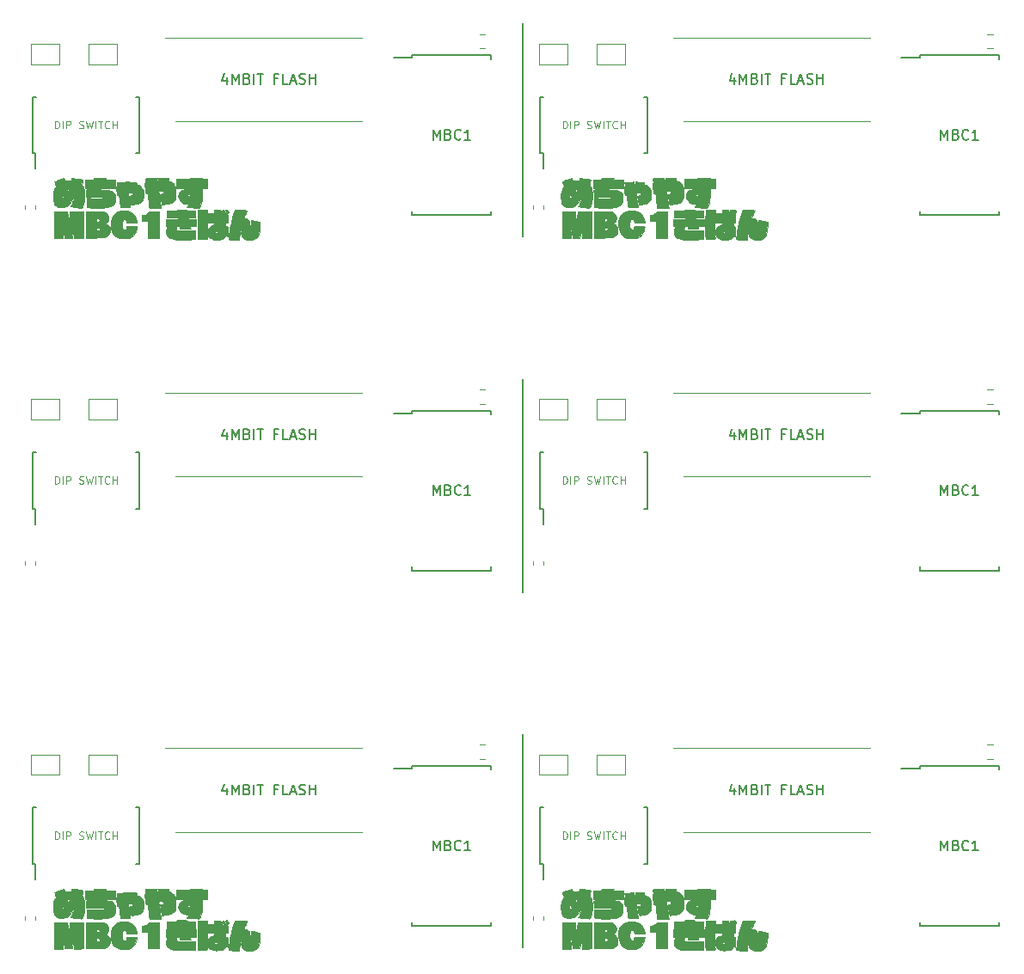
<source format=gto>
G04 #@! TF.GenerationSoftware,KiCad,Pcbnew,(5.0.0)*
G04 #@! TF.CreationDate,2018-11-07T01:06:06+09:00*
G04 #@! TF.ProjectId,mbc1cartridge_test,6D6263316361727472696467655F7465,rev?*
G04 #@! TF.SameCoordinates,Original*
G04 #@! TF.FileFunction,Legend,Top*
G04 #@! TF.FilePolarity,Positive*
%FSLAX46Y46*%
G04 Gerber Fmt 4.6, Leading zero omitted, Abs format (unit mm)*
G04 Created by KiCad (PCBNEW (5.0.0)) date 11/07/18 01:06:06*
%MOMM*%
%LPD*%
G01*
G04 APERTURE LIST*
%ADD10C,0.150000*%
%ADD11C,0.100000*%
%ADD12C,0.120000*%
%ADD13C,0.010000*%
G04 APERTURE END LIST*
D10*
X110000000Y-120000000D02*
X110000000Y-141000000D01*
X110000000Y-85000000D02*
X110000000Y-106000000D01*
X110000000Y-50000000D02*
X110000000Y-71000000D01*
D11*
X113946428Y-60339285D02*
X113946428Y-59589285D01*
X114125000Y-59589285D01*
X114232142Y-59625000D01*
X114303571Y-59696428D01*
X114339285Y-59767857D01*
X114375000Y-59910714D01*
X114375000Y-60017857D01*
X114339285Y-60160714D01*
X114303571Y-60232142D01*
X114232142Y-60303571D01*
X114125000Y-60339285D01*
X113946428Y-60339285D01*
X114696428Y-60339285D02*
X114696428Y-59589285D01*
X115053571Y-60339285D02*
X115053571Y-59589285D01*
X115339285Y-59589285D01*
X115410714Y-59625000D01*
X115446428Y-59660714D01*
X115482142Y-59732142D01*
X115482142Y-59839285D01*
X115446428Y-59910714D01*
X115410714Y-59946428D01*
X115339285Y-59982142D01*
X115053571Y-59982142D01*
X116339285Y-60303571D02*
X116446428Y-60339285D01*
X116625000Y-60339285D01*
X116696428Y-60303571D01*
X116732142Y-60267857D01*
X116767857Y-60196428D01*
X116767857Y-60125000D01*
X116732142Y-60053571D01*
X116696428Y-60017857D01*
X116625000Y-59982142D01*
X116482142Y-59946428D01*
X116410714Y-59910714D01*
X116375000Y-59875000D01*
X116339285Y-59803571D01*
X116339285Y-59732142D01*
X116375000Y-59660714D01*
X116410714Y-59625000D01*
X116482142Y-59589285D01*
X116660714Y-59589285D01*
X116767857Y-59625000D01*
X117017857Y-59589285D02*
X117196428Y-60339285D01*
X117339285Y-59803571D01*
X117482142Y-60339285D01*
X117660714Y-59589285D01*
X117946428Y-60339285D02*
X117946428Y-59589285D01*
X118196428Y-59589285D02*
X118625000Y-59589285D01*
X118410714Y-60339285D02*
X118410714Y-59589285D01*
X119303571Y-60267857D02*
X119267857Y-60303571D01*
X119160714Y-60339285D01*
X119089285Y-60339285D01*
X118982142Y-60303571D01*
X118910714Y-60232142D01*
X118875000Y-60160714D01*
X118839285Y-60017857D01*
X118839285Y-59910714D01*
X118875000Y-59767857D01*
X118910714Y-59696428D01*
X118982142Y-59625000D01*
X119089285Y-59589285D01*
X119160714Y-59589285D01*
X119267857Y-59625000D01*
X119303571Y-59660714D01*
X119625000Y-60339285D02*
X119625000Y-59589285D01*
X119625000Y-59946428D02*
X120053571Y-59946428D01*
X120053571Y-60339285D02*
X120053571Y-59589285D01*
D10*
X130857142Y-55285714D02*
X130857142Y-55952380D01*
X130619047Y-54904761D02*
X130380952Y-55619047D01*
X131000000Y-55619047D01*
X131380952Y-55952380D02*
X131380952Y-54952380D01*
X131714285Y-55666666D01*
X132047619Y-54952380D01*
X132047619Y-55952380D01*
X132857142Y-55428571D02*
X133000000Y-55476190D01*
X133047619Y-55523809D01*
X133095238Y-55619047D01*
X133095238Y-55761904D01*
X133047619Y-55857142D01*
X133000000Y-55904761D01*
X132904761Y-55952380D01*
X132523809Y-55952380D01*
X132523809Y-54952380D01*
X132857142Y-54952380D01*
X132952380Y-55000000D01*
X133000000Y-55047619D01*
X133047619Y-55142857D01*
X133047619Y-55238095D01*
X133000000Y-55333333D01*
X132952380Y-55380952D01*
X132857142Y-55428571D01*
X132523809Y-55428571D01*
X133523809Y-55952380D02*
X133523809Y-54952380D01*
X133857142Y-54952380D02*
X134428571Y-54952380D01*
X134142857Y-55952380D02*
X134142857Y-54952380D01*
X135857142Y-55428571D02*
X135523809Y-55428571D01*
X135523809Y-55952380D02*
X135523809Y-54952380D01*
X136000000Y-54952380D01*
X136857142Y-55952380D02*
X136380952Y-55952380D01*
X136380952Y-54952380D01*
X137142857Y-55666666D02*
X137619047Y-55666666D01*
X137047619Y-55952380D02*
X137380952Y-54952380D01*
X137714285Y-55952380D01*
X138000000Y-55904761D02*
X138142857Y-55952380D01*
X138380952Y-55952380D01*
X138476190Y-55904761D01*
X138523809Y-55857142D01*
X138571428Y-55761904D01*
X138571428Y-55666666D01*
X138523809Y-55571428D01*
X138476190Y-55523809D01*
X138380952Y-55476190D01*
X138190476Y-55428571D01*
X138095238Y-55380952D01*
X138047619Y-55333333D01*
X138000000Y-55238095D01*
X138000000Y-55142857D01*
X138047619Y-55047619D01*
X138095238Y-55000000D01*
X138190476Y-54952380D01*
X138428571Y-54952380D01*
X138571428Y-55000000D01*
X139000000Y-55952380D02*
X139000000Y-54952380D01*
X139000000Y-55428571D02*
X139571428Y-55428571D01*
X139571428Y-55952380D02*
X139571428Y-54952380D01*
X151190476Y-61452380D02*
X151190476Y-60452380D01*
X151523809Y-61166666D01*
X151857142Y-60452380D01*
X151857142Y-61452380D01*
X152666666Y-60928571D02*
X152809523Y-60976190D01*
X152857142Y-61023809D01*
X152904761Y-61119047D01*
X152904761Y-61261904D01*
X152857142Y-61357142D01*
X152809523Y-61404761D01*
X152714285Y-61452380D01*
X152333333Y-61452380D01*
X152333333Y-60452380D01*
X152666666Y-60452380D01*
X152761904Y-60500000D01*
X152809523Y-60547619D01*
X152857142Y-60642857D01*
X152857142Y-60738095D01*
X152809523Y-60833333D01*
X152761904Y-60880952D01*
X152666666Y-60928571D01*
X152333333Y-60928571D01*
X153904761Y-61357142D02*
X153857142Y-61404761D01*
X153714285Y-61452380D01*
X153619047Y-61452380D01*
X153476190Y-61404761D01*
X153380952Y-61309523D01*
X153333333Y-61214285D01*
X153285714Y-61023809D01*
X153285714Y-60880952D01*
X153333333Y-60690476D01*
X153380952Y-60595238D01*
X153476190Y-60500000D01*
X153619047Y-60452380D01*
X153714285Y-60452380D01*
X153857142Y-60500000D01*
X153904761Y-60547619D01*
X154857142Y-61452380D02*
X154285714Y-61452380D01*
X154571428Y-61452380D02*
X154571428Y-60452380D01*
X154476190Y-60595238D01*
X154380952Y-60690476D01*
X154285714Y-60738095D01*
D11*
X113946428Y-95339285D02*
X113946428Y-94589285D01*
X114125000Y-94589285D01*
X114232142Y-94625000D01*
X114303571Y-94696428D01*
X114339285Y-94767857D01*
X114375000Y-94910714D01*
X114375000Y-95017857D01*
X114339285Y-95160714D01*
X114303571Y-95232142D01*
X114232142Y-95303571D01*
X114125000Y-95339285D01*
X113946428Y-95339285D01*
X114696428Y-95339285D02*
X114696428Y-94589285D01*
X115053571Y-95339285D02*
X115053571Y-94589285D01*
X115339285Y-94589285D01*
X115410714Y-94625000D01*
X115446428Y-94660714D01*
X115482142Y-94732142D01*
X115482142Y-94839285D01*
X115446428Y-94910714D01*
X115410714Y-94946428D01*
X115339285Y-94982142D01*
X115053571Y-94982142D01*
X116339285Y-95303571D02*
X116446428Y-95339285D01*
X116625000Y-95339285D01*
X116696428Y-95303571D01*
X116732142Y-95267857D01*
X116767857Y-95196428D01*
X116767857Y-95125000D01*
X116732142Y-95053571D01*
X116696428Y-95017857D01*
X116625000Y-94982142D01*
X116482142Y-94946428D01*
X116410714Y-94910714D01*
X116375000Y-94875000D01*
X116339285Y-94803571D01*
X116339285Y-94732142D01*
X116375000Y-94660714D01*
X116410714Y-94625000D01*
X116482142Y-94589285D01*
X116660714Y-94589285D01*
X116767857Y-94625000D01*
X117017857Y-94589285D02*
X117196428Y-95339285D01*
X117339285Y-94803571D01*
X117482142Y-95339285D01*
X117660714Y-94589285D01*
X117946428Y-95339285D02*
X117946428Y-94589285D01*
X118196428Y-94589285D02*
X118625000Y-94589285D01*
X118410714Y-95339285D02*
X118410714Y-94589285D01*
X119303571Y-95267857D02*
X119267857Y-95303571D01*
X119160714Y-95339285D01*
X119089285Y-95339285D01*
X118982142Y-95303571D01*
X118910714Y-95232142D01*
X118875000Y-95160714D01*
X118839285Y-95017857D01*
X118839285Y-94910714D01*
X118875000Y-94767857D01*
X118910714Y-94696428D01*
X118982142Y-94625000D01*
X119089285Y-94589285D01*
X119160714Y-94589285D01*
X119267857Y-94625000D01*
X119303571Y-94660714D01*
X119625000Y-95339285D02*
X119625000Y-94589285D01*
X119625000Y-94946428D02*
X120053571Y-94946428D01*
X120053571Y-95339285D02*
X120053571Y-94589285D01*
D10*
X130857142Y-90285714D02*
X130857142Y-90952380D01*
X130619047Y-89904761D02*
X130380952Y-90619047D01*
X131000000Y-90619047D01*
X131380952Y-90952380D02*
X131380952Y-89952380D01*
X131714285Y-90666666D01*
X132047619Y-89952380D01*
X132047619Y-90952380D01*
X132857142Y-90428571D02*
X133000000Y-90476190D01*
X133047619Y-90523809D01*
X133095238Y-90619047D01*
X133095238Y-90761904D01*
X133047619Y-90857142D01*
X133000000Y-90904761D01*
X132904761Y-90952380D01*
X132523809Y-90952380D01*
X132523809Y-89952380D01*
X132857142Y-89952380D01*
X132952380Y-90000000D01*
X133000000Y-90047619D01*
X133047619Y-90142857D01*
X133047619Y-90238095D01*
X133000000Y-90333333D01*
X132952380Y-90380952D01*
X132857142Y-90428571D01*
X132523809Y-90428571D01*
X133523809Y-90952380D02*
X133523809Y-89952380D01*
X133857142Y-89952380D02*
X134428571Y-89952380D01*
X134142857Y-90952380D02*
X134142857Y-89952380D01*
X135857142Y-90428571D02*
X135523809Y-90428571D01*
X135523809Y-90952380D02*
X135523809Y-89952380D01*
X136000000Y-89952380D01*
X136857142Y-90952380D02*
X136380952Y-90952380D01*
X136380952Y-89952380D01*
X137142857Y-90666666D02*
X137619047Y-90666666D01*
X137047619Y-90952380D02*
X137380952Y-89952380D01*
X137714285Y-90952380D01*
X138000000Y-90904761D02*
X138142857Y-90952380D01*
X138380952Y-90952380D01*
X138476190Y-90904761D01*
X138523809Y-90857142D01*
X138571428Y-90761904D01*
X138571428Y-90666666D01*
X138523809Y-90571428D01*
X138476190Y-90523809D01*
X138380952Y-90476190D01*
X138190476Y-90428571D01*
X138095238Y-90380952D01*
X138047619Y-90333333D01*
X138000000Y-90238095D01*
X138000000Y-90142857D01*
X138047619Y-90047619D01*
X138095238Y-90000000D01*
X138190476Y-89952380D01*
X138428571Y-89952380D01*
X138571428Y-90000000D01*
X139000000Y-90952380D02*
X139000000Y-89952380D01*
X139000000Y-90428571D02*
X139571428Y-90428571D01*
X139571428Y-90952380D02*
X139571428Y-89952380D01*
X151190476Y-96452380D02*
X151190476Y-95452380D01*
X151523809Y-96166666D01*
X151857142Y-95452380D01*
X151857142Y-96452380D01*
X152666666Y-95928571D02*
X152809523Y-95976190D01*
X152857142Y-96023809D01*
X152904761Y-96119047D01*
X152904761Y-96261904D01*
X152857142Y-96357142D01*
X152809523Y-96404761D01*
X152714285Y-96452380D01*
X152333333Y-96452380D01*
X152333333Y-95452380D01*
X152666666Y-95452380D01*
X152761904Y-95500000D01*
X152809523Y-95547619D01*
X152857142Y-95642857D01*
X152857142Y-95738095D01*
X152809523Y-95833333D01*
X152761904Y-95880952D01*
X152666666Y-95928571D01*
X152333333Y-95928571D01*
X153904761Y-96357142D02*
X153857142Y-96404761D01*
X153714285Y-96452380D01*
X153619047Y-96452380D01*
X153476190Y-96404761D01*
X153380952Y-96309523D01*
X153333333Y-96214285D01*
X153285714Y-96023809D01*
X153285714Y-95880952D01*
X153333333Y-95690476D01*
X153380952Y-95595238D01*
X153476190Y-95500000D01*
X153619047Y-95452380D01*
X153714285Y-95452380D01*
X153857142Y-95500000D01*
X153904761Y-95547619D01*
X154857142Y-96452380D02*
X154285714Y-96452380D01*
X154571428Y-96452380D02*
X154571428Y-95452380D01*
X154476190Y-95595238D01*
X154380952Y-95690476D01*
X154285714Y-95738095D01*
D11*
X113946428Y-130339285D02*
X113946428Y-129589285D01*
X114125000Y-129589285D01*
X114232142Y-129625000D01*
X114303571Y-129696428D01*
X114339285Y-129767857D01*
X114375000Y-129910714D01*
X114375000Y-130017857D01*
X114339285Y-130160714D01*
X114303571Y-130232142D01*
X114232142Y-130303571D01*
X114125000Y-130339285D01*
X113946428Y-130339285D01*
X114696428Y-130339285D02*
X114696428Y-129589285D01*
X115053571Y-130339285D02*
X115053571Y-129589285D01*
X115339285Y-129589285D01*
X115410714Y-129625000D01*
X115446428Y-129660714D01*
X115482142Y-129732142D01*
X115482142Y-129839285D01*
X115446428Y-129910714D01*
X115410714Y-129946428D01*
X115339285Y-129982142D01*
X115053571Y-129982142D01*
X116339285Y-130303571D02*
X116446428Y-130339285D01*
X116625000Y-130339285D01*
X116696428Y-130303571D01*
X116732142Y-130267857D01*
X116767857Y-130196428D01*
X116767857Y-130125000D01*
X116732142Y-130053571D01*
X116696428Y-130017857D01*
X116625000Y-129982142D01*
X116482142Y-129946428D01*
X116410714Y-129910714D01*
X116375000Y-129875000D01*
X116339285Y-129803571D01*
X116339285Y-129732142D01*
X116375000Y-129660714D01*
X116410714Y-129625000D01*
X116482142Y-129589285D01*
X116660714Y-129589285D01*
X116767857Y-129625000D01*
X117017857Y-129589285D02*
X117196428Y-130339285D01*
X117339285Y-129803571D01*
X117482142Y-130339285D01*
X117660714Y-129589285D01*
X117946428Y-130339285D02*
X117946428Y-129589285D01*
X118196428Y-129589285D02*
X118625000Y-129589285D01*
X118410714Y-130339285D02*
X118410714Y-129589285D01*
X119303571Y-130267857D02*
X119267857Y-130303571D01*
X119160714Y-130339285D01*
X119089285Y-130339285D01*
X118982142Y-130303571D01*
X118910714Y-130232142D01*
X118875000Y-130160714D01*
X118839285Y-130017857D01*
X118839285Y-129910714D01*
X118875000Y-129767857D01*
X118910714Y-129696428D01*
X118982142Y-129625000D01*
X119089285Y-129589285D01*
X119160714Y-129589285D01*
X119267857Y-129625000D01*
X119303571Y-129660714D01*
X119625000Y-130339285D02*
X119625000Y-129589285D01*
X119625000Y-129946428D02*
X120053571Y-129946428D01*
X120053571Y-130339285D02*
X120053571Y-129589285D01*
D10*
X130857142Y-125285714D02*
X130857142Y-125952380D01*
X130619047Y-124904761D02*
X130380952Y-125619047D01*
X131000000Y-125619047D01*
X131380952Y-125952380D02*
X131380952Y-124952380D01*
X131714285Y-125666666D01*
X132047619Y-124952380D01*
X132047619Y-125952380D01*
X132857142Y-125428571D02*
X133000000Y-125476190D01*
X133047619Y-125523809D01*
X133095238Y-125619047D01*
X133095238Y-125761904D01*
X133047619Y-125857142D01*
X133000000Y-125904761D01*
X132904761Y-125952380D01*
X132523809Y-125952380D01*
X132523809Y-124952380D01*
X132857142Y-124952380D01*
X132952380Y-125000000D01*
X133000000Y-125047619D01*
X133047619Y-125142857D01*
X133047619Y-125238095D01*
X133000000Y-125333333D01*
X132952380Y-125380952D01*
X132857142Y-125428571D01*
X132523809Y-125428571D01*
X133523809Y-125952380D02*
X133523809Y-124952380D01*
X133857142Y-124952380D02*
X134428571Y-124952380D01*
X134142857Y-125952380D02*
X134142857Y-124952380D01*
X135857142Y-125428571D02*
X135523809Y-125428571D01*
X135523809Y-125952380D02*
X135523809Y-124952380D01*
X136000000Y-124952380D01*
X136857142Y-125952380D02*
X136380952Y-125952380D01*
X136380952Y-124952380D01*
X137142857Y-125666666D02*
X137619047Y-125666666D01*
X137047619Y-125952380D02*
X137380952Y-124952380D01*
X137714285Y-125952380D01*
X138000000Y-125904761D02*
X138142857Y-125952380D01*
X138380952Y-125952380D01*
X138476190Y-125904761D01*
X138523809Y-125857142D01*
X138571428Y-125761904D01*
X138571428Y-125666666D01*
X138523809Y-125571428D01*
X138476190Y-125523809D01*
X138380952Y-125476190D01*
X138190476Y-125428571D01*
X138095238Y-125380952D01*
X138047619Y-125333333D01*
X138000000Y-125238095D01*
X138000000Y-125142857D01*
X138047619Y-125047619D01*
X138095238Y-125000000D01*
X138190476Y-124952380D01*
X138428571Y-124952380D01*
X138571428Y-125000000D01*
X139000000Y-125952380D02*
X139000000Y-124952380D01*
X139000000Y-125428571D02*
X139571428Y-125428571D01*
X139571428Y-125952380D02*
X139571428Y-124952380D01*
X151190476Y-131452380D02*
X151190476Y-130452380D01*
X151523809Y-131166666D01*
X151857142Y-130452380D01*
X151857142Y-131452380D01*
X152666666Y-130928571D02*
X152809523Y-130976190D01*
X152857142Y-131023809D01*
X152904761Y-131119047D01*
X152904761Y-131261904D01*
X152857142Y-131357142D01*
X152809523Y-131404761D01*
X152714285Y-131452380D01*
X152333333Y-131452380D01*
X152333333Y-130452380D01*
X152666666Y-130452380D01*
X152761904Y-130500000D01*
X152809523Y-130547619D01*
X152857142Y-130642857D01*
X152857142Y-130738095D01*
X152809523Y-130833333D01*
X152761904Y-130880952D01*
X152666666Y-130928571D01*
X152333333Y-130928571D01*
X153904761Y-131357142D02*
X153857142Y-131404761D01*
X153714285Y-131452380D01*
X153619047Y-131452380D01*
X153476190Y-131404761D01*
X153380952Y-131309523D01*
X153333333Y-131214285D01*
X153285714Y-131023809D01*
X153285714Y-130880952D01*
X153333333Y-130690476D01*
X153380952Y-130595238D01*
X153476190Y-130500000D01*
X153619047Y-130452380D01*
X153714285Y-130452380D01*
X153857142Y-130500000D01*
X153904761Y-130547619D01*
X154857142Y-131452380D02*
X154285714Y-131452380D01*
X154571428Y-131452380D02*
X154571428Y-130452380D01*
X154476190Y-130595238D01*
X154380952Y-130690476D01*
X154285714Y-130738095D01*
D11*
X63946428Y-60339285D02*
X63946428Y-59589285D01*
X64125000Y-59589285D01*
X64232142Y-59625000D01*
X64303571Y-59696428D01*
X64339285Y-59767857D01*
X64375000Y-59910714D01*
X64375000Y-60017857D01*
X64339285Y-60160714D01*
X64303571Y-60232142D01*
X64232142Y-60303571D01*
X64125000Y-60339285D01*
X63946428Y-60339285D01*
X64696428Y-60339285D02*
X64696428Y-59589285D01*
X65053571Y-60339285D02*
X65053571Y-59589285D01*
X65339285Y-59589285D01*
X65410714Y-59625000D01*
X65446428Y-59660714D01*
X65482142Y-59732142D01*
X65482142Y-59839285D01*
X65446428Y-59910714D01*
X65410714Y-59946428D01*
X65339285Y-59982142D01*
X65053571Y-59982142D01*
X66339285Y-60303571D02*
X66446428Y-60339285D01*
X66625000Y-60339285D01*
X66696428Y-60303571D01*
X66732142Y-60267857D01*
X66767857Y-60196428D01*
X66767857Y-60125000D01*
X66732142Y-60053571D01*
X66696428Y-60017857D01*
X66625000Y-59982142D01*
X66482142Y-59946428D01*
X66410714Y-59910714D01*
X66375000Y-59875000D01*
X66339285Y-59803571D01*
X66339285Y-59732142D01*
X66375000Y-59660714D01*
X66410714Y-59625000D01*
X66482142Y-59589285D01*
X66660714Y-59589285D01*
X66767857Y-59625000D01*
X67017857Y-59589285D02*
X67196428Y-60339285D01*
X67339285Y-59803571D01*
X67482142Y-60339285D01*
X67660714Y-59589285D01*
X67946428Y-60339285D02*
X67946428Y-59589285D01*
X68196428Y-59589285D02*
X68625000Y-59589285D01*
X68410714Y-60339285D02*
X68410714Y-59589285D01*
X69303571Y-60267857D02*
X69267857Y-60303571D01*
X69160714Y-60339285D01*
X69089285Y-60339285D01*
X68982142Y-60303571D01*
X68910714Y-60232142D01*
X68875000Y-60160714D01*
X68839285Y-60017857D01*
X68839285Y-59910714D01*
X68875000Y-59767857D01*
X68910714Y-59696428D01*
X68982142Y-59625000D01*
X69089285Y-59589285D01*
X69160714Y-59589285D01*
X69267857Y-59625000D01*
X69303571Y-59660714D01*
X69625000Y-60339285D02*
X69625000Y-59589285D01*
X69625000Y-59946428D02*
X70053571Y-59946428D01*
X70053571Y-60339285D02*
X70053571Y-59589285D01*
D10*
X80857142Y-55285714D02*
X80857142Y-55952380D01*
X80619047Y-54904761D02*
X80380952Y-55619047D01*
X81000000Y-55619047D01*
X81380952Y-55952380D02*
X81380952Y-54952380D01*
X81714285Y-55666666D01*
X82047619Y-54952380D01*
X82047619Y-55952380D01*
X82857142Y-55428571D02*
X83000000Y-55476190D01*
X83047619Y-55523809D01*
X83095238Y-55619047D01*
X83095238Y-55761904D01*
X83047619Y-55857142D01*
X83000000Y-55904761D01*
X82904761Y-55952380D01*
X82523809Y-55952380D01*
X82523809Y-54952380D01*
X82857142Y-54952380D01*
X82952380Y-55000000D01*
X83000000Y-55047619D01*
X83047619Y-55142857D01*
X83047619Y-55238095D01*
X83000000Y-55333333D01*
X82952380Y-55380952D01*
X82857142Y-55428571D01*
X82523809Y-55428571D01*
X83523809Y-55952380D02*
X83523809Y-54952380D01*
X83857142Y-54952380D02*
X84428571Y-54952380D01*
X84142857Y-55952380D02*
X84142857Y-54952380D01*
X85857142Y-55428571D02*
X85523809Y-55428571D01*
X85523809Y-55952380D02*
X85523809Y-54952380D01*
X86000000Y-54952380D01*
X86857142Y-55952380D02*
X86380952Y-55952380D01*
X86380952Y-54952380D01*
X87142857Y-55666666D02*
X87619047Y-55666666D01*
X87047619Y-55952380D02*
X87380952Y-54952380D01*
X87714285Y-55952380D01*
X88000000Y-55904761D02*
X88142857Y-55952380D01*
X88380952Y-55952380D01*
X88476190Y-55904761D01*
X88523809Y-55857142D01*
X88571428Y-55761904D01*
X88571428Y-55666666D01*
X88523809Y-55571428D01*
X88476190Y-55523809D01*
X88380952Y-55476190D01*
X88190476Y-55428571D01*
X88095238Y-55380952D01*
X88047619Y-55333333D01*
X88000000Y-55238095D01*
X88000000Y-55142857D01*
X88047619Y-55047619D01*
X88095238Y-55000000D01*
X88190476Y-54952380D01*
X88428571Y-54952380D01*
X88571428Y-55000000D01*
X89000000Y-55952380D02*
X89000000Y-54952380D01*
X89000000Y-55428571D02*
X89571428Y-55428571D01*
X89571428Y-55952380D02*
X89571428Y-54952380D01*
X101190476Y-61452380D02*
X101190476Y-60452380D01*
X101523809Y-61166666D01*
X101857142Y-60452380D01*
X101857142Y-61452380D01*
X102666666Y-60928571D02*
X102809523Y-60976190D01*
X102857142Y-61023809D01*
X102904761Y-61119047D01*
X102904761Y-61261904D01*
X102857142Y-61357142D01*
X102809523Y-61404761D01*
X102714285Y-61452380D01*
X102333333Y-61452380D01*
X102333333Y-60452380D01*
X102666666Y-60452380D01*
X102761904Y-60500000D01*
X102809523Y-60547619D01*
X102857142Y-60642857D01*
X102857142Y-60738095D01*
X102809523Y-60833333D01*
X102761904Y-60880952D01*
X102666666Y-60928571D01*
X102333333Y-60928571D01*
X103904761Y-61357142D02*
X103857142Y-61404761D01*
X103714285Y-61452380D01*
X103619047Y-61452380D01*
X103476190Y-61404761D01*
X103380952Y-61309523D01*
X103333333Y-61214285D01*
X103285714Y-61023809D01*
X103285714Y-60880952D01*
X103333333Y-60690476D01*
X103380952Y-60595238D01*
X103476190Y-60500000D01*
X103619047Y-60452380D01*
X103714285Y-60452380D01*
X103857142Y-60500000D01*
X103904761Y-60547619D01*
X104857142Y-61452380D02*
X104285714Y-61452380D01*
X104571428Y-61452380D02*
X104571428Y-60452380D01*
X104476190Y-60595238D01*
X104380952Y-60690476D01*
X104285714Y-60738095D01*
D11*
X63946428Y-95339285D02*
X63946428Y-94589285D01*
X64125000Y-94589285D01*
X64232142Y-94625000D01*
X64303571Y-94696428D01*
X64339285Y-94767857D01*
X64375000Y-94910714D01*
X64375000Y-95017857D01*
X64339285Y-95160714D01*
X64303571Y-95232142D01*
X64232142Y-95303571D01*
X64125000Y-95339285D01*
X63946428Y-95339285D01*
X64696428Y-95339285D02*
X64696428Y-94589285D01*
X65053571Y-95339285D02*
X65053571Y-94589285D01*
X65339285Y-94589285D01*
X65410714Y-94625000D01*
X65446428Y-94660714D01*
X65482142Y-94732142D01*
X65482142Y-94839285D01*
X65446428Y-94910714D01*
X65410714Y-94946428D01*
X65339285Y-94982142D01*
X65053571Y-94982142D01*
X66339285Y-95303571D02*
X66446428Y-95339285D01*
X66625000Y-95339285D01*
X66696428Y-95303571D01*
X66732142Y-95267857D01*
X66767857Y-95196428D01*
X66767857Y-95125000D01*
X66732142Y-95053571D01*
X66696428Y-95017857D01*
X66625000Y-94982142D01*
X66482142Y-94946428D01*
X66410714Y-94910714D01*
X66375000Y-94875000D01*
X66339285Y-94803571D01*
X66339285Y-94732142D01*
X66375000Y-94660714D01*
X66410714Y-94625000D01*
X66482142Y-94589285D01*
X66660714Y-94589285D01*
X66767857Y-94625000D01*
X67017857Y-94589285D02*
X67196428Y-95339285D01*
X67339285Y-94803571D01*
X67482142Y-95339285D01*
X67660714Y-94589285D01*
X67946428Y-95339285D02*
X67946428Y-94589285D01*
X68196428Y-94589285D02*
X68625000Y-94589285D01*
X68410714Y-95339285D02*
X68410714Y-94589285D01*
X69303571Y-95267857D02*
X69267857Y-95303571D01*
X69160714Y-95339285D01*
X69089285Y-95339285D01*
X68982142Y-95303571D01*
X68910714Y-95232142D01*
X68875000Y-95160714D01*
X68839285Y-95017857D01*
X68839285Y-94910714D01*
X68875000Y-94767857D01*
X68910714Y-94696428D01*
X68982142Y-94625000D01*
X69089285Y-94589285D01*
X69160714Y-94589285D01*
X69267857Y-94625000D01*
X69303571Y-94660714D01*
X69625000Y-95339285D02*
X69625000Y-94589285D01*
X69625000Y-94946428D02*
X70053571Y-94946428D01*
X70053571Y-95339285D02*
X70053571Y-94589285D01*
D10*
X80857142Y-90285714D02*
X80857142Y-90952380D01*
X80619047Y-89904761D02*
X80380952Y-90619047D01*
X81000000Y-90619047D01*
X81380952Y-90952380D02*
X81380952Y-89952380D01*
X81714285Y-90666666D01*
X82047619Y-89952380D01*
X82047619Y-90952380D01*
X82857142Y-90428571D02*
X83000000Y-90476190D01*
X83047619Y-90523809D01*
X83095238Y-90619047D01*
X83095238Y-90761904D01*
X83047619Y-90857142D01*
X83000000Y-90904761D01*
X82904761Y-90952380D01*
X82523809Y-90952380D01*
X82523809Y-89952380D01*
X82857142Y-89952380D01*
X82952380Y-90000000D01*
X83000000Y-90047619D01*
X83047619Y-90142857D01*
X83047619Y-90238095D01*
X83000000Y-90333333D01*
X82952380Y-90380952D01*
X82857142Y-90428571D01*
X82523809Y-90428571D01*
X83523809Y-90952380D02*
X83523809Y-89952380D01*
X83857142Y-89952380D02*
X84428571Y-89952380D01*
X84142857Y-90952380D02*
X84142857Y-89952380D01*
X85857142Y-90428571D02*
X85523809Y-90428571D01*
X85523809Y-90952380D02*
X85523809Y-89952380D01*
X86000000Y-89952380D01*
X86857142Y-90952380D02*
X86380952Y-90952380D01*
X86380952Y-89952380D01*
X87142857Y-90666666D02*
X87619047Y-90666666D01*
X87047619Y-90952380D02*
X87380952Y-89952380D01*
X87714285Y-90952380D01*
X88000000Y-90904761D02*
X88142857Y-90952380D01*
X88380952Y-90952380D01*
X88476190Y-90904761D01*
X88523809Y-90857142D01*
X88571428Y-90761904D01*
X88571428Y-90666666D01*
X88523809Y-90571428D01*
X88476190Y-90523809D01*
X88380952Y-90476190D01*
X88190476Y-90428571D01*
X88095238Y-90380952D01*
X88047619Y-90333333D01*
X88000000Y-90238095D01*
X88000000Y-90142857D01*
X88047619Y-90047619D01*
X88095238Y-90000000D01*
X88190476Y-89952380D01*
X88428571Y-89952380D01*
X88571428Y-90000000D01*
X89000000Y-90952380D02*
X89000000Y-89952380D01*
X89000000Y-90428571D02*
X89571428Y-90428571D01*
X89571428Y-90952380D02*
X89571428Y-89952380D01*
X101190476Y-96452380D02*
X101190476Y-95452380D01*
X101523809Y-96166666D01*
X101857142Y-95452380D01*
X101857142Y-96452380D01*
X102666666Y-95928571D02*
X102809523Y-95976190D01*
X102857142Y-96023809D01*
X102904761Y-96119047D01*
X102904761Y-96261904D01*
X102857142Y-96357142D01*
X102809523Y-96404761D01*
X102714285Y-96452380D01*
X102333333Y-96452380D01*
X102333333Y-95452380D01*
X102666666Y-95452380D01*
X102761904Y-95500000D01*
X102809523Y-95547619D01*
X102857142Y-95642857D01*
X102857142Y-95738095D01*
X102809523Y-95833333D01*
X102761904Y-95880952D01*
X102666666Y-95928571D01*
X102333333Y-95928571D01*
X103904761Y-96357142D02*
X103857142Y-96404761D01*
X103714285Y-96452380D01*
X103619047Y-96452380D01*
X103476190Y-96404761D01*
X103380952Y-96309523D01*
X103333333Y-96214285D01*
X103285714Y-96023809D01*
X103285714Y-95880952D01*
X103333333Y-95690476D01*
X103380952Y-95595238D01*
X103476190Y-95500000D01*
X103619047Y-95452380D01*
X103714285Y-95452380D01*
X103857142Y-95500000D01*
X103904761Y-95547619D01*
X104857142Y-96452380D02*
X104285714Y-96452380D01*
X104571428Y-96452380D02*
X104571428Y-95452380D01*
X104476190Y-95595238D01*
X104380952Y-95690476D01*
X104285714Y-95738095D01*
D11*
X63946428Y-130339285D02*
X63946428Y-129589285D01*
X64125000Y-129589285D01*
X64232142Y-129625000D01*
X64303571Y-129696428D01*
X64339285Y-129767857D01*
X64375000Y-129910714D01*
X64375000Y-130017857D01*
X64339285Y-130160714D01*
X64303571Y-130232142D01*
X64232142Y-130303571D01*
X64125000Y-130339285D01*
X63946428Y-130339285D01*
X64696428Y-130339285D02*
X64696428Y-129589285D01*
X65053571Y-130339285D02*
X65053571Y-129589285D01*
X65339285Y-129589285D01*
X65410714Y-129625000D01*
X65446428Y-129660714D01*
X65482142Y-129732142D01*
X65482142Y-129839285D01*
X65446428Y-129910714D01*
X65410714Y-129946428D01*
X65339285Y-129982142D01*
X65053571Y-129982142D01*
X66339285Y-130303571D02*
X66446428Y-130339285D01*
X66625000Y-130339285D01*
X66696428Y-130303571D01*
X66732142Y-130267857D01*
X66767857Y-130196428D01*
X66767857Y-130125000D01*
X66732142Y-130053571D01*
X66696428Y-130017857D01*
X66625000Y-129982142D01*
X66482142Y-129946428D01*
X66410714Y-129910714D01*
X66375000Y-129875000D01*
X66339285Y-129803571D01*
X66339285Y-129732142D01*
X66375000Y-129660714D01*
X66410714Y-129625000D01*
X66482142Y-129589285D01*
X66660714Y-129589285D01*
X66767857Y-129625000D01*
X67017857Y-129589285D02*
X67196428Y-130339285D01*
X67339285Y-129803571D01*
X67482142Y-130339285D01*
X67660714Y-129589285D01*
X67946428Y-130339285D02*
X67946428Y-129589285D01*
X68196428Y-129589285D02*
X68625000Y-129589285D01*
X68410714Y-130339285D02*
X68410714Y-129589285D01*
X69303571Y-130267857D02*
X69267857Y-130303571D01*
X69160714Y-130339285D01*
X69089285Y-130339285D01*
X68982142Y-130303571D01*
X68910714Y-130232142D01*
X68875000Y-130160714D01*
X68839285Y-130017857D01*
X68839285Y-129910714D01*
X68875000Y-129767857D01*
X68910714Y-129696428D01*
X68982142Y-129625000D01*
X69089285Y-129589285D01*
X69160714Y-129589285D01*
X69267857Y-129625000D01*
X69303571Y-129660714D01*
X69625000Y-130339285D02*
X69625000Y-129589285D01*
X69625000Y-129946428D02*
X70053571Y-129946428D01*
X70053571Y-130339285D02*
X70053571Y-129589285D01*
D10*
X101190476Y-131452380D02*
X101190476Y-130452380D01*
X101523809Y-131166666D01*
X101857142Y-130452380D01*
X101857142Y-131452380D01*
X102666666Y-130928571D02*
X102809523Y-130976190D01*
X102857142Y-131023809D01*
X102904761Y-131119047D01*
X102904761Y-131261904D01*
X102857142Y-131357142D01*
X102809523Y-131404761D01*
X102714285Y-131452380D01*
X102333333Y-131452380D01*
X102333333Y-130452380D01*
X102666666Y-130452380D01*
X102761904Y-130500000D01*
X102809523Y-130547619D01*
X102857142Y-130642857D01*
X102857142Y-130738095D01*
X102809523Y-130833333D01*
X102761904Y-130880952D01*
X102666666Y-130928571D01*
X102333333Y-130928571D01*
X103904761Y-131357142D02*
X103857142Y-131404761D01*
X103714285Y-131452380D01*
X103619047Y-131452380D01*
X103476190Y-131404761D01*
X103380952Y-131309523D01*
X103333333Y-131214285D01*
X103285714Y-131023809D01*
X103285714Y-130880952D01*
X103333333Y-130690476D01*
X103380952Y-130595238D01*
X103476190Y-130500000D01*
X103619047Y-130452380D01*
X103714285Y-130452380D01*
X103857142Y-130500000D01*
X103904761Y-130547619D01*
X104857142Y-131452380D02*
X104285714Y-131452380D01*
X104571428Y-131452380D02*
X104571428Y-130452380D01*
X104476190Y-130595238D01*
X104380952Y-130690476D01*
X104285714Y-130738095D01*
X80857142Y-125285714D02*
X80857142Y-125952380D01*
X80619047Y-124904761D02*
X80380952Y-125619047D01*
X81000000Y-125619047D01*
X81380952Y-125952380D02*
X81380952Y-124952380D01*
X81714285Y-125666666D01*
X82047619Y-124952380D01*
X82047619Y-125952380D01*
X82857142Y-125428571D02*
X83000000Y-125476190D01*
X83047619Y-125523809D01*
X83095238Y-125619047D01*
X83095238Y-125761904D01*
X83047619Y-125857142D01*
X83000000Y-125904761D01*
X82904761Y-125952380D01*
X82523809Y-125952380D01*
X82523809Y-124952380D01*
X82857142Y-124952380D01*
X82952380Y-125000000D01*
X83000000Y-125047619D01*
X83047619Y-125142857D01*
X83047619Y-125238095D01*
X83000000Y-125333333D01*
X82952380Y-125380952D01*
X82857142Y-125428571D01*
X82523809Y-125428571D01*
X83523809Y-125952380D02*
X83523809Y-124952380D01*
X83857142Y-124952380D02*
X84428571Y-124952380D01*
X84142857Y-125952380D02*
X84142857Y-124952380D01*
X85857142Y-125428571D02*
X85523809Y-125428571D01*
X85523809Y-125952380D02*
X85523809Y-124952380D01*
X86000000Y-124952380D01*
X86857142Y-125952380D02*
X86380952Y-125952380D01*
X86380952Y-124952380D01*
X87142857Y-125666666D02*
X87619047Y-125666666D01*
X87047619Y-125952380D02*
X87380952Y-124952380D01*
X87714285Y-125952380D01*
X88000000Y-125904761D02*
X88142857Y-125952380D01*
X88380952Y-125952380D01*
X88476190Y-125904761D01*
X88523809Y-125857142D01*
X88571428Y-125761904D01*
X88571428Y-125666666D01*
X88523809Y-125571428D01*
X88476190Y-125523809D01*
X88380952Y-125476190D01*
X88190476Y-125428571D01*
X88095238Y-125380952D01*
X88047619Y-125333333D01*
X88000000Y-125238095D01*
X88000000Y-125142857D01*
X88047619Y-125047619D01*
X88095238Y-125000000D01*
X88190476Y-124952380D01*
X88428571Y-124952380D01*
X88571428Y-125000000D01*
X89000000Y-125952380D02*
X89000000Y-124952380D01*
X89000000Y-125428571D02*
X89571428Y-125428571D01*
X89571428Y-125952380D02*
X89571428Y-124952380D01*
G04 #@! TO.C,U2*
X149125000Y-53400000D02*
X147300000Y-53400000D01*
X149125000Y-68875000D02*
X156875000Y-68875000D01*
X149125000Y-53125000D02*
X156875000Y-53125000D01*
X149125000Y-68875000D02*
X149125000Y-68510000D01*
X156875000Y-68875000D02*
X156875000Y-68510000D01*
X156875000Y-53125000D02*
X156875000Y-53490000D01*
X149125000Y-53125000D02*
X149125000Y-53400000D01*
D11*
G04 #@! TO.C,U1*
X144200000Y-51380000D02*
X124800000Y-51380000D01*
D12*
X125800000Y-59620000D02*
X144200000Y-59620000D01*
D10*
G04 #@! TO.C,SW1*
X112000000Y-62775000D02*
X112000000Y-64300000D01*
X122275000Y-62775000D02*
X122275000Y-57225000D01*
X111725000Y-62775000D02*
X111725000Y-57225000D01*
X122275000Y-62775000D02*
X121920000Y-62775000D01*
X122275000Y-57225000D02*
X121920000Y-57225000D01*
X111725000Y-57225000D02*
X112080000Y-57225000D01*
X111725000Y-62775000D02*
X112000000Y-62775000D01*
D12*
G04 #@! TO.C,R1*
X110990000Y-67953733D02*
X110990000Y-68296267D01*
X112010000Y-67953733D02*
X112010000Y-68296267D01*
G04 #@! TO.C,JP1*
X111600000Y-52000000D02*
X114400000Y-52000000D01*
X114400000Y-52000000D02*
X114400000Y-54000000D01*
X114400000Y-54000000D02*
X111600000Y-54000000D01*
X111600000Y-54000000D02*
X111600000Y-52000000D01*
G04 #@! TO.C,C1*
X156286252Y-51040000D02*
X155763748Y-51040000D01*
X156286252Y-52460000D02*
X155763748Y-52460000D01*
G04 #@! TO.C,JP2*
X117250000Y-54000000D02*
X117250000Y-52000000D01*
X120050000Y-54000000D02*
X117250000Y-54000000D01*
X120050000Y-52000000D02*
X120050000Y-54000000D01*
X117250000Y-52000000D02*
X120050000Y-52000000D01*
D13*
G04 #@! TO.C,G\002A\002A\002A*
G36*
X120958748Y-65712240D02*
X120975420Y-65802546D01*
X120991897Y-65848738D01*
X121015617Y-65862628D01*
X121049948Y-65857104D01*
X121080714Y-65837502D01*
X121091958Y-65790581D01*
X121089352Y-65717892D01*
X121079308Y-65591610D01*
X121512599Y-65599416D01*
X121945889Y-65607223D01*
X121954409Y-65723919D01*
X121961818Y-65789406D01*
X121980822Y-65830311D01*
X122024618Y-65860318D01*
X122106402Y-65893107D01*
X122123742Y-65899470D01*
X122310198Y-65990227D01*
X122454141Y-66113183D01*
X122563569Y-66275345D01*
X122572040Y-66292188D01*
X122604300Y-66361149D01*
X122626402Y-66422067D01*
X122640256Y-66488003D01*
X122647773Y-66572020D01*
X122650865Y-66687181D01*
X122651445Y-66834889D01*
X122650779Y-66990925D01*
X122647492Y-67103614D01*
X122639653Y-67186050D01*
X122625328Y-67251327D01*
X122602586Y-67312539D01*
X122571054Y-67379606D01*
X122486701Y-67514927D01*
X122377885Y-67616654D01*
X122231538Y-67695672D01*
X122157556Y-67724068D01*
X122073060Y-67747242D01*
X121960412Y-67769279D01*
X121832734Y-67788707D01*
X121703145Y-67804054D01*
X121584767Y-67813846D01*
X121490719Y-67816610D01*
X121434122Y-67810875D01*
X121425270Y-67806272D01*
X121412996Y-67770381D01*
X121395975Y-67688999D01*
X121376097Y-67572686D01*
X121355253Y-67432004D01*
X121346125Y-67364056D01*
X121291964Y-66947778D01*
X121353660Y-66947778D01*
X121424143Y-66938448D01*
X121505741Y-66916270D01*
X121565735Y-66889044D01*
X121588300Y-66850414D01*
X121587563Y-66782214D01*
X121579000Y-66679667D01*
X121360278Y-66671424D01*
X121257306Y-66669446D01*
X121180401Y-66671593D01*
X121143108Y-66677381D01*
X121141556Y-66679233D01*
X121145314Y-66710762D01*
X121155817Y-66789700D01*
X121171903Y-66907566D01*
X121192413Y-67055883D01*
X121216186Y-67226169D01*
X121223763Y-67280143D01*
X121249423Y-67463706D01*
X121273203Y-67635697D01*
X121293663Y-67785548D01*
X121309361Y-67902690D01*
X121318857Y-67976556D01*
X121319855Y-67984945D01*
X121333740Y-68104889D01*
X120856648Y-68104889D01*
X120678611Y-68103326D01*
X120536903Y-68098859D01*
X120437317Y-68091819D01*
X120385643Y-68082540D01*
X120379556Y-68077518D01*
X120376138Y-68042244D01*
X120366610Y-67959967D01*
X120352061Y-67839666D01*
X120333578Y-67690322D01*
X120312250Y-67520916D01*
X120309000Y-67495332D01*
X120287362Y-67323987D01*
X120268409Y-67171615D01*
X120253227Y-67047141D01*
X120242902Y-66959489D01*
X120238522Y-66917584D01*
X120238445Y-66915818D01*
X120213943Y-66900942D01*
X120154250Y-66897803D01*
X120147224Y-66898282D01*
X120056003Y-66905445D01*
X120007652Y-66580889D01*
X119986761Y-66442462D01*
X119967249Y-66316364D01*
X119951514Y-66217921D01*
X119942977Y-66167840D01*
X119937615Y-66104592D01*
X119961132Y-66073985D01*
X120001520Y-66060556D01*
X120047123Y-66044596D01*
X120065749Y-66015879D01*
X120064391Y-65956900D01*
X120059180Y-65916236D01*
X120044494Y-65821804D01*
X120028956Y-65740151D01*
X120024922Y-65722764D01*
X120019719Y-65699507D01*
X120021568Y-65681353D01*
X120036936Y-65667164D01*
X120072291Y-65655800D01*
X120134099Y-65646125D01*
X120228828Y-65636998D01*
X120362944Y-65627281D01*
X120542917Y-65615836D01*
X120680326Y-65607375D01*
X120938763Y-65591479D01*
X120958748Y-65712240D01*
X120958748Y-65712240D01*
G37*
X120958748Y-65712240D02*
X120975420Y-65802546D01*
X120991897Y-65848738D01*
X121015617Y-65862628D01*
X121049948Y-65857104D01*
X121080714Y-65837502D01*
X121091958Y-65790581D01*
X121089352Y-65717892D01*
X121079308Y-65591610D01*
X121512599Y-65599416D01*
X121945889Y-65607223D01*
X121954409Y-65723919D01*
X121961818Y-65789406D01*
X121980822Y-65830311D01*
X122024618Y-65860318D01*
X122106402Y-65893107D01*
X122123742Y-65899470D01*
X122310198Y-65990227D01*
X122454141Y-66113183D01*
X122563569Y-66275345D01*
X122572040Y-66292188D01*
X122604300Y-66361149D01*
X122626402Y-66422067D01*
X122640256Y-66488003D01*
X122647773Y-66572020D01*
X122650865Y-66687181D01*
X122651445Y-66834889D01*
X122650779Y-66990925D01*
X122647492Y-67103614D01*
X122639653Y-67186050D01*
X122625328Y-67251327D01*
X122602586Y-67312539D01*
X122571054Y-67379606D01*
X122486701Y-67514927D01*
X122377885Y-67616654D01*
X122231538Y-67695672D01*
X122157556Y-67724068D01*
X122073060Y-67747242D01*
X121960412Y-67769279D01*
X121832734Y-67788707D01*
X121703145Y-67804054D01*
X121584767Y-67813846D01*
X121490719Y-67816610D01*
X121434122Y-67810875D01*
X121425270Y-67806272D01*
X121412996Y-67770381D01*
X121395975Y-67688999D01*
X121376097Y-67572686D01*
X121355253Y-67432004D01*
X121346125Y-67364056D01*
X121291964Y-66947778D01*
X121353660Y-66947778D01*
X121424143Y-66938448D01*
X121505741Y-66916270D01*
X121565735Y-66889044D01*
X121588300Y-66850414D01*
X121587563Y-66782214D01*
X121579000Y-66679667D01*
X121360278Y-66671424D01*
X121257306Y-66669446D01*
X121180401Y-66671593D01*
X121143108Y-66677381D01*
X121141556Y-66679233D01*
X121145314Y-66710762D01*
X121155817Y-66789700D01*
X121171903Y-66907566D01*
X121192413Y-67055883D01*
X121216186Y-67226169D01*
X121223763Y-67280143D01*
X121249423Y-67463706D01*
X121273203Y-67635697D01*
X121293663Y-67785548D01*
X121309361Y-67902690D01*
X121318857Y-67976556D01*
X121319855Y-67984945D01*
X121333740Y-68104889D01*
X120856648Y-68104889D01*
X120678611Y-68103326D01*
X120536903Y-68098859D01*
X120437317Y-68091819D01*
X120385643Y-68082540D01*
X120379556Y-68077518D01*
X120376138Y-68042244D01*
X120366610Y-67959967D01*
X120352061Y-67839666D01*
X120333578Y-67690322D01*
X120312250Y-67520916D01*
X120309000Y-67495332D01*
X120287362Y-67323987D01*
X120268409Y-67171615D01*
X120253227Y-67047141D01*
X120242902Y-66959489D01*
X120238522Y-66917584D01*
X120238445Y-66915818D01*
X120213943Y-66900942D01*
X120154250Y-66897803D01*
X120147224Y-66898282D01*
X120056003Y-66905445D01*
X120007652Y-66580889D01*
X119986761Y-66442462D01*
X119967249Y-66316364D01*
X119951514Y-66217921D01*
X119942977Y-66167840D01*
X119937615Y-66104592D01*
X119961132Y-66073985D01*
X120001520Y-66060556D01*
X120047123Y-66044596D01*
X120065749Y-66015879D01*
X120064391Y-65956900D01*
X120059180Y-65916236D01*
X120044494Y-65821804D01*
X120028956Y-65740151D01*
X120024922Y-65722764D01*
X120019719Y-65699507D01*
X120021568Y-65681353D01*
X120036936Y-65667164D01*
X120072291Y-65655800D01*
X120134099Y-65646125D01*
X120228828Y-65636998D01*
X120362944Y-65627281D01*
X120542917Y-65615836D01*
X120680326Y-65607375D01*
X120938763Y-65591479D01*
X120958748Y-65712240D01*
G36*
X128032546Y-65198188D02*
X128185363Y-65199172D01*
X128295611Y-65201583D01*
X128370225Y-65206052D01*
X128416144Y-65213208D01*
X128440305Y-65223683D01*
X128449644Y-65238108D01*
X128451111Y-65254445D01*
X128455575Y-65281890D01*
X128476326Y-65298654D01*
X128524399Y-65307334D01*
X128610832Y-65310526D01*
X128691000Y-65310889D01*
X128930889Y-65310889D01*
X128930889Y-66242223D01*
X128451111Y-66242223D01*
X128450870Y-66559723D01*
X128439405Y-66967787D01*
X128405859Y-67330134D01*
X128350522Y-67644893D01*
X128273684Y-67910192D01*
X128221777Y-68035596D01*
X128181621Y-68111792D01*
X128145028Y-68148093D01*
X128096086Y-68157583D01*
X128074059Y-68157039D01*
X128017864Y-68154284D01*
X127916166Y-68149270D01*
X127779836Y-68142533D01*
X127619745Y-68134610D01*
X127463750Y-68126881D01*
X127298410Y-68118198D01*
X127153571Y-68109663D01*
X127038234Y-68101884D01*
X126961397Y-68095467D01*
X126932096Y-68091059D01*
X126939382Y-68063361D01*
X126968877Y-68003261D01*
X126995179Y-67956459D01*
X127037132Y-67879626D01*
X127063547Y-67821164D01*
X127068222Y-67803102D01*
X127042468Y-67786322D01*
X126974874Y-67769710D01*
X126879946Y-67756805D01*
X126877728Y-67756596D01*
X126659759Y-67713854D01*
X126467750Y-67631593D01*
X126308556Y-67514698D01*
X126189031Y-67368054D01*
X126121967Y-67217822D01*
X126085032Y-67011901D01*
X126092752Y-66916364D01*
X126988142Y-66916364D01*
X126994802Y-66977633D01*
X127016364Y-67007654D01*
X127087058Y-67028632D01*
X127173404Y-67027132D01*
X127232969Y-67007654D01*
X127258758Y-66963963D01*
X127261192Y-66916364D01*
X127248497Y-66874425D01*
X127215363Y-66854673D01*
X127145585Y-66849113D01*
X127124667Y-66849000D01*
X127045093Y-66852588D01*
X127005579Y-66868682D01*
X126989922Y-66905277D01*
X126988142Y-66916364D01*
X126092752Y-66916364D01*
X126100202Y-66824174D01*
X126165252Y-66658874D01*
X126277956Y-66520232D01*
X126436091Y-66412478D01*
X126574591Y-66357084D01*
X126680355Y-66327344D01*
X126773269Y-66306305D01*
X126831306Y-66298667D01*
X126882905Y-66288621D01*
X126898889Y-66270445D01*
X126871344Y-66259551D01*
X126791326Y-66251113D01*
X126662765Y-66245354D01*
X126489589Y-66242501D01*
X126405000Y-66242223D01*
X125911111Y-66242223D01*
X125911111Y-65310889D01*
X126560222Y-65310889D01*
X126767667Y-65310715D01*
X126925452Y-65309800D01*
X127040365Y-65307554D01*
X127119190Y-65303387D01*
X127168714Y-65296709D01*
X127195721Y-65286929D01*
X127206998Y-65273458D01*
X127209330Y-65255705D01*
X127209334Y-65254445D01*
X127211400Y-65236052D01*
X127222225Y-65222159D01*
X127248744Y-65212137D01*
X127297896Y-65205354D01*
X127376618Y-65201179D01*
X127491846Y-65198983D01*
X127650517Y-65198134D01*
X127830222Y-65198000D01*
X128032546Y-65198188D01*
X128032546Y-65198188D01*
G37*
X128032546Y-65198188D02*
X128185363Y-65199172D01*
X128295611Y-65201583D01*
X128370225Y-65206052D01*
X128416144Y-65213208D01*
X128440305Y-65223683D01*
X128449644Y-65238108D01*
X128451111Y-65254445D01*
X128455575Y-65281890D01*
X128476326Y-65298654D01*
X128524399Y-65307334D01*
X128610832Y-65310526D01*
X128691000Y-65310889D01*
X128930889Y-65310889D01*
X128930889Y-66242223D01*
X128451111Y-66242223D01*
X128450870Y-66559723D01*
X128439405Y-66967787D01*
X128405859Y-67330134D01*
X128350522Y-67644893D01*
X128273684Y-67910192D01*
X128221777Y-68035596D01*
X128181621Y-68111792D01*
X128145028Y-68148093D01*
X128096086Y-68157583D01*
X128074059Y-68157039D01*
X128017864Y-68154284D01*
X127916166Y-68149270D01*
X127779836Y-68142533D01*
X127619745Y-68134610D01*
X127463750Y-68126881D01*
X127298410Y-68118198D01*
X127153571Y-68109663D01*
X127038234Y-68101884D01*
X126961397Y-68095467D01*
X126932096Y-68091059D01*
X126939382Y-68063361D01*
X126968877Y-68003261D01*
X126995179Y-67956459D01*
X127037132Y-67879626D01*
X127063547Y-67821164D01*
X127068222Y-67803102D01*
X127042468Y-67786322D01*
X126974874Y-67769710D01*
X126879946Y-67756805D01*
X126877728Y-67756596D01*
X126659759Y-67713854D01*
X126467750Y-67631593D01*
X126308556Y-67514698D01*
X126189031Y-67368054D01*
X126121967Y-67217822D01*
X126085032Y-67011901D01*
X126092752Y-66916364D01*
X126988142Y-66916364D01*
X126994802Y-66977633D01*
X127016364Y-67007654D01*
X127087058Y-67028632D01*
X127173404Y-67027132D01*
X127232969Y-67007654D01*
X127258758Y-66963963D01*
X127261192Y-66916364D01*
X127248497Y-66874425D01*
X127215363Y-66854673D01*
X127145585Y-66849113D01*
X127124667Y-66849000D01*
X127045093Y-66852588D01*
X127005579Y-66868682D01*
X126989922Y-66905277D01*
X126988142Y-66916364D01*
X126092752Y-66916364D01*
X126100202Y-66824174D01*
X126165252Y-66658874D01*
X126277956Y-66520232D01*
X126436091Y-66412478D01*
X126574591Y-66357084D01*
X126680355Y-66327344D01*
X126773269Y-66306305D01*
X126831306Y-66298667D01*
X126882905Y-66288621D01*
X126898889Y-66270445D01*
X126871344Y-66259551D01*
X126791326Y-66251113D01*
X126662765Y-66245354D01*
X126489589Y-66242501D01*
X126405000Y-66242223D01*
X125911111Y-66242223D01*
X125911111Y-65310889D01*
X126560222Y-65310889D01*
X126767667Y-65310715D01*
X126925452Y-65309800D01*
X127040365Y-65307554D01*
X127119190Y-65303387D01*
X127168714Y-65296709D01*
X127195721Y-65286929D01*
X127206998Y-65273458D01*
X127209330Y-65255705D01*
X127209334Y-65254445D01*
X127211400Y-65236052D01*
X127222225Y-65222159D01*
X127248744Y-65212137D01*
X127297896Y-65205354D01*
X127376618Y-65201179D01*
X127491846Y-65198983D01*
X127650517Y-65198134D01*
X127830222Y-65198000D01*
X128032546Y-65198188D01*
G36*
X125092667Y-65308581D02*
X125100388Y-65421781D01*
X125125163Y-65486459D01*
X125169403Y-65508608D01*
X125173297Y-65508721D01*
X125253220Y-65526803D01*
X125356442Y-65573581D01*
X125465254Y-65638964D01*
X125561948Y-65712861D01*
X125604313Y-65754324D01*
X125673161Y-65846685D01*
X125739741Y-65961577D01*
X125773009Y-66033919D01*
X125798841Y-66103912D01*
X125817024Y-66171137D01*
X125828892Y-66247622D01*
X125835777Y-66345392D01*
X125839015Y-66476475D01*
X125839918Y-66637334D01*
X125838899Y-66819228D01*
X125834538Y-66956440D01*
X125825787Y-67060686D01*
X125811599Y-67143682D01*
X125790928Y-67217142D01*
X125787102Y-67228353D01*
X125696985Y-67404071D01*
X125562360Y-67551734D01*
X125391418Y-67663510D01*
X125287624Y-67705947D01*
X125205706Y-67727664D01*
X125093107Y-67750162D01*
X124961985Y-67771878D01*
X124824498Y-67791252D01*
X124692804Y-67806723D01*
X124579061Y-67816729D01*
X124495427Y-67819709D01*
X124454060Y-67814101D01*
X124452844Y-67813141D01*
X124446428Y-67784150D01*
X124433892Y-67710031D01*
X124416814Y-67601572D01*
X124396771Y-67469560D01*
X124375341Y-67324785D01*
X124354102Y-67178036D01*
X124334632Y-67040099D01*
X124318507Y-66921764D01*
X124307307Y-66833820D01*
X124302608Y-66787054D01*
X124302562Y-66785500D01*
X124326645Y-66780139D01*
X124371163Y-66778445D01*
X124452343Y-66768018D01*
X124512274Y-66750921D01*
X124561325Y-66722073D01*
X124581632Y-66672759D01*
X124584667Y-66615454D01*
X124575516Y-66526458D01*
X124541319Y-66472856D01*
X124471956Y-66446745D01*
X124360300Y-66440210D01*
X124255465Y-66442478D01*
X124189041Y-66455124D01*
X124154873Y-66487959D01*
X124146802Y-66550792D01*
X124158671Y-66653433D01*
X124172902Y-66738784D01*
X124191764Y-66857297D01*
X124214771Y-67014702D01*
X124239515Y-67193825D01*
X124263589Y-67377496D01*
X124273405Y-67455778D01*
X124293941Y-67621763D01*
X124313278Y-67777213D01*
X124329835Y-67909491D01*
X124342034Y-68005961D01*
X124346603Y-68041389D01*
X124362348Y-68161334D01*
X123236576Y-68161334D01*
X123217088Y-67970834D01*
X123205013Y-67860105D01*
X123188302Y-67716802D01*
X123168455Y-67552794D01*
X123146974Y-67379947D01*
X123125359Y-67210129D01*
X123105111Y-67055208D01*
X123087732Y-66927051D01*
X123074722Y-66837527D01*
X123070554Y-66812231D01*
X123054308Y-66749838D01*
X123025390Y-66729816D01*
X122973623Y-66736634D01*
X122914167Y-66742116D01*
X122886702Y-66715692D01*
X122878991Y-66688736D01*
X122870170Y-66639065D01*
X122855914Y-66548336D01*
X122837965Y-66428734D01*
X122818065Y-66292442D01*
X122797954Y-66151646D01*
X122779374Y-66018530D01*
X122764066Y-65905278D01*
X122753772Y-65824074D01*
X122750222Y-65787707D01*
X122773480Y-65758766D01*
X122817672Y-65735404D01*
X122853517Y-65719396D01*
X122870484Y-65696765D01*
X122870627Y-65653167D01*
X122856003Y-65574256D01*
X122846885Y-65531491D01*
X122826711Y-65431148D01*
X122812484Y-65348468D01*
X122807658Y-65306482D01*
X122814074Y-65285006D01*
X122838477Y-65267633D01*
X122887088Y-65253482D01*
X122966128Y-65241670D01*
X123081817Y-65231313D01*
X123240374Y-65221531D01*
X123448021Y-65211440D01*
X123491056Y-65209524D01*
X123652179Y-65202811D01*
X123765363Y-65199700D01*
X123839036Y-65200888D01*
X123881628Y-65207073D01*
X123901569Y-65218953D01*
X123907288Y-65237224D01*
X123907491Y-65243977D01*
X123915005Y-65305618D01*
X123933269Y-65388605D01*
X123937040Y-65402612D01*
X123966744Y-65476879D01*
X124006570Y-65506466D01*
X124025435Y-65508445D01*
X124058613Y-65503942D01*
X124073597Y-65481404D01*
X124073942Y-65427285D01*
X124066195Y-65353223D01*
X124047952Y-65198000D01*
X125092667Y-65198000D01*
X125092667Y-65308581D01*
X125092667Y-65308581D01*
G37*
X125092667Y-65308581D02*
X125100388Y-65421781D01*
X125125163Y-65486459D01*
X125169403Y-65508608D01*
X125173297Y-65508721D01*
X125253220Y-65526803D01*
X125356442Y-65573581D01*
X125465254Y-65638964D01*
X125561948Y-65712861D01*
X125604313Y-65754324D01*
X125673161Y-65846685D01*
X125739741Y-65961577D01*
X125773009Y-66033919D01*
X125798841Y-66103912D01*
X125817024Y-66171137D01*
X125828892Y-66247622D01*
X125835777Y-66345392D01*
X125839015Y-66476475D01*
X125839918Y-66637334D01*
X125838899Y-66819228D01*
X125834538Y-66956440D01*
X125825787Y-67060686D01*
X125811599Y-67143682D01*
X125790928Y-67217142D01*
X125787102Y-67228353D01*
X125696985Y-67404071D01*
X125562360Y-67551734D01*
X125391418Y-67663510D01*
X125287624Y-67705947D01*
X125205706Y-67727664D01*
X125093107Y-67750162D01*
X124961985Y-67771878D01*
X124824498Y-67791252D01*
X124692804Y-67806723D01*
X124579061Y-67816729D01*
X124495427Y-67819709D01*
X124454060Y-67814101D01*
X124452844Y-67813141D01*
X124446428Y-67784150D01*
X124433892Y-67710031D01*
X124416814Y-67601572D01*
X124396771Y-67469560D01*
X124375341Y-67324785D01*
X124354102Y-67178036D01*
X124334632Y-67040099D01*
X124318507Y-66921764D01*
X124307307Y-66833820D01*
X124302608Y-66787054D01*
X124302562Y-66785500D01*
X124326645Y-66780139D01*
X124371163Y-66778445D01*
X124452343Y-66768018D01*
X124512274Y-66750921D01*
X124561325Y-66722073D01*
X124581632Y-66672759D01*
X124584667Y-66615454D01*
X124575516Y-66526458D01*
X124541319Y-66472856D01*
X124471956Y-66446745D01*
X124360300Y-66440210D01*
X124255465Y-66442478D01*
X124189041Y-66455124D01*
X124154873Y-66487959D01*
X124146802Y-66550792D01*
X124158671Y-66653433D01*
X124172902Y-66738784D01*
X124191764Y-66857297D01*
X124214771Y-67014702D01*
X124239515Y-67193825D01*
X124263589Y-67377496D01*
X124273405Y-67455778D01*
X124293941Y-67621763D01*
X124313278Y-67777213D01*
X124329835Y-67909491D01*
X124342034Y-68005961D01*
X124346603Y-68041389D01*
X124362348Y-68161334D01*
X123236576Y-68161334D01*
X123217088Y-67970834D01*
X123205013Y-67860105D01*
X123188302Y-67716802D01*
X123168455Y-67552794D01*
X123146974Y-67379947D01*
X123125359Y-67210129D01*
X123105111Y-67055208D01*
X123087732Y-66927051D01*
X123074722Y-66837527D01*
X123070554Y-66812231D01*
X123054308Y-66749838D01*
X123025390Y-66729816D01*
X122973623Y-66736634D01*
X122914167Y-66742116D01*
X122886702Y-66715692D01*
X122878991Y-66688736D01*
X122870170Y-66639065D01*
X122855914Y-66548336D01*
X122837965Y-66428734D01*
X122818065Y-66292442D01*
X122797954Y-66151646D01*
X122779374Y-66018530D01*
X122764066Y-65905278D01*
X122753772Y-65824074D01*
X122750222Y-65787707D01*
X122773480Y-65758766D01*
X122817672Y-65735404D01*
X122853517Y-65719396D01*
X122870484Y-65696765D01*
X122870627Y-65653167D01*
X122856003Y-65574256D01*
X122846885Y-65531491D01*
X122826711Y-65431148D01*
X122812484Y-65348468D01*
X122807658Y-65306482D01*
X122814074Y-65285006D01*
X122838477Y-65267633D01*
X122887088Y-65253482D01*
X122966128Y-65241670D01*
X123081817Y-65231313D01*
X123240374Y-65221531D01*
X123448021Y-65211440D01*
X123491056Y-65209524D01*
X123652179Y-65202811D01*
X123765363Y-65199700D01*
X123839036Y-65200888D01*
X123881628Y-65207073D01*
X123901569Y-65218953D01*
X123907288Y-65237224D01*
X123907491Y-65243977D01*
X123915005Y-65305618D01*
X123933269Y-65388605D01*
X123937040Y-65402612D01*
X123966744Y-65476879D01*
X124006570Y-65506466D01*
X124025435Y-65508445D01*
X124058613Y-65503942D01*
X124073597Y-65481404D01*
X124073942Y-65427285D01*
X124066195Y-65353223D01*
X124047952Y-65198000D01*
X125092667Y-65198000D01*
X125092667Y-65308581D01*
G36*
X118934202Y-65282667D02*
X118921776Y-65367334D01*
X119871556Y-65367334D01*
X119871556Y-66214000D01*
X119210232Y-66214000D01*
X118999911Y-66214182D01*
X118837872Y-66215202D01*
X118715950Y-66217777D01*
X118625984Y-66222621D01*
X118559810Y-66230450D01*
X118509265Y-66241977D01*
X118466186Y-66257919D01*
X118422409Y-66278990D01*
X118412954Y-66283830D01*
X118277000Y-66353660D01*
X118629778Y-66354599D01*
X118940329Y-66365036D01*
X119200464Y-66396022D01*
X119413146Y-66449756D01*
X119581338Y-66528441D01*
X119708003Y-66634277D01*
X119796104Y-66769464D01*
X119848604Y-66936204D01*
X119868466Y-67136697D01*
X119866018Y-67272810D01*
X119838190Y-67487792D01*
X119776942Y-67667183D01*
X119678811Y-67814059D01*
X119540335Y-67931492D01*
X119358051Y-68022557D01*
X119128499Y-68090328D01*
X118899285Y-68131131D01*
X118792268Y-68141143D01*
X118640785Y-68148695D01*
X118456762Y-68153778D01*
X118252124Y-68156386D01*
X118038797Y-68156510D01*
X117828706Y-68154143D01*
X117633776Y-68149277D01*
X117465933Y-68141906D01*
X117338180Y-68132133D01*
X117229418Y-68121332D01*
X117151913Y-68109672D01*
X117100406Y-68088516D01*
X117069637Y-68049231D01*
X117054347Y-67983182D01*
X117049277Y-67881734D01*
X117049166Y-67736251D01*
X117049334Y-67657908D01*
X117049334Y-67237377D01*
X117747834Y-67251498D01*
X118055935Y-67255028D01*
X118309360Y-67252072D01*
X118507832Y-67242653D01*
X118651072Y-67226791D01*
X118738804Y-67204507D01*
X118770749Y-67175823D01*
X118770889Y-67173556D01*
X118742890Y-67143643D01*
X118658915Y-67120740D01*
X118518993Y-67104849D01*
X118323155Y-67095973D01*
X118071433Y-67094113D01*
X117763857Y-67099272D01*
X117748512Y-67099675D01*
X117050690Y-67118232D01*
X117037344Y-67054172D01*
X117028159Y-66993902D01*
X117017086Y-66898418D01*
X117006903Y-66792556D01*
X116995865Y-66677650D01*
X116983904Y-66572454D01*
X116974451Y-66505166D01*
X116969434Y-66452063D01*
X116984301Y-66415385D01*
X117030077Y-66381040D01*
X117100994Y-66343425D01*
X117202253Y-66288405D01*
X117250949Y-66250777D01*
X117247221Y-66227729D01*
X117191210Y-66216446D01*
X117107444Y-66214000D01*
X116936445Y-66214000D01*
X116936445Y-65367334D01*
X117719611Y-65367334D01*
X117736545Y-65282667D01*
X117753478Y-65198000D01*
X118946629Y-65198000D01*
X118934202Y-65282667D01*
X118934202Y-65282667D01*
G37*
X118934202Y-65282667D02*
X118921776Y-65367334D01*
X119871556Y-65367334D01*
X119871556Y-66214000D01*
X119210232Y-66214000D01*
X118999911Y-66214182D01*
X118837872Y-66215202D01*
X118715950Y-66217777D01*
X118625984Y-66222621D01*
X118559810Y-66230450D01*
X118509265Y-66241977D01*
X118466186Y-66257919D01*
X118422409Y-66278990D01*
X118412954Y-66283830D01*
X118277000Y-66353660D01*
X118629778Y-66354599D01*
X118940329Y-66365036D01*
X119200464Y-66396022D01*
X119413146Y-66449756D01*
X119581338Y-66528441D01*
X119708003Y-66634277D01*
X119796104Y-66769464D01*
X119848604Y-66936204D01*
X119868466Y-67136697D01*
X119866018Y-67272810D01*
X119838190Y-67487792D01*
X119776942Y-67667183D01*
X119678811Y-67814059D01*
X119540335Y-67931492D01*
X119358051Y-68022557D01*
X119128499Y-68090328D01*
X118899285Y-68131131D01*
X118792268Y-68141143D01*
X118640785Y-68148695D01*
X118456762Y-68153778D01*
X118252124Y-68156386D01*
X118038797Y-68156510D01*
X117828706Y-68154143D01*
X117633776Y-68149277D01*
X117465933Y-68141906D01*
X117338180Y-68132133D01*
X117229418Y-68121332D01*
X117151913Y-68109672D01*
X117100406Y-68088516D01*
X117069637Y-68049231D01*
X117054347Y-67983182D01*
X117049277Y-67881734D01*
X117049166Y-67736251D01*
X117049334Y-67657908D01*
X117049334Y-67237377D01*
X117747834Y-67251498D01*
X118055935Y-67255028D01*
X118309360Y-67252072D01*
X118507832Y-67242653D01*
X118651072Y-67226791D01*
X118738804Y-67204507D01*
X118770749Y-67175823D01*
X118770889Y-67173556D01*
X118742890Y-67143643D01*
X118658915Y-67120740D01*
X118518993Y-67104849D01*
X118323155Y-67095973D01*
X118071433Y-67094113D01*
X117763857Y-67099272D01*
X117748512Y-67099675D01*
X117050690Y-67118232D01*
X117037344Y-67054172D01*
X117028159Y-66993902D01*
X117017086Y-66898418D01*
X117006903Y-66792556D01*
X116995865Y-66677650D01*
X116983904Y-66572454D01*
X116974451Y-66505166D01*
X116969434Y-66452063D01*
X116984301Y-66415385D01*
X117030077Y-66381040D01*
X117100994Y-66343425D01*
X117202253Y-66288405D01*
X117250949Y-66250777D01*
X117247221Y-66227729D01*
X117191210Y-66216446D01*
X117107444Y-66214000D01*
X116936445Y-66214000D01*
X116936445Y-65367334D01*
X117719611Y-65367334D01*
X117736545Y-65282667D01*
X117753478Y-65198000D01*
X118946629Y-65198000D01*
X118934202Y-65282667D01*
G36*
X114849250Y-65321451D02*
X114874661Y-65418607D01*
X114895286Y-65471872D01*
X114921700Y-65491669D01*
X114964477Y-65488422D01*
X115008413Y-65478344D01*
X115091217Y-65465770D01*
X115206014Y-65456571D01*
X115328373Y-65452688D01*
X115331814Y-65452674D01*
X115451331Y-65449511D01*
X115525281Y-65436383D01*
X115564454Y-65406459D01*
X115579639Y-65352911D01*
X115581778Y-65294470D01*
X115597831Y-65238372D01*
X115631167Y-65225853D01*
X115689935Y-65229322D01*
X115787835Y-65239254D01*
X115913897Y-65254136D01*
X116057148Y-65272456D01*
X116206616Y-65292701D01*
X116351330Y-65313359D01*
X116480318Y-65332916D01*
X116582607Y-65349861D01*
X116647227Y-65362681D01*
X116664021Y-65368241D01*
X116668449Y-65403644D01*
X116659496Y-65479317D01*
X116639085Y-65581202D01*
X116629457Y-65620980D01*
X116570984Y-65852209D01*
X116641570Y-65955493D01*
X116715657Y-66085919D01*
X116771000Y-66237044D01*
X116809729Y-66418125D01*
X116833975Y-66638419D01*
X116843934Y-66834889D01*
X116848136Y-67017261D01*
X116846609Y-67161355D01*
X116838138Y-67285158D01*
X116821503Y-67406657D01*
X116796187Y-67540445D01*
X116762650Y-67684743D01*
X116722727Y-67828200D01*
X116682664Y-67949367D01*
X116662688Y-67999056D01*
X116638284Y-68055799D01*
X116617369Y-68098647D01*
X116592505Y-68128443D01*
X116556255Y-68146030D01*
X116501180Y-68152251D01*
X116419845Y-68147947D01*
X116304812Y-68133961D01*
X116148643Y-68111137D01*
X115944558Y-68080414D01*
X115446560Y-68006112D01*
X115557315Y-67823262D01*
X115613329Y-67718466D01*
X115671136Y-67589985D01*
X115725075Y-67453039D01*
X115769484Y-67322853D01*
X115798703Y-67214647D01*
X115807365Y-67150932D01*
X115794453Y-67153495D01*
X115759637Y-67197493D01*
X115708551Y-67275093D01*
X115659227Y-67357000D01*
X115512153Y-67580026D01*
X115353043Y-67767825D01*
X115188363Y-67913877D01*
X115024583Y-68011664D01*
X114999123Y-68022305D01*
X114851536Y-68064422D01*
X114681179Y-68088313D01*
X114504979Y-68093875D01*
X114339863Y-68081010D01*
X114202758Y-68049616D01*
X114150757Y-68027346D01*
X114010150Y-67928970D01*
X113902486Y-67799229D01*
X113825400Y-67633091D01*
X113776524Y-67425521D01*
X113753980Y-67183366D01*
X113756660Y-67006574D01*
X114594432Y-67006574D01*
X114601154Y-67110431D01*
X114625999Y-67163876D01*
X114674676Y-67171558D01*
X114752898Y-67138129D01*
X114754730Y-67137113D01*
X114816682Y-67102671D01*
X114729756Y-66952109D01*
X114674056Y-66867023D01*
X114634442Y-66835018D01*
X114609202Y-66856782D01*
X114596621Y-66933004D01*
X114594432Y-67006574D01*
X113756660Y-67006574D01*
X113758450Y-66888503D01*
X113796418Y-66613222D01*
X113865798Y-66366589D01*
X113879666Y-66337236D01*
X115130328Y-66337236D01*
X115143386Y-66378140D01*
X115174587Y-66439721D01*
X115212207Y-66501921D01*
X115244523Y-66544680D01*
X115256234Y-66552667D01*
X115276100Y-66529905D01*
X115310545Y-66472199D01*
X115329731Y-66435950D01*
X115364059Y-66360487D01*
X115369839Y-66317948D01*
X115351471Y-66295271D01*
X115290761Y-66276775D01*
X115219393Y-66279708D01*
X115158836Y-66299996D01*
X115130556Y-66333565D01*
X115130328Y-66337236D01*
X113879666Y-66337236D01*
X113964506Y-66157670D01*
X114003726Y-66097751D01*
X114061790Y-66016209D01*
X113973555Y-65787408D01*
X113935015Y-65683764D01*
X113907383Y-65602205D01*
X113894797Y-65555288D01*
X113894976Y-65548951D01*
X113923353Y-65536580D01*
X113996000Y-65508307D01*
X114104118Y-65467463D01*
X114238908Y-65417379D01*
X114362061Y-65372154D01*
X114819491Y-65205013D01*
X114849250Y-65321451D01*
X114849250Y-65321451D01*
G37*
X114849250Y-65321451D02*
X114874661Y-65418607D01*
X114895286Y-65471872D01*
X114921700Y-65491669D01*
X114964477Y-65488422D01*
X115008413Y-65478344D01*
X115091217Y-65465770D01*
X115206014Y-65456571D01*
X115328373Y-65452688D01*
X115331814Y-65452674D01*
X115451331Y-65449511D01*
X115525281Y-65436383D01*
X115564454Y-65406459D01*
X115579639Y-65352911D01*
X115581778Y-65294470D01*
X115597831Y-65238372D01*
X115631167Y-65225853D01*
X115689935Y-65229322D01*
X115787835Y-65239254D01*
X115913897Y-65254136D01*
X116057148Y-65272456D01*
X116206616Y-65292701D01*
X116351330Y-65313359D01*
X116480318Y-65332916D01*
X116582607Y-65349861D01*
X116647227Y-65362681D01*
X116664021Y-65368241D01*
X116668449Y-65403644D01*
X116659496Y-65479317D01*
X116639085Y-65581202D01*
X116629457Y-65620980D01*
X116570984Y-65852209D01*
X116641570Y-65955493D01*
X116715657Y-66085919D01*
X116771000Y-66237044D01*
X116809729Y-66418125D01*
X116833975Y-66638419D01*
X116843934Y-66834889D01*
X116848136Y-67017261D01*
X116846609Y-67161355D01*
X116838138Y-67285158D01*
X116821503Y-67406657D01*
X116796187Y-67540445D01*
X116762650Y-67684743D01*
X116722727Y-67828200D01*
X116682664Y-67949367D01*
X116662688Y-67999056D01*
X116638284Y-68055799D01*
X116617369Y-68098647D01*
X116592505Y-68128443D01*
X116556255Y-68146030D01*
X116501180Y-68152251D01*
X116419845Y-68147947D01*
X116304812Y-68133961D01*
X116148643Y-68111137D01*
X115944558Y-68080414D01*
X115446560Y-68006112D01*
X115557315Y-67823262D01*
X115613329Y-67718466D01*
X115671136Y-67589985D01*
X115725075Y-67453039D01*
X115769484Y-67322853D01*
X115798703Y-67214647D01*
X115807365Y-67150932D01*
X115794453Y-67153495D01*
X115759637Y-67197493D01*
X115708551Y-67275093D01*
X115659227Y-67357000D01*
X115512153Y-67580026D01*
X115353043Y-67767825D01*
X115188363Y-67913877D01*
X115024583Y-68011664D01*
X114999123Y-68022305D01*
X114851536Y-68064422D01*
X114681179Y-68088313D01*
X114504979Y-68093875D01*
X114339863Y-68081010D01*
X114202758Y-68049616D01*
X114150757Y-68027346D01*
X114010150Y-67928970D01*
X113902486Y-67799229D01*
X113825400Y-67633091D01*
X113776524Y-67425521D01*
X113753980Y-67183366D01*
X113756660Y-67006574D01*
X114594432Y-67006574D01*
X114601154Y-67110431D01*
X114625999Y-67163876D01*
X114674676Y-67171558D01*
X114752898Y-67138129D01*
X114754730Y-67137113D01*
X114816682Y-67102671D01*
X114729756Y-66952109D01*
X114674056Y-66867023D01*
X114634442Y-66835018D01*
X114609202Y-66856782D01*
X114596621Y-66933004D01*
X114594432Y-67006574D01*
X113756660Y-67006574D01*
X113758450Y-66888503D01*
X113796418Y-66613222D01*
X113865798Y-66366589D01*
X113879666Y-66337236D01*
X115130328Y-66337236D01*
X115143386Y-66378140D01*
X115174587Y-66439721D01*
X115212207Y-66501921D01*
X115244523Y-66544680D01*
X115256234Y-66552667D01*
X115276100Y-66529905D01*
X115310545Y-66472199D01*
X115329731Y-66435950D01*
X115364059Y-66360487D01*
X115369839Y-66317948D01*
X115351471Y-66295271D01*
X115290761Y-66276775D01*
X115219393Y-66279708D01*
X115158836Y-66299996D01*
X115130556Y-66333565D01*
X115130328Y-66337236D01*
X113879666Y-66337236D01*
X113964506Y-66157670D01*
X114003726Y-66097751D01*
X114061790Y-66016209D01*
X113973555Y-65787408D01*
X113935015Y-65683764D01*
X113907383Y-65602205D01*
X113894797Y-65555288D01*
X113894976Y-65548951D01*
X113923353Y-65536580D01*
X113996000Y-65508307D01*
X114104118Y-65467463D01*
X114238908Y-65417379D01*
X114362061Y-65372154D01*
X114819491Y-65205013D01*
X114849250Y-65321451D01*
G36*
X130876021Y-68314929D02*
X130917387Y-68357892D01*
X130962741Y-68444830D01*
X130971837Y-68464723D01*
X131045341Y-68627000D01*
X130954726Y-68660131D01*
X130888885Y-68683164D01*
X130849261Y-68695114D01*
X130847565Y-68695409D01*
X130828905Y-68672719D01*
X130796089Y-68611239D01*
X130757399Y-68526933D01*
X130683779Y-68356309D01*
X130754616Y-68329377D01*
X130825984Y-68308054D01*
X130876021Y-68314929D01*
X130876021Y-68314929D01*
G37*
X130876021Y-68314929D02*
X130917387Y-68357892D01*
X130962741Y-68444830D01*
X130971837Y-68464723D01*
X131045341Y-68627000D01*
X130954726Y-68660131D01*
X130888885Y-68683164D01*
X130849261Y-68695114D01*
X130847565Y-68695409D01*
X130828905Y-68672719D01*
X130796089Y-68611239D01*
X130757399Y-68526933D01*
X130683779Y-68356309D01*
X130754616Y-68329377D01*
X130825984Y-68308054D01*
X130876021Y-68314929D01*
G36*
X130563828Y-68370924D02*
X130605024Y-68412117D01*
X130649678Y-68496241D01*
X130665542Y-68531026D01*
X130707902Y-68634779D01*
X130719747Y-68700525D01*
X130698463Y-68739322D01*
X130641435Y-68762231D01*
X130609229Y-68769192D01*
X130564521Y-68774748D01*
X130532826Y-68763405D01*
X130504412Y-68724833D01*
X130469544Y-68648702D01*
X130449066Y-68599221D01*
X130372687Y-68413000D01*
X130443847Y-68385945D01*
X130514100Y-68364816D01*
X130563828Y-68370924D01*
X130563828Y-68370924D01*
G37*
X130563828Y-68370924D02*
X130605024Y-68412117D01*
X130649678Y-68496241D01*
X130665542Y-68531026D01*
X130707902Y-68634779D01*
X130719747Y-68700525D01*
X130698463Y-68739322D01*
X130641435Y-68762231D01*
X130609229Y-68769192D01*
X130564521Y-68774748D01*
X130532826Y-68763405D01*
X130504412Y-68724833D01*
X130469544Y-68648702D01*
X130449066Y-68599221D01*
X130372687Y-68413000D01*
X130443847Y-68385945D01*
X130514100Y-68364816D01*
X130563828Y-68370924D01*
G36*
X126590260Y-68302786D02*
X126716418Y-68304436D01*
X126802455Y-68308332D01*
X126856532Y-68315412D01*
X126886812Y-68326613D01*
X126901454Y-68342873D01*
X126907066Y-68358889D01*
X126915902Y-68380562D01*
X126934982Y-68395848D01*
X126972963Y-68405856D01*
X127038504Y-68411695D01*
X127140261Y-68414473D01*
X127286891Y-68415300D01*
X127347802Y-68415334D01*
X127773778Y-68415334D01*
X127773778Y-69092667D01*
X127040000Y-69092667D01*
X127040000Y-69233778D01*
X127858445Y-69233778D01*
X127858445Y-69939334D01*
X127230500Y-69939334D01*
X127247460Y-70016945D01*
X127267339Y-70100772D01*
X127282501Y-70158056D01*
X127300583Y-70221556D01*
X126788406Y-70221556D01*
X126593925Y-70220524D01*
X126450186Y-70217173D01*
X126351522Y-70211121D01*
X126292265Y-70201985D01*
X126266745Y-70189385D01*
X126265147Y-70186278D01*
X126250012Y-70137561D01*
X126226746Y-70062178D01*
X126221511Y-70045167D01*
X126188956Y-69939334D01*
X124838667Y-69939334D01*
X124838667Y-69233778D01*
X126044395Y-69233778D01*
X126030908Y-69163223D01*
X126017420Y-69092667D01*
X124923334Y-69092667D01*
X124923334Y-68415334D01*
X125431334Y-68415334D01*
X125611931Y-68415066D01*
X125743748Y-68413697D01*
X125834448Y-68410373D01*
X125891692Y-68404245D01*
X125923145Y-68394459D01*
X125936469Y-68380166D01*
X125939327Y-68360513D01*
X125939334Y-68358889D01*
X125941862Y-68338263D01*
X125954719Y-68323386D01*
X125985816Y-68313322D01*
X126043062Y-68307133D01*
X126134366Y-68303882D01*
X126267638Y-68302633D01*
X126415820Y-68302445D01*
X126590260Y-68302786D01*
X126590260Y-68302786D01*
G37*
X126590260Y-68302786D02*
X126716418Y-68304436D01*
X126802455Y-68308332D01*
X126856532Y-68315412D01*
X126886812Y-68326613D01*
X126901454Y-68342873D01*
X126907066Y-68358889D01*
X126915902Y-68380562D01*
X126934982Y-68395848D01*
X126972963Y-68405856D01*
X127038504Y-68411695D01*
X127140261Y-68414473D01*
X127286891Y-68415300D01*
X127347802Y-68415334D01*
X127773778Y-68415334D01*
X127773778Y-69092667D01*
X127040000Y-69092667D01*
X127040000Y-69233778D01*
X127858445Y-69233778D01*
X127858445Y-69939334D01*
X127230500Y-69939334D01*
X127247460Y-70016945D01*
X127267339Y-70100772D01*
X127282501Y-70158056D01*
X127300583Y-70221556D01*
X126788406Y-70221556D01*
X126593925Y-70220524D01*
X126450186Y-70217173D01*
X126351522Y-70211121D01*
X126292265Y-70201985D01*
X126266745Y-70189385D01*
X126265147Y-70186278D01*
X126250012Y-70137561D01*
X126226746Y-70062178D01*
X126221511Y-70045167D01*
X126188956Y-69939334D01*
X124838667Y-69939334D01*
X124838667Y-69233778D01*
X126044395Y-69233778D01*
X126030908Y-69163223D01*
X126017420Y-69092667D01*
X124923334Y-69092667D01*
X124923334Y-68415334D01*
X125431334Y-68415334D01*
X125611931Y-68415066D01*
X125743748Y-68413697D01*
X125834448Y-68410373D01*
X125891692Y-68404245D01*
X125923145Y-68394459D01*
X125936469Y-68380166D01*
X125939327Y-68360513D01*
X125939334Y-68358889D01*
X125941862Y-68338263D01*
X125954719Y-68323386D01*
X125985816Y-68313322D01*
X126043062Y-68307133D01*
X126134366Y-68303882D01*
X126267638Y-68302633D01*
X126415820Y-68302445D01*
X126590260Y-68302786D01*
G36*
X124189556Y-71096445D02*
X123088889Y-71096445D01*
X123088889Y-69459556D01*
X122496222Y-69459556D01*
X122496222Y-69166514D01*
X122497463Y-69026997D01*
X122505059Y-68934279D01*
X122524823Y-68878721D01*
X122562566Y-68850679D01*
X122624099Y-68840513D01*
X122693778Y-68838777D01*
X122798195Y-68818278D01*
X122917038Y-68766503D01*
X123028559Y-68695503D01*
X123111009Y-68617330D01*
X123122572Y-68601165D01*
X123187667Y-68500699D01*
X123688611Y-68500350D01*
X124189556Y-68500000D01*
X124189556Y-71096445D01*
X124189556Y-71096445D01*
G37*
X124189556Y-71096445D02*
X123088889Y-71096445D01*
X123088889Y-69459556D01*
X122496222Y-69459556D01*
X122496222Y-69166514D01*
X122497463Y-69026997D01*
X122505059Y-68934279D01*
X122524823Y-68878721D01*
X122562566Y-68850679D01*
X122624099Y-68840513D01*
X122693778Y-68838777D01*
X122798195Y-68818278D01*
X122917038Y-68766503D01*
X123028559Y-68695503D01*
X123111009Y-68617330D01*
X123122572Y-68601165D01*
X123187667Y-68500699D01*
X123688611Y-68500350D01*
X124189556Y-68500000D01*
X124189556Y-71096445D01*
G36*
X117860722Y-68505510D02*
X118700334Y-68514112D01*
X118859793Y-68592420D01*
X119021045Y-68698119D01*
X119139213Y-68837866D01*
X119188123Y-68931717D01*
X119212882Y-69030529D01*
X119221177Y-69158074D01*
X119213224Y-69289163D01*
X119189244Y-69398607D01*
X119183949Y-69412391D01*
X119138466Y-69487983D01*
X119071538Y-69563583D01*
X118998879Y-69624403D01*
X118936199Y-69655652D01*
X118923946Y-69657112D01*
X118885484Y-69667341D01*
X118890770Y-69690761D01*
X118932508Y-69716467D01*
X118971617Y-69728364D01*
X119044524Y-69758877D01*
X119129915Y-69814436D01*
X119169398Y-69846983D01*
X119272984Y-69976440D01*
X119336036Y-70132981D01*
X119359436Y-70305340D01*
X119344064Y-70482250D01*
X119290799Y-70652444D01*
X119200524Y-70804654D01*
X119085603Y-70919072D01*
X119019682Y-70966447D01*
X118954511Y-71004605D01*
X118883221Y-71034533D01*
X118798945Y-71057214D01*
X118694816Y-71073633D01*
X118563967Y-71084775D01*
X118399529Y-71091625D01*
X118194637Y-71095166D01*
X117942421Y-71096385D01*
X117848544Y-71096445D01*
X117021111Y-71096445D01*
X117021111Y-70080445D01*
X118037111Y-70080445D01*
X118037111Y-70362667D01*
X118172578Y-70362667D01*
X118259777Y-70355990D01*
X118325206Y-70339083D01*
X118341911Y-70328800D01*
X118367990Y-70276027D01*
X118375778Y-70221556D01*
X118361417Y-70145360D01*
X118312951Y-70100691D01*
X118222307Y-70081943D01*
X118172578Y-70080445D01*
X118037111Y-70080445D01*
X117021111Y-70080445D01*
X117021111Y-69346667D01*
X118037111Y-69346667D01*
X118037111Y-69487778D01*
X118144356Y-69487778D01*
X118223373Y-69479353D01*
X118279731Y-69458611D01*
X118285467Y-69453912D01*
X118310916Y-69401776D01*
X118319334Y-69342016D01*
X118295877Y-69264751D01*
X118226192Y-69219072D01*
X118123633Y-69205556D01*
X118072420Y-69208494D01*
X118046883Y-69227018D01*
X118038090Y-69275695D01*
X118037111Y-69346667D01*
X117021111Y-69346667D01*
X117021111Y-68496908D01*
X117860722Y-68505510D01*
X117860722Y-68505510D01*
G37*
X117860722Y-68505510D02*
X118700334Y-68514112D01*
X118859793Y-68592420D01*
X119021045Y-68698119D01*
X119139213Y-68837866D01*
X119188123Y-68931717D01*
X119212882Y-69030529D01*
X119221177Y-69158074D01*
X119213224Y-69289163D01*
X119189244Y-69398607D01*
X119183949Y-69412391D01*
X119138466Y-69487983D01*
X119071538Y-69563583D01*
X118998879Y-69624403D01*
X118936199Y-69655652D01*
X118923946Y-69657112D01*
X118885484Y-69667341D01*
X118890770Y-69690761D01*
X118932508Y-69716467D01*
X118971617Y-69728364D01*
X119044524Y-69758877D01*
X119129915Y-69814436D01*
X119169398Y-69846983D01*
X119272984Y-69976440D01*
X119336036Y-70132981D01*
X119359436Y-70305340D01*
X119344064Y-70482250D01*
X119290799Y-70652444D01*
X119200524Y-70804654D01*
X119085603Y-70919072D01*
X119019682Y-70966447D01*
X118954511Y-71004605D01*
X118883221Y-71034533D01*
X118798945Y-71057214D01*
X118694816Y-71073633D01*
X118563967Y-71084775D01*
X118399529Y-71091625D01*
X118194637Y-71095166D01*
X117942421Y-71096385D01*
X117848544Y-71096445D01*
X117021111Y-71096445D01*
X117021111Y-70080445D01*
X118037111Y-70080445D01*
X118037111Y-70362667D01*
X118172578Y-70362667D01*
X118259777Y-70355990D01*
X118325206Y-70339083D01*
X118341911Y-70328800D01*
X118367990Y-70276027D01*
X118375778Y-70221556D01*
X118361417Y-70145360D01*
X118312951Y-70100691D01*
X118222307Y-70081943D01*
X118172578Y-70080445D01*
X118037111Y-70080445D01*
X117021111Y-70080445D01*
X117021111Y-69346667D01*
X118037111Y-69346667D01*
X118037111Y-69487778D01*
X118144356Y-69487778D01*
X118223373Y-69479353D01*
X118279731Y-69458611D01*
X118285467Y-69453912D01*
X118310916Y-69401776D01*
X118319334Y-69342016D01*
X118295877Y-69264751D01*
X118226192Y-69219072D01*
X118123633Y-69205556D01*
X118072420Y-69208494D01*
X118046883Y-69227018D01*
X118038090Y-69275695D01*
X118037111Y-69346667D01*
X117021111Y-69346667D01*
X117021111Y-68496908D01*
X117860722Y-68505510D01*
G36*
X114727494Y-68500697D02*
X114894552Y-68502979D01*
X115015838Y-68507136D01*
X115096678Y-68513458D01*
X115142401Y-68522234D01*
X115158336Y-68533754D01*
X115158499Y-68535278D01*
X115161225Y-68580993D01*
X115168660Y-68669420D01*
X115179789Y-68790521D01*
X115193595Y-68934257D01*
X115209061Y-69090589D01*
X115225173Y-69249478D01*
X115240912Y-69400884D01*
X115255265Y-69534769D01*
X115267213Y-69641093D01*
X115275742Y-69709818D01*
X115279549Y-69731179D01*
X115284902Y-69707422D01*
X115294444Y-69635944D01*
X115307201Y-69525232D01*
X115322197Y-69383773D01*
X115338456Y-69220053D01*
X115339196Y-69212359D01*
X115356150Y-69039145D01*
X115372370Y-68879524D01*
X115386709Y-68744318D01*
X115398021Y-68644352D01*
X115404854Y-68592287D01*
X115419830Y-68500000D01*
X116767675Y-68500000D01*
X116760338Y-69805278D01*
X116753000Y-71110556D01*
X116294389Y-71118311D01*
X115835778Y-71126065D01*
X115832893Y-70511533D01*
X115830008Y-69897000D01*
X115726498Y-70503778D01*
X115622989Y-71110556D01*
X114918556Y-71110556D01*
X114803169Y-70433223D01*
X114696997Y-69809982D01*
X115838006Y-69809982D01*
X115843195Y-69846587D01*
X115852829Y-69847024D01*
X115859566Y-69809251D01*
X115855057Y-69792931D01*
X115842525Y-69782241D01*
X115838006Y-69809982D01*
X114696997Y-69809982D01*
X114687782Y-69755889D01*
X114715160Y-71124667D01*
X113860222Y-71124667D01*
X113860222Y-68500000D01*
X114509334Y-68500000D01*
X114727494Y-68500697D01*
X114727494Y-68500697D01*
G37*
X114727494Y-68500697D02*
X114894552Y-68502979D01*
X115015838Y-68507136D01*
X115096678Y-68513458D01*
X115142401Y-68522234D01*
X115158336Y-68533754D01*
X115158499Y-68535278D01*
X115161225Y-68580993D01*
X115168660Y-68669420D01*
X115179789Y-68790521D01*
X115193595Y-68934257D01*
X115209061Y-69090589D01*
X115225173Y-69249478D01*
X115240912Y-69400884D01*
X115255265Y-69534769D01*
X115267213Y-69641093D01*
X115275742Y-69709818D01*
X115279549Y-69731179D01*
X115284902Y-69707422D01*
X115294444Y-69635944D01*
X115307201Y-69525232D01*
X115322197Y-69383773D01*
X115338456Y-69220053D01*
X115339196Y-69212359D01*
X115356150Y-69039145D01*
X115372370Y-68879524D01*
X115386709Y-68744318D01*
X115398021Y-68644352D01*
X115404854Y-68592287D01*
X115419830Y-68500000D01*
X116767675Y-68500000D01*
X116760338Y-69805278D01*
X116753000Y-71110556D01*
X116294389Y-71118311D01*
X115835778Y-71126065D01*
X115832893Y-70511533D01*
X115830008Y-69897000D01*
X115726498Y-70503778D01*
X115622989Y-71110556D01*
X114918556Y-71110556D01*
X114803169Y-70433223D01*
X114696997Y-69809982D01*
X115838006Y-69809982D01*
X115843195Y-69846587D01*
X115852829Y-69847024D01*
X115859566Y-69809251D01*
X115855057Y-69792931D01*
X115842525Y-69782241D01*
X115838006Y-69809982D01*
X114696997Y-69809982D01*
X114687782Y-69755889D01*
X114715160Y-71124667D01*
X113860222Y-71124667D01*
X113860222Y-68500000D01*
X114509334Y-68500000D01*
X114727494Y-68500697D01*
G36*
X121018222Y-68437760D02*
X121270927Y-68504309D01*
X121488890Y-68613891D01*
X121670556Y-68765412D01*
X121814366Y-68957782D01*
X121918764Y-69189908D01*
X121940989Y-69262850D01*
X121968948Y-69371882D01*
X121992716Y-69477734D01*
X122001304Y-69523056D01*
X122019002Y-69628889D01*
X120972222Y-69628889D01*
X120972222Y-69556932D01*
X120952722Y-69448157D01*
X120901230Y-69362983D01*
X120828256Y-69310443D01*
X120744314Y-69299572D01*
X120692921Y-69316882D01*
X120623876Y-69383283D01*
X120571575Y-69492895D01*
X120538435Y-69634332D01*
X120526876Y-69796209D01*
X120539315Y-69967140D01*
X120546110Y-70008083D01*
X120588269Y-70148033D01*
X120649920Y-70245549D01*
X120723146Y-70299423D01*
X120800033Y-70308449D01*
X120872661Y-70271422D01*
X120933116Y-70187135D01*
X120970006Y-70072682D01*
X120988595Y-69981667D01*
X121466205Y-69973902D01*
X121626222Y-69972035D01*
X121767364Y-69971776D01*
X121879602Y-69973032D01*
X121952904Y-69975712D01*
X121976232Y-69978575D01*
X121993340Y-70005792D01*
X121993607Y-70073138D01*
X121983417Y-70151903D01*
X121918710Y-70423749D01*
X121816119Y-70653925D01*
X121675154Y-70843045D01*
X121495323Y-70991721D01*
X121276135Y-71100565D01*
X121203280Y-71125343D01*
X121040648Y-71160332D01*
X120846868Y-71178646D01*
X120642385Y-71180258D01*
X120447640Y-71165140D01*
X120283078Y-71133263D01*
X120260957Y-71126620D01*
X120019027Y-71023610D01*
X119818247Y-70882339D01*
X119658490Y-70702602D01*
X119539625Y-70484198D01*
X119461526Y-70226921D01*
X119424062Y-69930570D01*
X119420417Y-69797097D01*
X119441973Y-69490980D01*
X119506549Y-69219529D01*
X119612503Y-68984471D01*
X119758197Y-68787532D01*
X119941991Y-68630439D01*
X120162245Y-68514920D01*
X120417319Y-68442703D01*
X120705573Y-68415513D01*
X120732334Y-68415334D01*
X121018222Y-68437760D01*
X121018222Y-68437760D01*
G37*
X121018222Y-68437760D02*
X121270927Y-68504309D01*
X121488890Y-68613891D01*
X121670556Y-68765412D01*
X121814366Y-68957782D01*
X121918764Y-69189908D01*
X121940989Y-69262850D01*
X121968948Y-69371882D01*
X121992716Y-69477734D01*
X122001304Y-69523056D01*
X122019002Y-69628889D01*
X120972222Y-69628889D01*
X120972222Y-69556932D01*
X120952722Y-69448157D01*
X120901230Y-69362983D01*
X120828256Y-69310443D01*
X120744314Y-69299572D01*
X120692921Y-69316882D01*
X120623876Y-69383283D01*
X120571575Y-69492895D01*
X120538435Y-69634332D01*
X120526876Y-69796209D01*
X120539315Y-69967140D01*
X120546110Y-70008083D01*
X120588269Y-70148033D01*
X120649920Y-70245549D01*
X120723146Y-70299423D01*
X120800033Y-70308449D01*
X120872661Y-70271422D01*
X120933116Y-70187135D01*
X120970006Y-70072682D01*
X120988595Y-69981667D01*
X121466205Y-69973902D01*
X121626222Y-69972035D01*
X121767364Y-69971776D01*
X121879602Y-69973032D01*
X121952904Y-69975712D01*
X121976232Y-69978575D01*
X121993340Y-70005792D01*
X121993607Y-70073138D01*
X121983417Y-70151903D01*
X121918710Y-70423749D01*
X121816119Y-70653925D01*
X121675154Y-70843045D01*
X121495323Y-70991721D01*
X121276135Y-71100565D01*
X121203280Y-71125343D01*
X121040648Y-71160332D01*
X120846868Y-71178646D01*
X120642385Y-71180258D01*
X120447640Y-71165140D01*
X120283078Y-71133263D01*
X120260957Y-71126620D01*
X120019027Y-71023610D01*
X119818247Y-70882339D01*
X119658490Y-70702602D01*
X119539625Y-70484198D01*
X119461526Y-70226921D01*
X119424062Y-69930570D01*
X119420417Y-69797097D01*
X119441973Y-69490980D01*
X119506549Y-69219529D01*
X119612503Y-68984471D01*
X119758197Y-68787532D01*
X119941991Y-68630439D01*
X120162245Y-68514920D01*
X120417319Y-68442703D01*
X120705573Y-68415513D01*
X120732334Y-68415334D01*
X121018222Y-68437760D01*
G36*
X128493537Y-68355225D02*
X128646881Y-68359266D01*
X128779113Y-68363688D01*
X128880522Y-68368092D01*
X128941393Y-68372076D01*
X128954578Y-68374210D01*
X128955372Y-68403910D01*
X128950302Y-68478140D01*
X128940311Y-68585397D01*
X128927690Y-68702431D01*
X128917623Y-68823860D01*
X128909313Y-68990019D01*
X128902778Y-69191350D01*
X128898041Y-69418298D01*
X128895121Y-69661304D01*
X128894040Y-69910812D01*
X128894819Y-70157264D01*
X128897477Y-70391103D01*
X128902036Y-70602773D01*
X128908516Y-70782716D01*
X128916939Y-70921375D01*
X128922750Y-70979340D01*
X128934595Y-71100838D01*
X128932684Y-71171985D01*
X128918743Y-71196749D01*
X128881227Y-71200738D01*
X128797872Y-71205126D01*
X128679275Y-71209489D01*
X128536034Y-71213408D01*
X128458098Y-71215076D01*
X128027641Y-71223445D01*
X128006543Y-71124667D01*
X128001145Y-71070026D01*
X127996749Y-70966353D01*
X127993324Y-70821051D01*
X127990840Y-70641525D01*
X127989269Y-70435176D01*
X127988582Y-70209410D01*
X127988748Y-69971628D01*
X127989738Y-69729235D01*
X127991524Y-69489633D01*
X127994074Y-69260227D01*
X127997361Y-69048418D01*
X128001355Y-68861612D01*
X128006026Y-68707210D01*
X128011345Y-68592617D01*
X128016853Y-68528223D01*
X128042074Y-68344778D01*
X128493537Y-68355225D01*
X128493537Y-68355225D01*
G37*
X128493537Y-68355225D02*
X128646881Y-68359266D01*
X128779113Y-68363688D01*
X128880522Y-68368092D01*
X128941393Y-68372076D01*
X128954578Y-68374210D01*
X128955372Y-68403910D01*
X128950302Y-68478140D01*
X128940311Y-68585397D01*
X128927690Y-68702431D01*
X128917623Y-68823860D01*
X128909313Y-68990019D01*
X128902778Y-69191350D01*
X128898041Y-69418298D01*
X128895121Y-69661304D01*
X128894040Y-69910812D01*
X128894819Y-70157264D01*
X128897477Y-70391103D01*
X128902036Y-70602773D01*
X128908516Y-70782716D01*
X128916939Y-70921375D01*
X128922750Y-70979340D01*
X128934595Y-71100838D01*
X128932684Y-71171985D01*
X128918743Y-71196749D01*
X128881227Y-71200738D01*
X128797872Y-71205126D01*
X128679275Y-71209489D01*
X128536034Y-71213408D01*
X128458098Y-71215076D01*
X128027641Y-71223445D01*
X128006543Y-71124667D01*
X128001145Y-71070026D01*
X127996749Y-70966353D01*
X127993324Y-70821051D01*
X127990840Y-70641525D01*
X127989269Y-70435176D01*
X127988582Y-70209410D01*
X127988748Y-69971628D01*
X127989738Y-69729235D01*
X127991524Y-69489633D01*
X127994074Y-69260227D01*
X127997361Y-69048418D01*
X128001355Y-68861612D01*
X128006026Y-68707210D01*
X128011345Y-68592617D01*
X128016853Y-68528223D01*
X128042074Y-68344778D01*
X128493537Y-68355225D01*
G36*
X130347690Y-68598778D02*
X130393543Y-68709753D01*
X130431108Y-68800980D01*
X130455245Y-68859961D01*
X130461113Y-68874590D01*
X130489616Y-68876450D01*
X130557817Y-68861904D01*
X130652416Y-68833970D01*
X130678770Y-68825201D01*
X130780690Y-68791486D01*
X130861858Y-68766396D01*
X130907588Y-68754427D01*
X130911388Y-68754000D01*
X130919618Y-68780567D01*
X130926571Y-68853652D01*
X130931681Y-68963334D01*
X130934385Y-69099691D01*
X130934667Y-69163223D01*
X130934667Y-69572445D01*
X130737111Y-69572445D01*
X130737111Y-69766981D01*
X130740811Y-69880733D01*
X130756527Y-69949319D01*
X130791186Y-69983789D01*
X130851713Y-69995192D01*
X130880531Y-69995778D01*
X130900218Y-69998764D01*
X130914456Y-70012947D01*
X130924123Y-70046165D01*
X130930098Y-70106256D01*
X130933259Y-70201059D01*
X130934487Y-70338412D01*
X130934667Y-70478615D01*
X130934667Y-70961453D01*
X130866733Y-70944402D01*
X130794317Y-70923829D01*
X130753844Y-70910101D01*
X130715785Y-70912425D01*
X130708889Y-70937221D01*
X130685599Y-71001023D01*
X130624825Y-71075851D01*
X130540215Y-71148822D01*
X130445415Y-71207053D01*
X130404652Y-71224447D01*
X130297410Y-71250821D01*
X130151607Y-71270238D01*
X129984670Y-71282072D01*
X129814028Y-71285697D01*
X129657108Y-71280483D01*
X129531337Y-71265805D01*
X129493938Y-71257224D01*
X129297611Y-71176339D01*
X129140690Y-71057226D01*
X129026112Y-70902852D01*
X128956812Y-70716182D01*
X128956385Y-70714286D01*
X128939091Y-70614755D01*
X128939068Y-70568084D01*
X129636445Y-70568084D01*
X129659737Y-70630446D01*
X129719363Y-70665062D01*
X129799941Y-70666809D01*
X129864078Y-70643896D01*
X129912112Y-70595110D01*
X129913278Y-70539028D01*
X129869810Y-70495125D01*
X129846030Y-70486623D01*
X129770764Y-70483586D01*
X129697710Y-70504084D01*
X129647334Y-70540164D01*
X129636445Y-70568084D01*
X128939068Y-70568084D01*
X128939047Y-70526676D01*
X128957169Y-70422470D01*
X128967536Y-70378851D01*
X128998864Y-70270866D01*
X129034760Y-70174700D01*
X129062444Y-70119787D01*
X129159686Y-70013501D01*
X129294332Y-69923172D01*
X129447476Y-69860839D01*
X129483307Y-69851734D01*
X129636445Y-69817463D01*
X129636445Y-69572445D01*
X128987334Y-69572445D01*
X128987334Y-68697556D01*
X129633751Y-68697556D01*
X129642153Y-68521167D01*
X129650556Y-68344778D01*
X130242585Y-68344778D01*
X130347690Y-68598778D01*
X130347690Y-68598778D01*
G37*
X130347690Y-68598778D02*
X130393543Y-68709753D01*
X130431108Y-68800980D01*
X130455245Y-68859961D01*
X130461113Y-68874590D01*
X130489616Y-68876450D01*
X130557817Y-68861904D01*
X130652416Y-68833970D01*
X130678770Y-68825201D01*
X130780690Y-68791486D01*
X130861858Y-68766396D01*
X130907588Y-68754427D01*
X130911388Y-68754000D01*
X130919618Y-68780567D01*
X130926571Y-68853652D01*
X130931681Y-68963334D01*
X130934385Y-69099691D01*
X130934667Y-69163223D01*
X130934667Y-69572445D01*
X130737111Y-69572445D01*
X130737111Y-69766981D01*
X130740811Y-69880733D01*
X130756527Y-69949319D01*
X130791186Y-69983789D01*
X130851713Y-69995192D01*
X130880531Y-69995778D01*
X130900218Y-69998764D01*
X130914456Y-70012947D01*
X130924123Y-70046165D01*
X130930098Y-70106256D01*
X130933259Y-70201059D01*
X130934487Y-70338412D01*
X130934667Y-70478615D01*
X130934667Y-70961453D01*
X130866733Y-70944402D01*
X130794317Y-70923829D01*
X130753844Y-70910101D01*
X130715785Y-70912425D01*
X130708889Y-70937221D01*
X130685599Y-71001023D01*
X130624825Y-71075851D01*
X130540215Y-71148822D01*
X130445415Y-71207053D01*
X130404652Y-71224447D01*
X130297410Y-71250821D01*
X130151607Y-71270238D01*
X129984670Y-71282072D01*
X129814028Y-71285697D01*
X129657108Y-71280483D01*
X129531337Y-71265805D01*
X129493938Y-71257224D01*
X129297611Y-71176339D01*
X129140690Y-71057226D01*
X129026112Y-70902852D01*
X128956812Y-70716182D01*
X128956385Y-70714286D01*
X128939091Y-70614755D01*
X128939068Y-70568084D01*
X129636445Y-70568084D01*
X129659737Y-70630446D01*
X129719363Y-70665062D01*
X129799941Y-70666809D01*
X129864078Y-70643896D01*
X129912112Y-70595110D01*
X129913278Y-70539028D01*
X129869810Y-70495125D01*
X129846030Y-70486623D01*
X129770764Y-70483586D01*
X129697710Y-70504084D01*
X129647334Y-70540164D01*
X129636445Y-70568084D01*
X128939068Y-70568084D01*
X128939047Y-70526676D01*
X128957169Y-70422470D01*
X128967536Y-70378851D01*
X128998864Y-70270866D01*
X129034760Y-70174700D01*
X129062444Y-70119787D01*
X129159686Y-70013501D01*
X129294332Y-69923172D01*
X129447476Y-69860839D01*
X129483307Y-69851734D01*
X129636445Y-69817463D01*
X129636445Y-69572445D01*
X128987334Y-69572445D01*
X128987334Y-68697556D01*
X129633751Y-68697556D01*
X129642153Y-68521167D01*
X129650556Y-68344778D01*
X130242585Y-68344778D01*
X130347690Y-68598778D01*
G36*
X125624534Y-70052617D02*
X125747218Y-70054360D01*
X125828631Y-70058294D01*
X125876360Y-70065260D01*
X125897991Y-70076102D01*
X125901110Y-70091660D01*
X125898043Y-70101612D01*
X125865036Y-70207172D01*
X125865140Y-70279416D01*
X125899965Y-70331864D01*
X125927975Y-70352993D01*
X125959140Y-70370173D01*
X125998429Y-70383134D01*
X126053675Y-70392458D01*
X126132710Y-70398725D01*
X126243365Y-70402516D01*
X126393473Y-70404411D01*
X126590866Y-70404991D01*
X126629479Y-70405000D01*
X126831032Y-70404009D01*
X127031639Y-70401243D01*
X127218072Y-70397016D01*
X127377101Y-70391638D01*
X127495497Y-70385424D01*
X127512722Y-70384141D01*
X127773778Y-70363283D01*
X127773778Y-71231150D01*
X127682056Y-71249382D01*
X127629582Y-71254539D01*
X127529707Y-71259675D01*
X127391474Y-71264648D01*
X127223929Y-71269317D01*
X127036113Y-71273541D01*
X126837070Y-71277180D01*
X126635844Y-71280091D01*
X126441479Y-71282134D01*
X126263018Y-71283168D01*
X126109505Y-71283052D01*
X125989983Y-71281644D01*
X125913495Y-71278803D01*
X125897000Y-71277238D01*
X125623824Y-71231410D01*
X125401830Y-71175707D01*
X125226182Y-71107201D01*
X125092048Y-71022964D01*
X124994592Y-70920068D01*
X124928981Y-70795585D01*
X124894535Y-70670075D01*
X124883248Y-70524109D01*
X124895458Y-70359008D01*
X124927956Y-70202663D01*
X124957749Y-70120456D01*
X124970606Y-70095265D01*
X124988338Y-70077191D01*
X125019518Y-70065052D01*
X125072723Y-70057667D01*
X125156527Y-70053855D01*
X125279506Y-70052434D01*
X125450235Y-70052223D01*
X125452994Y-70052223D01*
X125624534Y-70052617D01*
X125624534Y-70052617D01*
G37*
X125624534Y-70052617D02*
X125747218Y-70054360D01*
X125828631Y-70058294D01*
X125876360Y-70065260D01*
X125897991Y-70076102D01*
X125901110Y-70091660D01*
X125898043Y-70101612D01*
X125865036Y-70207172D01*
X125865140Y-70279416D01*
X125899965Y-70331864D01*
X125927975Y-70352993D01*
X125959140Y-70370173D01*
X125998429Y-70383134D01*
X126053675Y-70392458D01*
X126132710Y-70398725D01*
X126243365Y-70402516D01*
X126393473Y-70404411D01*
X126590866Y-70404991D01*
X126629479Y-70405000D01*
X126831032Y-70404009D01*
X127031639Y-70401243D01*
X127218072Y-70397016D01*
X127377101Y-70391638D01*
X127495497Y-70385424D01*
X127512722Y-70384141D01*
X127773778Y-70363283D01*
X127773778Y-71231150D01*
X127682056Y-71249382D01*
X127629582Y-71254539D01*
X127529707Y-71259675D01*
X127391474Y-71264648D01*
X127223929Y-71269317D01*
X127036113Y-71273541D01*
X126837070Y-71277180D01*
X126635844Y-71280091D01*
X126441479Y-71282134D01*
X126263018Y-71283168D01*
X126109505Y-71283052D01*
X125989983Y-71281644D01*
X125913495Y-71278803D01*
X125897000Y-71277238D01*
X125623824Y-71231410D01*
X125401830Y-71175707D01*
X125226182Y-71107201D01*
X125092048Y-71022964D01*
X124994592Y-70920068D01*
X124928981Y-70795585D01*
X124894535Y-70670075D01*
X124883248Y-70524109D01*
X124895458Y-70359008D01*
X124927956Y-70202663D01*
X124957749Y-70120456D01*
X124970606Y-70095265D01*
X124988338Y-70077191D01*
X125019518Y-70065052D01*
X125072723Y-70057667D01*
X125156527Y-70053855D01*
X125279506Y-70052434D01*
X125450235Y-70052223D01*
X125452994Y-70052223D01*
X125624534Y-70052617D01*
G36*
X131836725Y-68332372D02*
X131938994Y-68337034D01*
X132068504Y-68343977D01*
X132214650Y-68352524D01*
X132366829Y-68361999D01*
X132514437Y-68371723D01*
X132646870Y-68381021D01*
X132753524Y-68389216D01*
X132823794Y-68395630D01*
X132847128Y-68399276D01*
X132840355Y-68426849D01*
X132815128Y-68492191D01*
X132776688Y-68581843D01*
X132771612Y-68593204D01*
X132716209Y-68722694D01*
X132657256Y-68869681D01*
X132616355Y-68978265D01*
X132544547Y-69177334D01*
X132663885Y-69177378D01*
X132814102Y-69201314D01*
X132941945Y-69268524D01*
X133034731Y-69372280D01*
X133036262Y-69374889D01*
X133059138Y-69419729D01*
X133074739Y-69469034D01*
X133084184Y-69533779D01*
X133088595Y-69624937D01*
X133089093Y-69753484D01*
X133087620Y-69877849D01*
X133086433Y-70047458D01*
X133088996Y-70165836D01*
X133095655Y-70238095D01*
X133106758Y-70269346D01*
X133114303Y-70271122D01*
X133142835Y-70245888D01*
X133165687Y-70187589D01*
X133183852Y-70090620D01*
X133198324Y-69949380D01*
X133210095Y-69758267D01*
X133211890Y-69720612D01*
X133219872Y-69566825D01*
X133228107Y-69461124D01*
X133237996Y-69395160D01*
X133250940Y-69360586D01*
X133268339Y-69349053D01*
X133274283Y-69348821D01*
X133316735Y-69356556D01*
X133402582Y-69376342D01*
X133520730Y-69405487D01*
X133660089Y-69441301D01*
X133714556Y-69455637D01*
X134109667Y-69560299D01*
X134105228Y-69926205D01*
X134091758Y-70224570D01*
X134057928Y-70480263D01*
X134001845Y-70703951D01*
X133937140Y-70872720D01*
X133839209Y-71038998D01*
X133710723Y-71164972D01*
X133547700Y-71252754D01*
X133346160Y-71304455D01*
X133102120Y-71322189D01*
X133089882Y-71322223D01*
X132845187Y-71304238D01*
X132643846Y-71250219D01*
X132485690Y-71160071D01*
X132370549Y-71033697D01*
X132299852Y-70876598D01*
X132278063Y-70790066D01*
X132268679Y-70711102D01*
X132271159Y-70619927D01*
X132284964Y-70496763D01*
X132288714Y-70468907D01*
X132305233Y-70335605D01*
X132310639Y-70250560D01*
X132304235Y-70206553D01*
X132285327Y-70196366D01*
X132263360Y-70206055D01*
X132234966Y-70249440D01*
X132205363Y-70339319D01*
X132176157Y-70465813D01*
X132148953Y-70619044D01*
X132125359Y-70789132D01*
X132106980Y-70966197D01*
X132095423Y-71140360D01*
X132092225Y-71258723D01*
X132091136Y-71281670D01*
X132083762Y-71298757D01*
X132063392Y-71310281D01*
X132023317Y-71316542D01*
X131956825Y-71317838D01*
X131857207Y-71314469D01*
X131717753Y-71306733D01*
X131531752Y-71294929D01*
X131429283Y-71288253D01*
X131286247Y-71278150D01*
X131164561Y-71268088D01*
X131074729Y-71259050D01*
X131027253Y-71252015D01*
X131022661Y-71250291D01*
X131019183Y-71216304D01*
X131023328Y-71135884D01*
X131033990Y-71018362D01*
X131050059Y-70873071D01*
X131070427Y-70709341D01*
X131093986Y-70536504D01*
X131119629Y-70363892D01*
X131146245Y-70200836D01*
X131149562Y-70181729D01*
X131266548Y-69608098D01*
X131409729Y-69073224D01*
X131577419Y-68583341D01*
X131590622Y-68549389D01*
X131633680Y-68442397D01*
X131665451Y-68377596D01*
X131694713Y-68344420D01*
X131730241Y-68332302D01*
X131772301Y-68330667D01*
X131836725Y-68332372D01*
X131836725Y-68332372D01*
G37*
X131836725Y-68332372D02*
X131938994Y-68337034D01*
X132068504Y-68343977D01*
X132214650Y-68352524D01*
X132366829Y-68361999D01*
X132514437Y-68371723D01*
X132646870Y-68381021D01*
X132753524Y-68389216D01*
X132823794Y-68395630D01*
X132847128Y-68399276D01*
X132840355Y-68426849D01*
X132815128Y-68492191D01*
X132776688Y-68581843D01*
X132771612Y-68593204D01*
X132716209Y-68722694D01*
X132657256Y-68869681D01*
X132616355Y-68978265D01*
X132544547Y-69177334D01*
X132663885Y-69177378D01*
X132814102Y-69201314D01*
X132941945Y-69268524D01*
X133034731Y-69372280D01*
X133036262Y-69374889D01*
X133059138Y-69419729D01*
X133074739Y-69469034D01*
X133084184Y-69533779D01*
X133088595Y-69624937D01*
X133089093Y-69753484D01*
X133087620Y-69877849D01*
X133086433Y-70047458D01*
X133088996Y-70165836D01*
X133095655Y-70238095D01*
X133106758Y-70269346D01*
X133114303Y-70271122D01*
X133142835Y-70245888D01*
X133165687Y-70187589D01*
X133183852Y-70090620D01*
X133198324Y-69949380D01*
X133210095Y-69758267D01*
X133211890Y-69720612D01*
X133219872Y-69566825D01*
X133228107Y-69461124D01*
X133237996Y-69395160D01*
X133250940Y-69360586D01*
X133268339Y-69349053D01*
X133274283Y-69348821D01*
X133316735Y-69356556D01*
X133402582Y-69376342D01*
X133520730Y-69405487D01*
X133660089Y-69441301D01*
X133714556Y-69455637D01*
X134109667Y-69560299D01*
X134105228Y-69926205D01*
X134091758Y-70224570D01*
X134057928Y-70480263D01*
X134001845Y-70703951D01*
X133937140Y-70872720D01*
X133839209Y-71038998D01*
X133710723Y-71164972D01*
X133547700Y-71252754D01*
X133346160Y-71304455D01*
X133102120Y-71322189D01*
X133089882Y-71322223D01*
X132845187Y-71304238D01*
X132643846Y-71250219D01*
X132485690Y-71160071D01*
X132370549Y-71033697D01*
X132299852Y-70876598D01*
X132278063Y-70790066D01*
X132268679Y-70711102D01*
X132271159Y-70619927D01*
X132284964Y-70496763D01*
X132288714Y-70468907D01*
X132305233Y-70335605D01*
X132310639Y-70250560D01*
X132304235Y-70206553D01*
X132285327Y-70196366D01*
X132263360Y-70206055D01*
X132234966Y-70249440D01*
X132205363Y-70339319D01*
X132176157Y-70465813D01*
X132148953Y-70619044D01*
X132125359Y-70789132D01*
X132106980Y-70966197D01*
X132095423Y-71140360D01*
X132092225Y-71258723D01*
X132091136Y-71281670D01*
X132083762Y-71298757D01*
X132063392Y-71310281D01*
X132023317Y-71316542D01*
X131956825Y-71317838D01*
X131857207Y-71314469D01*
X131717753Y-71306733D01*
X131531752Y-71294929D01*
X131429283Y-71288253D01*
X131286247Y-71278150D01*
X131164561Y-71268088D01*
X131074729Y-71259050D01*
X131027253Y-71252015D01*
X131022661Y-71250291D01*
X131019183Y-71216304D01*
X131023328Y-71135884D01*
X131033990Y-71018362D01*
X131050059Y-70873071D01*
X131070427Y-70709341D01*
X131093986Y-70536504D01*
X131119629Y-70363892D01*
X131146245Y-70200836D01*
X131149562Y-70181729D01*
X131266548Y-69608098D01*
X131409729Y-69073224D01*
X131577419Y-68583341D01*
X131590622Y-68549389D01*
X131633680Y-68442397D01*
X131665451Y-68377596D01*
X131694713Y-68344420D01*
X131730241Y-68332302D01*
X131772301Y-68330667D01*
X131836725Y-68332372D01*
D10*
G04 #@! TO.C,U2*
X149125000Y-88400000D02*
X147300000Y-88400000D01*
X149125000Y-103875000D02*
X156875000Y-103875000D01*
X149125000Y-88125000D02*
X156875000Y-88125000D01*
X149125000Y-103875000D02*
X149125000Y-103510000D01*
X156875000Y-103875000D02*
X156875000Y-103510000D01*
X156875000Y-88125000D02*
X156875000Y-88490000D01*
X149125000Y-88125000D02*
X149125000Y-88400000D01*
D11*
G04 #@! TO.C,U1*
X144200000Y-86380000D02*
X124800000Y-86380000D01*
D12*
X125800000Y-94620000D02*
X144200000Y-94620000D01*
D10*
G04 #@! TO.C,SW1*
X112000000Y-97775000D02*
X112000000Y-99300000D01*
X122275000Y-97775000D02*
X122275000Y-92225000D01*
X111725000Y-97775000D02*
X111725000Y-92225000D01*
X122275000Y-97775000D02*
X121920000Y-97775000D01*
X122275000Y-92225000D02*
X121920000Y-92225000D01*
X111725000Y-92225000D02*
X112080000Y-92225000D01*
X111725000Y-97775000D02*
X112000000Y-97775000D01*
D12*
G04 #@! TO.C,R1*
X110990000Y-102953733D02*
X110990000Y-103296267D01*
X112010000Y-102953733D02*
X112010000Y-103296267D01*
G04 #@! TO.C,JP1*
X111600000Y-87000000D02*
X114400000Y-87000000D01*
X114400000Y-87000000D02*
X114400000Y-89000000D01*
X114400000Y-89000000D02*
X111600000Y-89000000D01*
X111600000Y-89000000D02*
X111600000Y-87000000D01*
G04 #@! TO.C,C1*
X156286252Y-86040000D02*
X155763748Y-86040000D01*
X156286252Y-87460000D02*
X155763748Y-87460000D01*
G04 #@! TO.C,JP2*
X117250000Y-89000000D02*
X117250000Y-87000000D01*
X120050000Y-89000000D02*
X117250000Y-89000000D01*
X120050000Y-87000000D02*
X120050000Y-89000000D01*
X117250000Y-87000000D02*
X120050000Y-87000000D01*
D10*
G04 #@! TO.C,U2*
X149125000Y-123400000D02*
X147300000Y-123400000D01*
X149125000Y-138875000D02*
X156875000Y-138875000D01*
X149125000Y-123125000D02*
X156875000Y-123125000D01*
X149125000Y-138875000D02*
X149125000Y-138510000D01*
X156875000Y-138875000D02*
X156875000Y-138510000D01*
X156875000Y-123125000D02*
X156875000Y-123490000D01*
X149125000Y-123125000D02*
X149125000Y-123400000D01*
D11*
G04 #@! TO.C,U1*
X144200000Y-121380000D02*
X124800000Y-121380000D01*
D12*
X125800000Y-129620000D02*
X144200000Y-129620000D01*
D10*
G04 #@! TO.C,SW1*
X112000000Y-132775000D02*
X112000000Y-134300000D01*
X122275000Y-132775000D02*
X122275000Y-127225000D01*
X111725000Y-132775000D02*
X111725000Y-127225000D01*
X122275000Y-132775000D02*
X121920000Y-132775000D01*
X122275000Y-127225000D02*
X121920000Y-127225000D01*
X111725000Y-127225000D02*
X112080000Y-127225000D01*
X111725000Y-132775000D02*
X112000000Y-132775000D01*
D12*
G04 #@! TO.C,R1*
X110990000Y-137953733D02*
X110990000Y-138296267D01*
X112010000Y-137953733D02*
X112010000Y-138296267D01*
G04 #@! TO.C,JP1*
X111600000Y-122000000D02*
X114400000Y-122000000D01*
X114400000Y-122000000D02*
X114400000Y-124000000D01*
X114400000Y-124000000D02*
X111600000Y-124000000D01*
X111600000Y-124000000D02*
X111600000Y-122000000D01*
G04 #@! TO.C,C1*
X156286252Y-121040000D02*
X155763748Y-121040000D01*
X156286252Y-122460000D02*
X155763748Y-122460000D01*
G04 #@! TO.C,JP2*
X117250000Y-124000000D02*
X117250000Y-122000000D01*
X120050000Y-124000000D02*
X117250000Y-124000000D01*
X120050000Y-122000000D02*
X120050000Y-124000000D01*
X117250000Y-122000000D02*
X120050000Y-122000000D01*
D13*
G04 #@! TO.C,G\002A\002A\002A*
G36*
X120958748Y-135712240D02*
X120975420Y-135802546D01*
X120991897Y-135848738D01*
X121015617Y-135862628D01*
X121049948Y-135857104D01*
X121080714Y-135837502D01*
X121091958Y-135790581D01*
X121089352Y-135717892D01*
X121079308Y-135591610D01*
X121512599Y-135599416D01*
X121945889Y-135607223D01*
X121954409Y-135723919D01*
X121961818Y-135789406D01*
X121980822Y-135830311D01*
X122024618Y-135860318D01*
X122106402Y-135893107D01*
X122123742Y-135899470D01*
X122310198Y-135990227D01*
X122454141Y-136113183D01*
X122563569Y-136275345D01*
X122572040Y-136292188D01*
X122604300Y-136361149D01*
X122626402Y-136422067D01*
X122640256Y-136488003D01*
X122647773Y-136572020D01*
X122650865Y-136687181D01*
X122651445Y-136834889D01*
X122650779Y-136990925D01*
X122647492Y-137103614D01*
X122639653Y-137186050D01*
X122625328Y-137251327D01*
X122602586Y-137312539D01*
X122571054Y-137379606D01*
X122486701Y-137514927D01*
X122377885Y-137616654D01*
X122231538Y-137695672D01*
X122157556Y-137724068D01*
X122073060Y-137747242D01*
X121960412Y-137769279D01*
X121832734Y-137788707D01*
X121703145Y-137804054D01*
X121584767Y-137813846D01*
X121490719Y-137816610D01*
X121434122Y-137810875D01*
X121425270Y-137806272D01*
X121412996Y-137770381D01*
X121395975Y-137688999D01*
X121376097Y-137572686D01*
X121355253Y-137432004D01*
X121346125Y-137364056D01*
X121291964Y-136947778D01*
X121353660Y-136947778D01*
X121424143Y-136938448D01*
X121505741Y-136916270D01*
X121565735Y-136889044D01*
X121588300Y-136850414D01*
X121587563Y-136782214D01*
X121579000Y-136679667D01*
X121360278Y-136671424D01*
X121257306Y-136669446D01*
X121180401Y-136671593D01*
X121143108Y-136677381D01*
X121141556Y-136679233D01*
X121145314Y-136710762D01*
X121155817Y-136789700D01*
X121171903Y-136907566D01*
X121192413Y-137055883D01*
X121216186Y-137226169D01*
X121223763Y-137280143D01*
X121249423Y-137463706D01*
X121273203Y-137635697D01*
X121293663Y-137785548D01*
X121309361Y-137902690D01*
X121318857Y-137976556D01*
X121319855Y-137984945D01*
X121333740Y-138104889D01*
X120856648Y-138104889D01*
X120678611Y-138103326D01*
X120536903Y-138098859D01*
X120437317Y-138091819D01*
X120385643Y-138082540D01*
X120379556Y-138077518D01*
X120376138Y-138042244D01*
X120366610Y-137959967D01*
X120352061Y-137839666D01*
X120333578Y-137690322D01*
X120312250Y-137520916D01*
X120309000Y-137495332D01*
X120287362Y-137323987D01*
X120268409Y-137171615D01*
X120253227Y-137047141D01*
X120242902Y-136959489D01*
X120238522Y-136917584D01*
X120238445Y-136915818D01*
X120213943Y-136900942D01*
X120154250Y-136897803D01*
X120147224Y-136898282D01*
X120056003Y-136905445D01*
X120007652Y-136580889D01*
X119986761Y-136442462D01*
X119967249Y-136316364D01*
X119951514Y-136217921D01*
X119942977Y-136167840D01*
X119937615Y-136104592D01*
X119961132Y-136073985D01*
X120001520Y-136060556D01*
X120047123Y-136044596D01*
X120065749Y-136015879D01*
X120064391Y-135956900D01*
X120059180Y-135916236D01*
X120044494Y-135821804D01*
X120028956Y-135740151D01*
X120024922Y-135722764D01*
X120019719Y-135699507D01*
X120021568Y-135681353D01*
X120036936Y-135667164D01*
X120072291Y-135655800D01*
X120134099Y-135646125D01*
X120228828Y-135636998D01*
X120362944Y-135627281D01*
X120542917Y-135615836D01*
X120680326Y-135607375D01*
X120938763Y-135591479D01*
X120958748Y-135712240D01*
X120958748Y-135712240D01*
G37*
X120958748Y-135712240D02*
X120975420Y-135802546D01*
X120991897Y-135848738D01*
X121015617Y-135862628D01*
X121049948Y-135857104D01*
X121080714Y-135837502D01*
X121091958Y-135790581D01*
X121089352Y-135717892D01*
X121079308Y-135591610D01*
X121512599Y-135599416D01*
X121945889Y-135607223D01*
X121954409Y-135723919D01*
X121961818Y-135789406D01*
X121980822Y-135830311D01*
X122024618Y-135860318D01*
X122106402Y-135893107D01*
X122123742Y-135899470D01*
X122310198Y-135990227D01*
X122454141Y-136113183D01*
X122563569Y-136275345D01*
X122572040Y-136292188D01*
X122604300Y-136361149D01*
X122626402Y-136422067D01*
X122640256Y-136488003D01*
X122647773Y-136572020D01*
X122650865Y-136687181D01*
X122651445Y-136834889D01*
X122650779Y-136990925D01*
X122647492Y-137103614D01*
X122639653Y-137186050D01*
X122625328Y-137251327D01*
X122602586Y-137312539D01*
X122571054Y-137379606D01*
X122486701Y-137514927D01*
X122377885Y-137616654D01*
X122231538Y-137695672D01*
X122157556Y-137724068D01*
X122073060Y-137747242D01*
X121960412Y-137769279D01*
X121832734Y-137788707D01*
X121703145Y-137804054D01*
X121584767Y-137813846D01*
X121490719Y-137816610D01*
X121434122Y-137810875D01*
X121425270Y-137806272D01*
X121412996Y-137770381D01*
X121395975Y-137688999D01*
X121376097Y-137572686D01*
X121355253Y-137432004D01*
X121346125Y-137364056D01*
X121291964Y-136947778D01*
X121353660Y-136947778D01*
X121424143Y-136938448D01*
X121505741Y-136916270D01*
X121565735Y-136889044D01*
X121588300Y-136850414D01*
X121587563Y-136782214D01*
X121579000Y-136679667D01*
X121360278Y-136671424D01*
X121257306Y-136669446D01*
X121180401Y-136671593D01*
X121143108Y-136677381D01*
X121141556Y-136679233D01*
X121145314Y-136710762D01*
X121155817Y-136789700D01*
X121171903Y-136907566D01*
X121192413Y-137055883D01*
X121216186Y-137226169D01*
X121223763Y-137280143D01*
X121249423Y-137463706D01*
X121273203Y-137635697D01*
X121293663Y-137785548D01*
X121309361Y-137902690D01*
X121318857Y-137976556D01*
X121319855Y-137984945D01*
X121333740Y-138104889D01*
X120856648Y-138104889D01*
X120678611Y-138103326D01*
X120536903Y-138098859D01*
X120437317Y-138091819D01*
X120385643Y-138082540D01*
X120379556Y-138077518D01*
X120376138Y-138042244D01*
X120366610Y-137959967D01*
X120352061Y-137839666D01*
X120333578Y-137690322D01*
X120312250Y-137520916D01*
X120309000Y-137495332D01*
X120287362Y-137323987D01*
X120268409Y-137171615D01*
X120253227Y-137047141D01*
X120242902Y-136959489D01*
X120238522Y-136917584D01*
X120238445Y-136915818D01*
X120213943Y-136900942D01*
X120154250Y-136897803D01*
X120147224Y-136898282D01*
X120056003Y-136905445D01*
X120007652Y-136580889D01*
X119986761Y-136442462D01*
X119967249Y-136316364D01*
X119951514Y-136217921D01*
X119942977Y-136167840D01*
X119937615Y-136104592D01*
X119961132Y-136073985D01*
X120001520Y-136060556D01*
X120047123Y-136044596D01*
X120065749Y-136015879D01*
X120064391Y-135956900D01*
X120059180Y-135916236D01*
X120044494Y-135821804D01*
X120028956Y-135740151D01*
X120024922Y-135722764D01*
X120019719Y-135699507D01*
X120021568Y-135681353D01*
X120036936Y-135667164D01*
X120072291Y-135655800D01*
X120134099Y-135646125D01*
X120228828Y-135636998D01*
X120362944Y-135627281D01*
X120542917Y-135615836D01*
X120680326Y-135607375D01*
X120938763Y-135591479D01*
X120958748Y-135712240D01*
G36*
X128032546Y-135198188D02*
X128185363Y-135199172D01*
X128295611Y-135201583D01*
X128370225Y-135206052D01*
X128416144Y-135213208D01*
X128440305Y-135223683D01*
X128449644Y-135238108D01*
X128451111Y-135254445D01*
X128455575Y-135281890D01*
X128476326Y-135298654D01*
X128524399Y-135307334D01*
X128610832Y-135310526D01*
X128691000Y-135310889D01*
X128930889Y-135310889D01*
X128930889Y-136242223D01*
X128451111Y-136242223D01*
X128450870Y-136559723D01*
X128439405Y-136967787D01*
X128405859Y-137330134D01*
X128350522Y-137644893D01*
X128273684Y-137910192D01*
X128221777Y-138035596D01*
X128181621Y-138111792D01*
X128145028Y-138148093D01*
X128096086Y-138157583D01*
X128074059Y-138157039D01*
X128017864Y-138154284D01*
X127916166Y-138149270D01*
X127779836Y-138142533D01*
X127619745Y-138134610D01*
X127463750Y-138126881D01*
X127298410Y-138118198D01*
X127153571Y-138109663D01*
X127038234Y-138101884D01*
X126961397Y-138095467D01*
X126932096Y-138091059D01*
X126939382Y-138063361D01*
X126968877Y-138003261D01*
X126995179Y-137956459D01*
X127037132Y-137879626D01*
X127063547Y-137821164D01*
X127068222Y-137803102D01*
X127042468Y-137786322D01*
X126974874Y-137769710D01*
X126879946Y-137756805D01*
X126877728Y-137756596D01*
X126659759Y-137713854D01*
X126467750Y-137631593D01*
X126308556Y-137514698D01*
X126189031Y-137368054D01*
X126121967Y-137217822D01*
X126085032Y-137011901D01*
X126092752Y-136916364D01*
X126988142Y-136916364D01*
X126994802Y-136977633D01*
X127016364Y-137007654D01*
X127087058Y-137028632D01*
X127173404Y-137027132D01*
X127232969Y-137007654D01*
X127258758Y-136963963D01*
X127261192Y-136916364D01*
X127248497Y-136874425D01*
X127215363Y-136854673D01*
X127145585Y-136849113D01*
X127124667Y-136849000D01*
X127045093Y-136852588D01*
X127005579Y-136868682D01*
X126989922Y-136905277D01*
X126988142Y-136916364D01*
X126092752Y-136916364D01*
X126100202Y-136824174D01*
X126165252Y-136658874D01*
X126277956Y-136520232D01*
X126436091Y-136412478D01*
X126574591Y-136357084D01*
X126680355Y-136327344D01*
X126773269Y-136306305D01*
X126831306Y-136298667D01*
X126882905Y-136288621D01*
X126898889Y-136270445D01*
X126871344Y-136259551D01*
X126791326Y-136251113D01*
X126662765Y-136245354D01*
X126489589Y-136242501D01*
X126405000Y-136242223D01*
X125911111Y-136242223D01*
X125911111Y-135310889D01*
X126560222Y-135310889D01*
X126767667Y-135310715D01*
X126925452Y-135309800D01*
X127040365Y-135307554D01*
X127119190Y-135303387D01*
X127168714Y-135296709D01*
X127195721Y-135286929D01*
X127206998Y-135273458D01*
X127209330Y-135255705D01*
X127209334Y-135254445D01*
X127211400Y-135236052D01*
X127222225Y-135222159D01*
X127248744Y-135212137D01*
X127297896Y-135205354D01*
X127376618Y-135201179D01*
X127491846Y-135198983D01*
X127650517Y-135198134D01*
X127830222Y-135198000D01*
X128032546Y-135198188D01*
X128032546Y-135198188D01*
G37*
X128032546Y-135198188D02*
X128185363Y-135199172D01*
X128295611Y-135201583D01*
X128370225Y-135206052D01*
X128416144Y-135213208D01*
X128440305Y-135223683D01*
X128449644Y-135238108D01*
X128451111Y-135254445D01*
X128455575Y-135281890D01*
X128476326Y-135298654D01*
X128524399Y-135307334D01*
X128610832Y-135310526D01*
X128691000Y-135310889D01*
X128930889Y-135310889D01*
X128930889Y-136242223D01*
X128451111Y-136242223D01*
X128450870Y-136559723D01*
X128439405Y-136967787D01*
X128405859Y-137330134D01*
X128350522Y-137644893D01*
X128273684Y-137910192D01*
X128221777Y-138035596D01*
X128181621Y-138111792D01*
X128145028Y-138148093D01*
X128096086Y-138157583D01*
X128074059Y-138157039D01*
X128017864Y-138154284D01*
X127916166Y-138149270D01*
X127779836Y-138142533D01*
X127619745Y-138134610D01*
X127463750Y-138126881D01*
X127298410Y-138118198D01*
X127153571Y-138109663D01*
X127038234Y-138101884D01*
X126961397Y-138095467D01*
X126932096Y-138091059D01*
X126939382Y-138063361D01*
X126968877Y-138003261D01*
X126995179Y-137956459D01*
X127037132Y-137879626D01*
X127063547Y-137821164D01*
X127068222Y-137803102D01*
X127042468Y-137786322D01*
X126974874Y-137769710D01*
X126879946Y-137756805D01*
X126877728Y-137756596D01*
X126659759Y-137713854D01*
X126467750Y-137631593D01*
X126308556Y-137514698D01*
X126189031Y-137368054D01*
X126121967Y-137217822D01*
X126085032Y-137011901D01*
X126092752Y-136916364D01*
X126988142Y-136916364D01*
X126994802Y-136977633D01*
X127016364Y-137007654D01*
X127087058Y-137028632D01*
X127173404Y-137027132D01*
X127232969Y-137007654D01*
X127258758Y-136963963D01*
X127261192Y-136916364D01*
X127248497Y-136874425D01*
X127215363Y-136854673D01*
X127145585Y-136849113D01*
X127124667Y-136849000D01*
X127045093Y-136852588D01*
X127005579Y-136868682D01*
X126989922Y-136905277D01*
X126988142Y-136916364D01*
X126092752Y-136916364D01*
X126100202Y-136824174D01*
X126165252Y-136658874D01*
X126277956Y-136520232D01*
X126436091Y-136412478D01*
X126574591Y-136357084D01*
X126680355Y-136327344D01*
X126773269Y-136306305D01*
X126831306Y-136298667D01*
X126882905Y-136288621D01*
X126898889Y-136270445D01*
X126871344Y-136259551D01*
X126791326Y-136251113D01*
X126662765Y-136245354D01*
X126489589Y-136242501D01*
X126405000Y-136242223D01*
X125911111Y-136242223D01*
X125911111Y-135310889D01*
X126560222Y-135310889D01*
X126767667Y-135310715D01*
X126925452Y-135309800D01*
X127040365Y-135307554D01*
X127119190Y-135303387D01*
X127168714Y-135296709D01*
X127195721Y-135286929D01*
X127206998Y-135273458D01*
X127209330Y-135255705D01*
X127209334Y-135254445D01*
X127211400Y-135236052D01*
X127222225Y-135222159D01*
X127248744Y-135212137D01*
X127297896Y-135205354D01*
X127376618Y-135201179D01*
X127491846Y-135198983D01*
X127650517Y-135198134D01*
X127830222Y-135198000D01*
X128032546Y-135198188D01*
G36*
X125092667Y-135308581D02*
X125100388Y-135421781D01*
X125125163Y-135486459D01*
X125169403Y-135508608D01*
X125173297Y-135508721D01*
X125253220Y-135526803D01*
X125356442Y-135573581D01*
X125465254Y-135638964D01*
X125561948Y-135712861D01*
X125604313Y-135754324D01*
X125673161Y-135846685D01*
X125739741Y-135961577D01*
X125773009Y-136033919D01*
X125798841Y-136103912D01*
X125817024Y-136171137D01*
X125828892Y-136247622D01*
X125835777Y-136345392D01*
X125839015Y-136476475D01*
X125839918Y-136637334D01*
X125838899Y-136819228D01*
X125834538Y-136956440D01*
X125825787Y-137060686D01*
X125811599Y-137143682D01*
X125790928Y-137217142D01*
X125787102Y-137228353D01*
X125696985Y-137404071D01*
X125562360Y-137551734D01*
X125391418Y-137663510D01*
X125287624Y-137705947D01*
X125205706Y-137727664D01*
X125093107Y-137750162D01*
X124961985Y-137771878D01*
X124824498Y-137791252D01*
X124692804Y-137806723D01*
X124579061Y-137816729D01*
X124495427Y-137819709D01*
X124454060Y-137814101D01*
X124452844Y-137813141D01*
X124446428Y-137784150D01*
X124433892Y-137710031D01*
X124416814Y-137601572D01*
X124396771Y-137469560D01*
X124375341Y-137324785D01*
X124354102Y-137178036D01*
X124334632Y-137040099D01*
X124318507Y-136921764D01*
X124307307Y-136833820D01*
X124302608Y-136787054D01*
X124302562Y-136785500D01*
X124326645Y-136780139D01*
X124371163Y-136778445D01*
X124452343Y-136768018D01*
X124512274Y-136750921D01*
X124561325Y-136722073D01*
X124581632Y-136672759D01*
X124584667Y-136615454D01*
X124575516Y-136526458D01*
X124541319Y-136472856D01*
X124471956Y-136446745D01*
X124360300Y-136440210D01*
X124255465Y-136442478D01*
X124189041Y-136455124D01*
X124154873Y-136487959D01*
X124146802Y-136550792D01*
X124158671Y-136653433D01*
X124172902Y-136738784D01*
X124191764Y-136857297D01*
X124214771Y-137014702D01*
X124239515Y-137193825D01*
X124263589Y-137377496D01*
X124273405Y-137455778D01*
X124293941Y-137621763D01*
X124313278Y-137777213D01*
X124329835Y-137909491D01*
X124342034Y-138005961D01*
X124346603Y-138041389D01*
X124362348Y-138161334D01*
X123236576Y-138161334D01*
X123217088Y-137970834D01*
X123205013Y-137860105D01*
X123188302Y-137716802D01*
X123168455Y-137552794D01*
X123146974Y-137379947D01*
X123125359Y-137210129D01*
X123105111Y-137055208D01*
X123087732Y-136927051D01*
X123074722Y-136837527D01*
X123070554Y-136812231D01*
X123054308Y-136749838D01*
X123025390Y-136729816D01*
X122973623Y-136736634D01*
X122914167Y-136742116D01*
X122886702Y-136715692D01*
X122878991Y-136688736D01*
X122870170Y-136639065D01*
X122855914Y-136548336D01*
X122837965Y-136428734D01*
X122818065Y-136292442D01*
X122797954Y-136151646D01*
X122779374Y-136018530D01*
X122764066Y-135905278D01*
X122753772Y-135824074D01*
X122750222Y-135787707D01*
X122773480Y-135758766D01*
X122817672Y-135735404D01*
X122853517Y-135719396D01*
X122870484Y-135696765D01*
X122870627Y-135653167D01*
X122856003Y-135574256D01*
X122846885Y-135531491D01*
X122826711Y-135431148D01*
X122812484Y-135348468D01*
X122807658Y-135306482D01*
X122814074Y-135285006D01*
X122838477Y-135267633D01*
X122887088Y-135253482D01*
X122966128Y-135241670D01*
X123081817Y-135231313D01*
X123240374Y-135221531D01*
X123448021Y-135211440D01*
X123491056Y-135209524D01*
X123652179Y-135202811D01*
X123765363Y-135199700D01*
X123839036Y-135200888D01*
X123881628Y-135207073D01*
X123901569Y-135218953D01*
X123907288Y-135237224D01*
X123907491Y-135243977D01*
X123915005Y-135305618D01*
X123933269Y-135388605D01*
X123937040Y-135402612D01*
X123966744Y-135476879D01*
X124006570Y-135506466D01*
X124025435Y-135508445D01*
X124058613Y-135503942D01*
X124073597Y-135481404D01*
X124073942Y-135427285D01*
X124066195Y-135353223D01*
X124047952Y-135198000D01*
X125092667Y-135198000D01*
X125092667Y-135308581D01*
X125092667Y-135308581D01*
G37*
X125092667Y-135308581D02*
X125100388Y-135421781D01*
X125125163Y-135486459D01*
X125169403Y-135508608D01*
X125173297Y-135508721D01*
X125253220Y-135526803D01*
X125356442Y-135573581D01*
X125465254Y-135638964D01*
X125561948Y-135712861D01*
X125604313Y-135754324D01*
X125673161Y-135846685D01*
X125739741Y-135961577D01*
X125773009Y-136033919D01*
X125798841Y-136103912D01*
X125817024Y-136171137D01*
X125828892Y-136247622D01*
X125835777Y-136345392D01*
X125839015Y-136476475D01*
X125839918Y-136637334D01*
X125838899Y-136819228D01*
X125834538Y-136956440D01*
X125825787Y-137060686D01*
X125811599Y-137143682D01*
X125790928Y-137217142D01*
X125787102Y-137228353D01*
X125696985Y-137404071D01*
X125562360Y-137551734D01*
X125391418Y-137663510D01*
X125287624Y-137705947D01*
X125205706Y-137727664D01*
X125093107Y-137750162D01*
X124961985Y-137771878D01*
X124824498Y-137791252D01*
X124692804Y-137806723D01*
X124579061Y-137816729D01*
X124495427Y-137819709D01*
X124454060Y-137814101D01*
X124452844Y-137813141D01*
X124446428Y-137784150D01*
X124433892Y-137710031D01*
X124416814Y-137601572D01*
X124396771Y-137469560D01*
X124375341Y-137324785D01*
X124354102Y-137178036D01*
X124334632Y-137040099D01*
X124318507Y-136921764D01*
X124307307Y-136833820D01*
X124302608Y-136787054D01*
X124302562Y-136785500D01*
X124326645Y-136780139D01*
X124371163Y-136778445D01*
X124452343Y-136768018D01*
X124512274Y-136750921D01*
X124561325Y-136722073D01*
X124581632Y-136672759D01*
X124584667Y-136615454D01*
X124575516Y-136526458D01*
X124541319Y-136472856D01*
X124471956Y-136446745D01*
X124360300Y-136440210D01*
X124255465Y-136442478D01*
X124189041Y-136455124D01*
X124154873Y-136487959D01*
X124146802Y-136550792D01*
X124158671Y-136653433D01*
X124172902Y-136738784D01*
X124191764Y-136857297D01*
X124214771Y-137014702D01*
X124239515Y-137193825D01*
X124263589Y-137377496D01*
X124273405Y-137455778D01*
X124293941Y-137621763D01*
X124313278Y-137777213D01*
X124329835Y-137909491D01*
X124342034Y-138005961D01*
X124346603Y-138041389D01*
X124362348Y-138161334D01*
X123236576Y-138161334D01*
X123217088Y-137970834D01*
X123205013Y-137860105D01*
X123188302Y-137716802D01*
X123168455Y-137552794D01*
X123146974Y-137379947D01*
X123125359Y-137210129D01*
X123105111Y-137055208D01*
X123087732Y-136927051D01*
X123074722Y-136837527D01*
X123070554Y-136812231D01*
X123054308Y-136749838D01*
X123025390Y-136729816D01*
X122973623Y-136736634D01*
X122914167Y-136742116D01*
X122886702Y-136715692D01*
X122878991Y-136688736D01*
X122870170Y-136639065D01*
X122855914Y-136548336D01*
X122837965Y-136428734D01*
X122818065Y-136292442D01*
X122797954Y-136151646D01*
X122779374Y-136018530D01*
X122764066Y-135905278D01*
X122753772Y-135824074D01*
X122750222Y-135787707D01*
X122773480Y-135758766D01*
X122817672Y-135735404D01*
X122853517Y-135719396D01*
X122870484Y-135696765D01*
X122870627Y-135653167D01*
X122856003Y-135574256D01*
X122846885Y-135531491D01*
X122826711Y-135431148D01*
X122812484Y-135348468D01*
X122807658Y-135306482D01*
X122814074Y-135285006D01*
X122838477Y-135267633D01*
X122887088Y-135253482D01*
X122966128Y-135241670D01*
X123081817Y-135231313D01*
X123240374Y-135221531D01*
X123448021Y-135211440D01*
X123491056Y-135209524D01*
X123652179Y-135202811D01*
X123765363Y-135199700D01*
X123839036Y-135200888D01*
X123881628Y-135207073D01*
X123901569Y-135218953D01*
X123907288Y-135237224D01*
X123907491Y-135243977D01*
X123915005Y-135305618D01*
X123933269Y-135388605D01*
X123937040Y-135402612D01*
X123966744Y-135476879D01*
X124006570Y-135506466D01*
X124025435Y-135508445D01*
X124058613Y-135503942D01*
X124073597Y-135481404D01*
X124073942Y-135427285D01*
X124066195Y-135353223D01*
X124047952Y-135198000D01*
X125092667Y-135198000D01*
X125092667Y-135308581D01*
G36*
X118934202Y-135282667D02*
X118921776Y-135367334D01*
X119871556Y-135367334D01*
X119871556Y-136214000D01*
X119210232Y-136214000D01*
X118999911Y-136214182D01*
X118837872Y-136215202D01*
X118715950Y-136217777D01*
X118625984Y-136222621D01*
X118559810Y-136230450D01*
X118509265Y-136241977D01*
X118466186Y-136257919D01*
X118422409Y-136278990D01*
X118412954Y-136283830D01*
X118277000Y-136353660D01*
X118629778Y-136354599D01*
X118940329Y-136365036D01*
X119200464Y-136396022D01*
X119413146Y-136449756D01*
X119581338Y-136528441D01*
X119708003Y-136634277D01*
X119796104Y-136769464D01*
X119848604Y-136936204D01*
X119868466Y-137136697D01*
X119866018Y-137272810D01*
X119838190Y-137487792D01*
X119776942Y-137667183D01*
X119678811Y-137814059D01*
X119540335Y-137931492D01*
X119358051Y-138022557D01*
X119128499Y-138090328D01*
X118899285Y-138131131D01*
X118792268Y-138141143D01*
X118640785Y-138148695D01*
X118456762Y-138153778D01*
X118252124Y-138156386D01*
X118038797Y-138156510D01*
X117828706Y-138154143D01*
X117633776Y-138149277D01*
X117465933Y-138141906D01*
X117338180Y-138132133D01*
X117229418Y-138121332D01*
X117151913Y-138109672D01*
X117100406Y-138088516D01*
X117069637Y-138049231D01*
X117054347Y-137983182D01*
X117049277Y-137881734D01*
X117049166Y-137736251D01*
X117049334Y-137657908D01*
X117049334Y-137237377D01*
X117747834Y-137251498D01*
X118055935Y-137255028D01*
X118309360Y-137252072D01*
X118507832Y-137242653D01*
X118651072Y-137226791D01*
X118738804Y-137204507D01*
X118770749Y-137175823D01*
X118770889Y-137173556D01*
X118742890Y-137143643D01*
X118658915Y-137120740D01*
X118518993Y-137104849D01*
X118323155Y-137095973D01*
X118071433Y-137094113D01*
X117763857Y-137099272D01*
X117748512Y-137099675D01*
X117050690Y-137118232D01*
X117037344Y-137054172D01*
X117028159Y-136993902D01*
X117017086Y-136898418D01*
X117006903Y-136792556D01*
X116995865Y-136677650D01*
X116983904Y-136572454D01*
X116974451Y-136505166D01*
X116969434Y-136452063D01*
X116984301Y-136415385D01*
X117030077Y-136381040D01*
X117100994Y-136343425D01*
X117202253Y-136288405D01*
X117250949Y-136250777D01*
X117247221Y-136227729D01*
X117191210Y-136216446D01*
X117107444Y-136214000D01*
X116936445Y-136214000D01*
X116936445Y-135367334D01*
X117719611Y-135367334D01*
X117736545Y-135282667D01*
X117753478Y-135198000D01*
X118946629Y-135198000D01*
X118934202Y-135282667D01*
X118934202Y-135282667D01*
G37*
X118934202Y-135282667D02*
X118921776Y-135367334D01*
X119871556Y-135367334D01*
X119871556Y-136214000D01*
X119210232Y-136214000D01*
X118999911Y-136214182D01*
X118837872Y-136215202D01*
X118715950Y-136217777D01*
X118625984Y-136222621D01*
X118559810Y-136230450D01*
X118509265Y-136241977D01*
X118466186Y-136257919D01*
X118422409Y-136278990D01*
X118412954Y-136283830D01*
X118277000Y-136353660D01*
X118629778Y-136354599D01*
X118940329Y-136365036D01*
X119200464Y-136396022D01*
X119413146Y-136449756D01*
X119581338Y-136528441D01*
X119708003Y-136634277D01*
X119796104Y-136769464D01*
X119848604Y-136936204D01*
X119868466Y-137136697D01*
X119866018Y-137272810D01*
X119838190Y-137487792D01*
X119776942Y-137667183D01*
X119678811Y-137814059D01*
X119540335Y-137931492D01*
X119358051Y-138022557D01*
X119128499Y-138090328D01*
X118899285Y-138131131D01*
X118792268Y-138141143D01*
X118640785Y-138148695D01*
X118456762Y-138153778D01*
X118252124Y-138156386D01*
X118038797Y-138156510D01*
X117828706Y-138154143D01*
X117633776Y-138149277D01*
X117465933Y-138141906D01*
X117338180Y-138132133D01*
X117229418Y-138121332D01*
X117151913Y-138109672D01*
X117100406Y-138088516D01*
X117069637Y-138049231D01*
X117054347Y-137983182D01*
X117049277Y-137881734D01*
X117049166Y-137736251D01*
X117049334Y-137657908D01*
X117049334Y-137237377D01*
X117747834Y-137251498D01*
X118055935Y-137255028D01*
X118309360Y-137252072D01*
X118507832Y-137242653D01*
X118651072Y-137226791D01*
X118738804Y-137204507D01*
X118770749Y-137175823D01*
X118770889Y-137173556D01*
X118742890Y-137143643D01*
X118658915Y-137120740D01*
X118518993Y-137104849D01*
X118323155Y-137095973D01*
X118071433Y-137094113D01*
X117763857Y-137099272D01*
X117748512Y-137099675D01*
X117050690Y-137118232D01*
X117037344Y-137054172D01*
X117028159Y-136993902D01*
X117017086Y-136898418D01*
X117006903Y-136792556D01*
X116995865Y-136677650D01*
X116983904Y-136572454D01*
X116974451Y-136505166D01*
X116969434Y-136452063D01*
X116984301Y-136415385D01*
X117030077Y-136381040D01*
X117100994Y-136343425D01*
X117202253Y-136288405D01*
X117250949Y-136250777D01*
X117247221Y-136227729D01*
X117191210Y-136216446D01*
X117107444Y-136214000D01*
X116936445Y-136214000D01*
X116936445Y-135367334D01*
X117719611Y-135367334D01*
X117736545Y-135282667D01*
X117753478Y-135198000D01*
X118946629Y-135198000D01*
X118934202Y-135282667D01*
G36*
X114849250Y-135321451D02*
X114874661Y-135418607D01*
X114895286Y-135471872D01*
X114921700Y-135491669D01*
X114964477Y-135488422D01*
X115008413Y-135478344D01*
X115091217Y-135465770D01*
X115206014Y-135456571D01*
X115328373Y-135452688D01*
X115331814Y-135452674D01*
X115451331Y-135449511D01*
X115525281Y-135436383D01*
X115564454Y-135406459D01*
X115579639Y-135352911D01*
X115581778Y-135294470D01*
X115597831Y-135238372D01*
X115631167Y-135225853D01*
X115689935Y-135229322D01*
X115787835Y-135239254D01*
X115913897Y-135254136D01*
X116057148Y-135272456D01*
X116206616Y-135292701D01*
X116351330Y-135313359D01*
X116480318Y-135332916D01*
X116582607Y-135349861D01*
X116647227Y-135362681D01*
X116664021Y-135368241D01*
X116668449Y-135403644D01*
X116659496Y-135479317D01*
X116639085Y-135581202D01*
X116629457Y-135620980D01*
X116570984Y-135852209D01*
X116641570Y-135955493D01*
X116715657Y-136085919D01*
X116771000Y-136237044D01*
X116809729Y-136418125D01*
X116833975Y-136638419D01*
X116843934Y-136834889D01*
X116848136Y-137017261D01*
X116846609Y-137161355D01*
X116838138Y-137285158D01*
X116821503Y-137406657D01*
X116796187Y-137540445D01*
X116762650Y-137684743D01*
X116722727Y-137828200D01*
X116682664Y-137949367D01*
X116662688Y-137999056D01*
X116638284Y-138055799D01*
X116617369Y-138098647D01*
X116592505Y-138128443D01*
X116556255Y-138146030D01*
X116501180Y-138152251D01*
X116419845Y-138147947D01*
X116304812Y-138133961D01*
X116148643Y-138111137D01*
X115944558Y-138080414D01*
X115446560Y-138006112D01*
X115557315Y-137823262D01*
X115613329Y-137718466D01*
X115671136Y-137589985D01*
X115725075Y-137453039D01*
X115769484Y-137322853D01*
X115798703Y-137214647D01*
X115807365Y-137150932D01*
X115794453Y-137153495D01*
X115759637Y-137197493D01*
X115708551Y-137275093D01*
X115659227Y-137357000D01*
X115512153Y-137580026D01*
X115353043Y-137767825D01*
X115188363Y-137913877D01*
X115024583Y-138011664D01*
X114999123Y-138022305D01*
X114851536Y-138064422D01*
X114681179Y-138088313D01*
X114504979Y-138093875D01*
X114339863Y-138081010D01*
X114202758Y-138049616D01*
X114150757Y-138027346D01*
X114010150Y-137928970D01*
X113902486Y-137799229D01*
X113825400Y-137633091D01*
X113776524Y-137425521D01*
X113753980Y-137183366D01*
X113756660Y-137006574D01*
X114594432Y-137006574D01*
X114601154Y-137110431D01*
X114625999Y-137163876D01*
X114674676Y-137171558D01*
X114752898Y-137138129D01*
X114754730Y-137137113D01*
X114816682Y-137102671D01*
X114729756Y-136952109D01*
X114674056Y-136867023D01*
X114634442Y-136835018D01*
X114609202Y-136856782D01*
X114596621Y-136933004D01*
X114594432Y-137006574D01*
X113756660Y-137006574D01*
X113758450Y-136888503D01*
X113796418Y-136613222D01*
X113865798Y-136366589D01*
X113879666Y-136337236D01*
X115130328Y-136337236D01*
X115143386Y-136378140D01*
X115174587Y-136439721D01*
X115212207Y-136501921D01*
X115244523Y-136544680D01*
X115256234Y-136552667D01*
X115276100Y-136529905D01*
X115310545Y-136472199D01*
X115329731Y-136435950D01*
X115364059Y-136360487D01*
X115369839Y-136317948D01*
X115351471Y-136295271D01*
X115290761Y-136276775D01*
X115219393Y-136279708D01*
X115158836Y-136299996D01*
X115130556Y-136333565D01*
X115130328Y-136337236D01*
X113879666Y-136337236D01*
X113964506Y-136157670D01*
X114003726Y-136097751D01*
X114061790Y-136016209D01*
X113973555Y-135787408D01*
X113935015Y-135683764D01*
X113907383Y-135602205D01*
X113894797Y-135555288D01*
X113894976Y-135548951D01*
X113923353Y-135536580D01*
X113996000Y-135508307D01*
X114104118Y-135467463D01*
X114238908Y-135417379D01*
X114362061Y-135372154D01*
X114819491Y-135205013D01*
X114849250Y-135321451D01*
X114849250Y-135321451D01*
G37*
X114849250Y-135321451D02*
X114874661Y-135418607D01*
X114895286Y-135471872D01*
X114921700Y-135491669D01*
X114964477Y-135488422D01*
X115008413Y-135478344D01*
X115091217Y-135465770D01*
X115206014Y-135456571D01*
X115328373Y-135452688D01*
X115331814Y-135452674D01*
X115451331Y-135449511D01*
X115525281Y-135436383D01*
X115564454Y-135406459D01*
X115579639Y-135352911D01*
X115581778Y-135294470D01*
X115597831Y-135238372D01*
X115631167Y-135225853D01*
X115689935Y-135229322D01*
X115787835Y-135239254D01*
X115913897Y-135254136D01*
X116057148Y-135272456D01*
X116206616Y-135292701D01*
X116351330Y-135313359D01*
X116480318Y-135332916D01*
X116582607Y-135349861D01*
X116647227Y-135362681D01*
X116664021Y-135368241D01*
X116668449Y-135403644D01*
X116659496Y-135479317D01*
X116639085Y-135581202D01*
X116629457Y-135620980D01*
X116570984Y-135852209D01*
X116641570Y-135955493D01*
X116715657Y-136085919D01*
X116771000Y-136237044D01*
X116809729Y-136418125D01*
X116833975Y-136638419D01*
X116843934Y-136834889D01*
X116848136Y-137017261D01*
X116846609Y-137161355D01*
X116838138Y-137285158D01*
X116821503Y-137406657D01*
X116796187Y-137540445D01*
X116762650Y-137684743D01*
X116722727Y-137828200D01*
X116682664Y-137949367D01*
X116662688Y-137999056D01*
X116638284Y-138055799D01*
X116617369Y-138098647D01*
X116592505Y-138128443D01*
X116556255Y-138146030D01*
X116501180Y-138152251D01*
X116419845Y-138147947D01*
X116304812Y-138133961D01*
X116148643Y-138111137D01*
X115944558Y-138080414D01*
X115446560Y-138006112D01*
X115557315Y-137823262D01*
X115613329Y-137718466D01*
X115671136Y-137589985D01*
X115725075Y-137453039D01*
X115769484Y-137322853D01*
X115798703Y-137214647D01*
X115807365Y-137150932D01*
X115794453Y-137153495D01*
X115759637Y-137197493D01*
X115708551Y-137275093D01*
X115659227Y-137357000D01*
X115512153Y-137580026D01*
X115353043Y-137767825D01*
X115188363Y-137913877D01*
X115024583Y-138011664D01*
X114999123Y-138022305D01*
X114851536Y-138064422D01*
X114681179Y-138088313D01*
X114504979Y-138093875D01*
X114339863Y-138081010D01*
X114202758Y-138049616D01*
X114150757Y-138027346D01*
X114010150Y-137928970D01*
X113902486Y-137799229D01*
X113825400Y-137633091D01*
X113776524Y-137425521D01*
X113753980Y-137183366D01*
X113756660Y-137006574D01*
X114594432Y-137006574D01*
X114601154Y-137110431D01*
X114625999Y-137163876D01*
X114674676Y-137171558D01*
X114752898Y-137138129D01*
X114754730Y-137137113D01*
X114816682Y-137102671D01*
X114729756Y-136952109D01*
X114674056Y-136867023D01*
X114634442Y-136835018D01*
X114609202Y-136856782D01*
X114596621Y-136933004D01*
X114594432Y-137006574D01*
X113756660Y-137006574D01*
X113758450Y-136888503D01*
X113796418Y-136613222D01*
X113865798Y-136366589D01*
X113879666Y-136337236D01*
X115130328Y-136337236D01*
X115143386Y-136378140D01*
X115174587Y-136439721D01*
X115212207Y-136501921D01*
X115244523Y-136544680D01*
X115256234Y-136552667D01*
X115276100Y-136529905D01*
X115310545Y-136472199D01*
X115329731Y-136435950D01*
X115364059Y-136360487D01*
X115369839Y-136317948D01*
X115351471Y-136295271D01*
X115290761Y-136276775D01*
X115219393Y-136279708D01*
X115158836Y-136299996D01*
X115130556Y-136333565D01*
X115130328Y-136337236D01*
X113879666Y-136337236D01*
X113964506Y-136157670D01*
X114003726Y-136097751D01*
X114061790Y-136016209D01*
X113973555Y-135787408D01*
X113935015Y-135683764D01*
X113907383Y-135602205D01*
X113894797Y-135555288D01*
X113894976Y-135548951D01*
X113923353Y-135536580D01*
X113996000Y-135508307D01*
X114104118Y-135467463D01*
X114238908Y-135417379D01*
X114362061Y-135372154D01*
X114819491Y-135205013D01*
X114849250Y-135321451D01*
G36*
X130876021Y-138314929D02*
X130917387Y-138357892D01*
X130962741Y-138444830D01*
X130971837Y-138464723D01*
X131045341Y-138627000D01*
X130954726Y-138660131D01*
X130888885Y-138683164D01*
X130849261Y-138695114D01*
X130847565Y-138695409D01*
X130828905Y-138672719D01*
X130796089Y-138611239D01*
X130757399Y-138526933D01*
X130683779Y-138356309D01*
X130754616Y-138329377D01*
X130825984Y-138308054D01*
X130876021Y-138314929D01*
X130876021Y-138314929D01*
G37*
X130876021Y-138314929D02*
X130917387Y-138357892D01*
X130962741Y-138444830D01*
X130971837Y-138464723D01*
X131045341Y-138627000D01*
X130954726Y-138660131D01*
X130888885Y-138683164D01*
X130849261Y-138695114D01*
X130847565Y-138695409D01*
X130828905Y-138672719D01*
X130796089Y-138611239D01*
X130757399Y-138526933D01*
X130683779Y-138356309D01*
X130754616Y-138329377D01*
X130825984Y-138308054D01*
X130876021Y-138314929D01*
G36*
X130563828Y-138370924D02*
X130605024Y-138412117D01*
X130649678Y-138496241D01*
X130665542Y-138531026D01*
X130707902Y-138634779D01*
X130719747Y-138700525D01*
X130698463Y-138739322D01*
X130641435Y-138762231D01*
X130609229Y-138769192D01*
X130564521Y-138774748D01*
X130532826Y-138763405D01*
X130504412Y-138724833D01*
X130469544Y-138648702D01*
X130449066Y-138599221D01*
X130372687Y-138413000D01*
X130443847Y-138385945D01*
X130514100Y-138364816D01*
X130563828Y-138370924D01*
X130563828Y-138370924D01*
G37*
X130563828Y-138370924D02*
X130605024Y-138412117D01*
X130649678Y-138496241D01*
X130665542Y-138531026D01*
X130707902Y-138634779D01*
X130719747Y-138700525D01*
X130698463Y-138739322D01*
X130641435Y-138762231D01*
X130609229Y-138769192D01*
X130564521Y-138774748D01*
X130532826Y-138763405D01*
X130504412Y-138724833D01*
X130469544Y-138648702D01*
X130449066Y-138599221D01*
X130372687Y-138413000D01*
X130443847Y-138385945D01*
X130514100Y-138364816D01*
X130563828Y-138370924D01*
G36*
X126590260Y-138302786D02*
X126716418Y-138304436D01*
X126802455Y-138308332D01*
X126856532Y-138315412D01*
X126886812Y-138326613D01*
X126901454Y-138342873D01*
X126907066Y-138358889D01*
X126915902Y-138380562D01*
X126934982Y-138395848D01*
X126972963Y-138405856D01*
X127038504Y-138411695D01*
X127140261Y-138414473D01*
X127286891Y-138415300D01*
X127347802Y-138415334D01*
X127773778Y-138415334D01*
X127773778Y-139092667D01*
X127040000Y-139092667D01*
X127040000Y-139233778D01*
X127858445Y-139233778D01*
X127858445Y-139939334D01*
X127230500Y-139939334D01*
X127247460Y-140016945D01*
X127267339Y-140100772D01*
X127282501Y-140158056D01*
X127300583Y-140221556D01*
X126788406Y-140221556D01*
X126593925Y-140220524D01*
X126450186Y-140217173D01*
X126351522Y-140211121D01*
X126292265Y-140201985D01*
X126266745Y-140189385D01*
X126265147Y-140186278D01*
X126250012Y-140137561D01*
X126226746Y-140062178D01*
X126221511Y-140045167D01*
X126188956Y-139939334D01*
X124838667Y-139939334D01*
X124838667Y-139233778D01*
X126044395Y-139233778D01*
X126030908Y-139163223D01*
X126017420Y-139092667D01*
X124923334Y-139092667D01*
X124923334Y-138415334D01*
X125431334Y-138415334D01*
X125611931Y-138415066D01*
X125743748Y-138413697D01*
X125834448Y-138410373D01*
X125891692Y-138404245D01*
X125923145Y-138394459D01*
X125936469Y-138380166D01*
X125939327Y-138360513D01*
X125939334Y-138358889D01*
X125941862Y-138338263D01*
X125954719Y-138323386D01*
X125985816Y-138313322D01*
X126043062Y-138307133D01*
X126134366Y-138303882D01*
X126267638Y-138302633D01*
X126415820Y-138302445D01*
X126590260Y-138302786D01*
X126590260Y-138302786D01*
G37*
X126590260Y-138302786D02*
X126716418Y-138304436D01*
X126802455Y-138308332D01*
X126856532Y-138315412D01*
X126886812Y-138326613D01*
X126901454Y-138342873D01*
X126907066Y-138358889D01*
X126915902Y-138380562D01*
X126934982Y-138395848D01*
X126972963Y-138405856D01*
X127038504Y-138411695D01*
X127140261Y-138414473D01*
X127286891Y-138415300D01*
X127347802Y-138415334D01*
X127773778Y-138415334D01*
X127773778Y-139092667D01*
X127040000Y-139092667D01*
X127040000Y-139233778D01*
X127858445Y-139233778D01*
X127858445Y-139939334D01*
X127230500Y-139939334D01*
X127247460Y-140016945D01*
X127267339Y-140100772D01*
X127282501Y-140158056D01*
X127300583Y-140221556D01*
X126788406Y-140221556D01*
X126593925Y-140220524D01*
X126450186Y-140217173D01*
X126351522Y-140211121D01*
X126292265Y-140201985D01*
X126266745Y-140189385D01*
X126265147Y-140186278D01*
X126250012Y-140137561D01*
X126226746Y-140062178D01*
X126221511Y-140045167D01*
X126188956Y-139939334D01*
X124838667Y-139939334D01*
X124838667Y-139233778D01*
X126044395Y-139233778D01*
X126030908Y-139163223D01*
X126017420Y-139092667D01*
X124923334Y-139092667D01*
X124923334Y-138415334D01*
X125431334Y-138415334D01*
X125611931Y-138415066D01*
X125743748Y-138413697D01*
X125834448Y-138410373D01*
X125891692Y-138404245D01*
X125923145Y-138394459D01*
X125936469Y-138380166D01*
X125939327Y-138360513D01*
X125939334Y-138358889D01*
X125941862Y-138338263D01*
X125954719Y-138323386D01*
X125985816Y-138313322D01*
X126043062Y-138307133D01*
X126134366Y-138303882D01*
X126267638Y-138302633D01*
X126415820Y-138302445D01*
X126590260Y-138302786D01*
G36*
X124189556Y-141096445D02*
X123088889Y-141096445D01*
X123088889Y-139459556D01*
X122496222Y-139459556D01*
X122496222Y-139166514D01*
X122497463Y-139026997D01*
X122505059Y-138934279D01*
X122524823Y-138878721D01*
X122562566Y-138850679D01*
X122624099Y-138840513D01*
X122693778Y-138838777D01*
X122798195Y-138818278D01*
X122917038Y-138766503D01*
X123028559Y-138695503D01*
X123111009Y-138617330D01*
X123122572Y-138601165D01*
X123187667Y-138500699D01*
X123688611Y-138500350D01*
X124189556Y-138500000D01*
X124189556Y-141096445D01*
X124189556Y-141096445D01*
G37*
X124189556Y-141096445D02*
X123088889Y-141096445D01*
X123088889Y-139459556D01*
X122496222Y-139459556D01*
X122496222Y-139166514D01*
X122497463Y-139026997D01*
X122505059Y-138934279D01*
X122524823Y-138878721D01*
X122562566Y-138850679D01*
X122624099Y-138840513D01*
X122693778Y-138838777D01*
X122798195Y-138818278D01*
X122917038Y-138766503D01*
X123028559Y-138695503D01*
X123111009Y-138617330D01*
X123122572Y-138601165D01*
X123187667Y-138500699D01*
X123688611Y-138500350D01*
X124189556Y-138500000D01*
X124189556Y-141096445D01*
G36*
X117860722Y-138505510D02*
X118700334Y-138514112D01*
X118859793Y-138592420D01*
X119021045Y-138698119D01*
X119139213Y-138837866D01*
X119188123Y-138931717D01*
X119212882Y-139030529D01*
X119221177Y-139158074D01*
X119213224Y-139289163D01*
X119189244Y-139398607D01*
X119183949Y-139412391D01*
X119138466Y-139487983D01*
X119071538Y-139563583D01*
X118998879Y-139624403D01*
X118936199Y-139655652D01*
X118923946Y-139657112D01*
X118885484Y-139667341D01*
X118890770Y-139690761D01*
X118932508Y-139716467D01*
X118971617Y-139728364D01*
X119044524Y-139758877D01*
X119129915Y-139814436D01*
X119169398Y-139846983D01*
X119272984Y-139976440D01*
X119336036Y-140132981D01*
X119359436Y-140305340D01*
X119344064Y-140482250D01*
X119290799Y-140652444D01*
X119200524Y-140804654D01*
X119085603Y-140919072D01*
X119019682Y-140966447D01*
X118954511Y-141004605D01*
X118883221Y-141034533D01*
X118798945Y-141057214D01*
X118694816Y-141073633D01*
X118563967Y-141084775D01*
X118399529Y-141091625D01*
X118194637Y-141095166D01*
X117942421Y-141096385D01*
X117848544Y-141096445D01*
X117021111Y-141096445D01*
X117021111Y-140080445D01*
X118037111Y-140080445D01*
X118037111Y-140362667D01*
X118172578Y-140362667D01*
X118259777Y-140355990D01*
X118325206Y-140339083D01*
X118341911Y-140328800D01*
X118367990Y-140276027D01*
X118375778Y-140221556D01*
X118361417Y-140145360D01*
X118312951Y-140100691D01*
X118222307Y-140081943D01*
X118172578Y-140080445D01*
X118037111Y-140080445D01*
X117021111Y-140080445D01*
X117021111Y-139346667D01*
X118037111Y-139346667D01*
X118037111Y-139487778D01*
X118144356Y-139487778D01*
X118223373Y-139479353D01*
X118279731Y-139458611D01*
X118285467Y-139453912D01*
X118310916Y-139401776D01*
X118319334Y-139342016D01*
X118295877Y-139264751D01*
X118226192Y-139219072D01*
X118123633Y-139205556D01*
X118072420Y-139208494D01*
X118046883Y-139227018D01*
X118038090Y-139275695D01*
X118037111Y-139346667D01*
X117021111Y-139346667D01*
X117021111Y-138496908D01*
X117860722Y-138505510D01*
X117860722Y-138505510D01*
G37*
X117860722Y-138505510D02*
X118700334Y-138514112D01*
X118859793Y-138592420D01*
X119021045Y-138698119D01*
X119139213Y-138837866D01*
X119188123Y-138931717D01*
X119212882Y-139030529D01*
X119221177Y-139158074D01*
X119213224Y-139289163D01*
X119189244Y-139398607D01*
X119183949Y-139412391D01*
X119138466Y-139487983D01*
X119071538Y-139563583D01*
X118998879Y-139624403D01*
X118936199Y-139655652D01*
X118923946Y-139657112D01*
X118885484Y-139667341D01*
X118890770Y-139690761D01*
X118932508Y-139716467D01*
X118971617Y-139728364D01*
X119044524Y-139758877D01*
X119129915Y-139814436D01*
X119169398Y-139846983D01*
X119272984Y-139976440D01*
X119336036Y-140132981D01*
X119359436Y-140305340D01*
X119344064Y-140482250D01*
X119290799Y-140652444D01*
X119200524Y-140804654D01*
X119085603Y-140919072D01*
X119019682Y-140966447D01*
X118954511Y-141004605D01*
X118883221Y-141034533D01*
X118798945Y-141057214D01*
X118694816Y-141073633D01*
X118563967Y-141084775D01*
X118399529Y-141091625D01*
X118194637Y-141095166D01*
X117942421Y-141096385D01*
X117848544Y-141096445D01*
X117021111Y-141096445D01*
X117021111Y-140080445D01*
X118037111Y-140080445D01*
X118037111Y-140362667D01*
X118172578Y-140362667D01*
X118259777Y-140355990D01*
X118325206Y-140339083D01*
X118341911Y-140328800D01*
X118367990Y-140276027D01*
X118375778Y-140221556D01*
X118361417Y-140145360D01*
X118312951Y-140100691D01*
X118222307Y-140081943D01*
X118172578Y-140080445D01*
X118037111Y-140080445D01*
X117021111Y-140080445D01*
X117021111Y-139346667D01*
X118037111Y-139346667D01*
X118037111Y-139487778D01*
X118144356Y-139487778D01*
X118223373Y-139479353D01*
X118279731Y-139458611D01*
X118285467Y-139453912D01*
X118310916Y-139401776D01*
X118319334Y-139342016D01*
X118295877Y-139264751D01*
X118226192Y-139219072D01*
X118123633Y-139205556D01*
X118072420Y-139208494D01*
X118046883Y-139227018D01*
X118038090Y-139275695D01*
X118037111Y-139346667D01*
X117021111Y-139346667D01*
X117021111Y-138496908D01*
X117860722Y-138505510D01*
G36*
X114727494Y-138500697D02*
X114894552Y-138502979D01*
X115015838Y-138507136D01*
X115096678Y-138513458D01*
X115142401Y-138522234D01*
X115158336Y-138533754D01*
X115158499Y-138535278D01*
X115161225Y-138580993D01*
X115168660Y-138669420D01*
X115179789Y-138790521D01*
X115193595Y-138934257D01*
X115209061Y-139090589D01*
X115225173Y-139249478D01*
X115240912Y-139400884D01*
X115255265Y-139534769D01*
X115267213Y-139641093D01*
X115275742Y-139709818D01*
X115279549Y-139731179D01*
X115284902Y-139707422D01*
X115294444Y-139635944D01*
X115307201Y-139525232D01*
X115322197Y-139383773D01*
X115338456Y-139220053D01*
X115339196Y-139212359D01*
X115356150Y-139039145D01*
X115372370Y-138879524D01*
X115386709Y-138744318D01*
X115398021Y-138644352D01*
X115404854Y-138592287D01*
X115419830Y-138500000D01*
X116767675Y-138500000D01*
X116760338Y-139805278D01*
X116753000Y-141110556D01*
X116294389Y-141118311D01*
X115835778Y-141126065D01*
X115832893Y-140511533D01*
X115830008Y-139897000D01*
X115726498Y-140503778D01*
X115622989Y-141110556D01*
X114918556Y-141110556D01*
X114803169Y-140433223D01*
X114696997Y-139809982D01*
X115838006Y-139809982D01*
X115843195Y-139846587D01*
X115852829Y-139847024D01*
X115859566Y-139809251D01*
X115855057Y-139792931D01*
X115842525Y-139782241D01*
X115838006Y-139809982D01*
X114696997Y-139809982D01*
X114687782Y-139755889D01*
X114715160Y-141124667D01*
X113860222Y-141124667D01*
X113860222Y-138500000D01*
X114509334Y-138500000D01*
X114727494Y-138500697D01*
X114727494Y-138500697D01*
G37*
X114727494Y-138500697D02*
X114894552Y-138502979D01*
X115015838Y-138507136D01*
X115096678Y-138513458D01*
X115142401Y-138522234D01*
X115158336Y-138533754D01*
X115158499Y-138535278D01*
X115161225Y-138580993D01*
X115168660Y-138669420D01*
X115179789Y-138790521D01*
X115193595Y-138934257D01*
X115209061Y-139090589D01*
X115225173Y-139249478D01*
X115240912Y-139400884D01*
X115255265Y-139534769D01*
X115267213Y-139641093D01*
X115275742Y-139709818D01*
X115279549Y-139731179D01*
X115284902Y-139707422D01*
X115294444Y-139635944D01*
X115307201Y-139525232D01*
X115322197Y-139383773D01*
X115338456Y-139220053D01*
X115339196Y-139212359D01*
X115356150Y-139039145D01*
X115372370Y-138879524D01*
X115386709Y-138744318D01*
X115398021Y-138644352D01*
X115404854Y-138592287D01*
X115419830Y-138500000D01*
X116767675Y-138500000D01*
X116760338Y-139805278D01*
X116753000Y-141110556D01*
X116294389Y-141118311D01*
X115835778Y-141126065D01*
X115832893Y-140511533D01*
X115830008Y-139897000D01*
X115726498Y-140503778D01*
X115622989Y-141110556D01*
X114918556Y-141110556D01*
X114803169Y-140433223D01*
X114696997Y-139809982D01*
X115838006Y-139809982D01*
X115843195Y-139846587D01*
X115852829Y-139847024D01*
X115859566Y-139809251D01*
X115855057Y-139792931D01*
X115842525Y-139782241D01*
X115838006Y-139809982D01*
X114696997Y-139809982D01*
X114687782Y-139755889D01*
X114715160Y-141124667D01*
X113860222Y-141124667D01*
X113860222Y-138500000D01*
X114509334Y-138500000D01*
X114727494Y-138500697D01*
G36*
X121018222Y-138437760D02*
X121270927Y-138504309D01*
X121488890Y-138613891D01*
X121670556Y-138765412D01*
X121814366Y-138957782D01*
X121918764Y-139189908D01*
X121940989Y-139262850D01*
X121968948Y-139371882D01*
X121992716Y-139477734D01*
X122001304Y-139523056D01*
X122019002Y-139628889D01*
X120972222Y-139628889D01*
X120972222Y-139556932D01*
X120952722Y-139448157D01*
X120901230Y-139362983D01*
X120828256Y-139310443D01*
X120744314Y-139299572D01*
X120692921Y-139316882D01*
X120623876Y-139383283D01*
X120571575Y-139492895D01*
X120538435Y-139634332D01*
X120526876Y-139796209D01*
X120539315Y-139967140D01*
X120546110Y-140008083D01*
X120588269Y-140148033D01*
X120649920Y-140245549D01*
X120723146Y-140299423D01*
X120800033Y-140308449D01*
X120872661Y-140271422D01*
X120933116Y-140187135D01*
X120970006Y-140072682D01*
X120988595Y-139981667D01*
X121466205Y-139973902D01*
X121626222Y-139972035D01*
X121767364Y-139971776D01*
X121879602Y-139973032D01*
X121952904Y-139975712D01*
X121976232Y-139978575D01*
X121993340Y-140005792D01*
X121993607Y-140073138D01*
X121983417Y-140151903D01*
X121918710Y-140423749D01*
X121816119Y-140653925D01*
X121675154Y-140843045D01*
X121495323Y-140991721D01*
X121276135Y-141100565D01*
X121203280Y-141125343D01*
X121040648Y-141160332D01*
X120846868Y-141178646D01*
X120642385Y-141180258D01*
X120447640Y-141165140D01*
X120283078Y-141133263D01*
X120260957Y-141126620D01*
X120019027Y-141023610D01*
X119818247Y-140882339D01*
X119658490Y-140702602D01*
X119539625Y-140484198D01*
X119461526Y-140226921D01*
X119424062Y-139930570D01*
X119420417Y-139797097D01*
X119441973Y-139490980D01*
X119506549Y-139219529D01*
X119612503Y-138984471D01*
X119758197Y-138787532D01*
X119941991Y-138630439D01*
X120162245Y-138514920D01*
X120417319Y-138442703D01*
X120705573Y-138415513D01*
X120732334Y-138415334D01*
X121018222Y-138437760D01*
X121018222Y-138437760D01*
G37*
X121018222Y-138437760D02*
X121270927Y-138504309D01*
X121488890Y-138613891D01*
X121670556Y-138765412D01*
X121814366Y-138957782D01*
X121918764Y-139189908D01*
X121940989Y-139262850D01*
X121968948Y-139371882D01*
X121992716Y-139477734D01*
X122001304Y-139523056D01*
X122019002Y-139628889D01*
X120972222Y-139628889D01*
X120972222Y-139556932D01*
X120952722Y-139448157D01*
X120901230Y-139362983D01*
X120828256Y-139310443D01*
X120744314Y-139299572D01*
X120692921Y-139316882D01*
X120623876Y-139383283D01*
X120571575Y-139492895D01*
X120538435Y-139634332D01*
X120526876Y-139796209D01*
X120539315Y-139967140D01*
X120546110Y-140008083D01*
X120588269Y-140148033D01*
X120649920Y-140245549D01*
X120723146Y-140299423D01*
X120800033Y-140308449D01*
X120872661Y-140271422D01*
X120933116Y-140187135D01*
X120970006Y-140072682D01*
X120988595Y-139981667D01*
X121466205Y-139973902D01*
X121626222Y-139972035D01*
X121767364Y-139971776D01*
X121879602Y-139973032D01*
X121952904Y-139975712D01*
X121976232Y-139978575D01*
X121993340Y-140005792D01*
X121993607Y-140073138D01*
X121983417Y-140151903D01*
X121918710Y-140423749D01*
X121816119Y-140653925D01*
X121675154Y-140843045D01*
X121495323Y-140991721D01*
X121276135Y-141100565D01*
X121203280Y-141125343D01*
X121040648Y-141160332D01*
X120846868Y-141178646D01*
X120642385Y-141180258D01*
X120447640Y-141165140D01*
X120283078Y-141133263D01*
X120260957Y-141126620D01*
X120019027Y-141023610D01*
X119818247Y-140882339D01*
X119658490Y-140702602D01*
X119539625Y-140484198D01*
X119461526Y-140226921D01*
X119424062Y-139930570D01*
X119420417Y-139797097D01*
X119441973Y-139490980D01*
X119506549Y-139219529D01*
X119612503Y-138984471D01*
X119758197Y-138787532D01*
X119941991Y-138630439D01*
X120162245Y-138514920D01*
X120417319Y-138442703D01*
X120705573Y-138415513D01*
X120732334Y-138415334D01*
X121018222Y-138437760D01*
G36*
X128493537Y-138355225D02*
X128646881Y-138359266D01*
X128779113Y-138363688D01*
X128880522Y-138368092D01*
X128941393Y-138372076D01*
X128954578Y-138374210D01*
X128955372Y-138403910D01*
X128950302Y-138478140D01*
X128940311Y-138585397D01*
X128927690Y-138702431D01*
X128917623Y-138823860D01*
X128909313Y-138990019D01*
X128902778Y-139191350D01*
X128898041Y-139418298D01*
X128895121Y-139661304D01*
X128894040Y-139910812D01*
X128894819Y-140157264D01*
X128897477Y-140391103D01*
X128902036Y-140602773D01*
X128908516Y-140782716D01*
X128916939Y-140921375D01*
X128922750Y-140979340D01*
X128934595Y-141100838D01*
X128932684Y-141171985D01*
X128918743Y-141196749D01*
X128881227Y-141200738D01*
X128797872Y-141205126D01*
X128679275Y-141209489D01*
X128536034Y-141213408D01*
X128458098Y-141215076D01*
X128027641Y-141223445D01*
X128006543Y-141124667D01*
X128001145Y-141070026D01*
X127996749Y-140966353D01*
X127993324Y-140821051D01*
X127990840Y-140641525D01*
X127989269Y-140435176D01*
X127988582Y-140209410D01*
X127988748Y-139971628D01*
X127989738Y-139729235D01*
X127991524Y-139489633D01*
X127994074Y-139260227D01*
X127997361Y-139048418D01*
X128001355Y-138861612D01*
X128006026Y-138707210D01*
X128011345Y-138592617D01*
X128016853Y-138528223D01*
X128042074Y-138344778D01*
X128493537Y-138355225D01*
X128493537Y-138355225D01*
G37*
X128493537Y-138355225D02*
X128646881Y-138359266D01*
X128779113Y-138363688D01*
X128880522Y-138368092D01*
X128941393Y-138372076D01*
X128954578Y-138374210D01*
X128955372Y-138403910D01*
X128950302Y-138478140D01*
X128940311Y-138585397D01*
X128927690Y-138702431D01*
X128917623Y-138823860D01*
X128909313Y-138990019D01*
X128902778Y-139191350D01*
X128898041Y-139418298D01*
X128895121Y-139661304D01*
X128894040Y-139910812D01*
X128894819Y-140157264D01*
X128897477Y-140391103D01*
X128902036Y-140602773D01*
X128908516Y-140782716D01*
X128916939Y-140921375D01*
X128922750Y-140979340D01*
X128934595Y-141100838D01*
X128932684Y-141171985D01*
X128918743Y-141196749D01*
X128881227Y-141200738D01*
X128797872Y-141205126D01*
X128679275Y-141209489D01*
X128536034Y-141213408D01*
X128458098Y-141215076D01*
X128027641Y-141223445D01*
X128006543Y-141124667D01*
X128001145Y-141070026D01*
X127996749Y-140966353D01*
X127993324Y-140821051D01*
X127990840Y-140641525D01*
X127989269Y-140435176D01*
X127988582Y-140209410D01*
X127988748Y-139971628D01*
X127989738Y-139729235D01*
X127991524Y-139489633D01*
X127994074Y-139260227D01*
X127997361Y-139048418D01*
X128001355Y-138861612D01*
X128006026Y-138707210D01*
X128011345Y-138592617D01*
X128016853Y-138528223D01*
X128042074Y-138344778D01*
X128493537Y-138355225D01*
G36*
X130347690Y-138598778D02*
X130393543Y-138709753D01*
X130431108Y-138800980D01*
X130455245Y-138859961D01*
X130461113Y-138874590D01*
X130489616Y-138876450D01*
X130557817Y-138861904D01*
X130652416Y-138833970D01*
X130678770Y-138825201D01*
X130780690Y-138791486D01*
X130861858Y-138766396D01*
X130907588Y-138754427D01*
X130911388Y-138754000D01*
X130919618Y-138780567D01*
X130926571Y-138853652D01*
X130931681Y-138963334D01*
X130934385Y-139099691D01*
X130934667Y-139163223D01*
X130934667Y-139572445D01*
X130737111Y-139572445D01*
X130737111Y-139766981D01*
X130740811Y-139880733D01*
X130756527Y-139949319D01*
X130791186Y-139983789D01*
X130851713Y-139995192D01*
X130880531Y-139995778D01*
X130900218Y-139998764D01*
X130914456Y-140012947D01*
X130924123Y-140046165D01*
X130930098Y-140106256D01*
X130933259Y-140201059D01*
X130934487Y-140338412D01*
X130934667Y-140478615D01*
X130934667Y-140961453D01*
X130866733Y-140944402D01*
X130794317Y-140923829D01*
X130753844Y-140910101D01*
X130715785Y-140912425D01*
X130708889Y-140937221D01*
X130685599Y-141001023D01*
X130624825Y-141075851D01*
X130540215Y-141148822D01*
X130445415Y-141207053D01*
X130404652Y-141224447D01*
X130297410Y-141250821D01*
X130151607Y-141270238D01*
X129984670Y-141282072D01*
X129814028Y-141285697D01*
X129657108Y-141280483D01*
X129531337Y-141265805D01*
X129493938Y-141257224D01*
X129297611Y-141176339D01*
X129140690Y-141057226D01*
X129026112Y-140902852D01*
X128956812Y-140716182D01*
X128956385Y-140714286D01*
X128939091Y-140614755D01*
X128939068Y-140568084D01*
X129636445Y-140568084D01*
X129659737Y-140630446D01*
X129719363Y-140665062D01*
X129799941Y-140666809D01*
X129864078Y-140643896D01*
X129912112Y-140595110D01*
X129913278Y-140539028D01*
X129869810Y-140495125D01*
X129846030Y-140486623D01*
X129770764Y-140483586D01*
X129697710Y-140504084D01*
X129647334Y-140540164D01*
X129636445Y-140568084D01*
X128939068Y-140568084D01*
X128939047Y-140526676D01*
X128957169Y-140422470D01*
X128967536Y-140378851D01*
X128998864Y-140270866D01*
X129034760Y-140174700D01*
X129062444Y-140119787D01*
X129159686Y-140013501D01*
X129294332Y-139923172D01*
X129447476Y-139860839D01*
X129483307Y-139851734D01*
X129636445Y-139817463D01*
X129636445Y-139572445D01*
X128987334Y-139572445D01*
X128987334Y-138697556D01*
X129633751Y-138697556D01*
X129642153Y-138521167D01*
X129650556Y-138344778D01*
X130242585Y-138344778D01*
X130347690Y-138598778D01*
X130347690Y-138598778D01*
G37*
X130347690Y-138598778D02*
X130393543Y-138709753D01*
X130431108Y-138800980D01*
X130455245Y-138859961D01*
X130461113Y-138874590D01*
X130489616Y-138876450D01*
X130557817Y-138861904D01*
X130652416Y-138833970D01*
X130678770Y-138825201D01*
X130780690Y-138791486D01*
X130861858Y-138766396D01*
X130907588Y-138754427D01*
X130911388Y-138754000D01*
X130919618Y-138780567D01*
X130926571Y-138853652D01*
X130931681Y-138963334D01*
X130934385Y-139099691D01*
X130934667Y-139163223D01*
X130934667Y-139572445D01*
X130737111Y-139572445D01*
X130737111Y-139766981D01*
X130740811Y-139880733D01*
X130756527Y-139949319D01*
X130791186Y-139983789D01*
X130851713Y-139995192D01*
X130880531Y-139995778D01*
X130900218Y-139998764D01*
X130914456Y-140012947D01*
X130924123Y-140046165D01*
X130930098Y-140106256D01*
X130933259Y-140201059D01*
X130934487Y-140338412D01*
X130934667Y-140478615D01*
X130934667Y-140961453D01*
X130866733Y-140944402D01*
X130794317Y-140923829D01*
X130753844Y-140910101D01*
X130715785Y-140912425D01*
X130708889Y-140937221D01*
X130685599Y-141001023D01*
X130624825Y-141075851D01*
X130540215Y-141148822D01*
X130445415Y-141207053D01*
X130404652Y-141224447D01*
X130297410Y-141250821D01*
X130151607Y-141270238D01*
X129984670Y-141282072D01*
X129814028Y-141285697D01*
X129657108Y-141280483D01*
X129531337Y-141265805D01*
X129493938Y-141257224D01*
X129297611Y-141176339D01*
X129140690Y-141057226D01*
X129026112Y-140902852D01*
X128956812Y-140716182D01*
X128956385Y-140714286D01*
X128939091Y-140614755D01*
X128939068Y-140568084D01*
X129636445Y-140568084D01*
X129659737Y-140630446D01*
X129719363Y-140665062D01*
X129799941Y-140666809D01*
X129864078Y-140643896D01*
X129912112Y-140595110D01*
X129913278Y-140539028D01*
X129869810Y-140495125D01*
X129846030Y-140486623D01*
X129770764Y-140483586D01*
X129697710Y-140504084D01*
X129647334Y-140540164D01*
X129636445Y-140568084D01*
X128939068Y-140568084D01*
X128939047Y-140526676D01*
X128957169Y-140422470D01*
X128967536Y-140378851D01*
X128998864Y-140270866D01*
X129034760Y-140174700D01*
X129062444Y-140119787D01*
X129159686Y-140013501D01*
X129294332Y-139923172D01*
X129447476Y-139860839D01*
X129483307Y-139851734D01*
X129636445Y-139817463D01*
X129636445Y-139572445D01*
X128987334Y-139572445D01*
X128987334Y-138697556D01*
X129633751Y-138697556D01*
X129642153Y-138521167D01*
X129650556Y-138344778D01*
X130242585Y-138344778D01*
X130347690Y-138598778D01*
G36*
X125624534Y-140052617D02*
X125747218Y-140054360D01*
X125828631Y-140058294D01*
X125876360Y-140065260D01*
X125897991Y-140076102D01*
X125901110Y-140091660D01*
X125898043Y-140101612D01*
X125865036Y-140207172D01*
X125865140Y-140279416D01*
X125899965Y-140331864D01*
X125927975Y-140352993D01*
X125959140Y-140370173D01*
X125998429Y-140383134D01*
X126053675Y-140392458D01*
X126132710Y-140398725D01*
X126243365Y-140402516D01*
X126393473Y-140404411D01*
X126590866Y-140404991D01*
X126629479Y-140405000D01*
X126831032Y-140404009D01*
X127031639Y-140401243D01*
X127218072Y-140397016D01*
X127377101Y-140391638D01*
X127495497Y-140385424D01*
X127512722Y-140384141D01*
X127773778Y-140363283D01*
X127773778Y-141231150D01*
X127682056Y-141249382D01*
X127629582Y-141254539D01*
X127529707Y-141259675D01*
X127391474Y-141264648D01*
X127223929Y-141269317D01*
X127036113Y-141273541D01*
X126837070Y-141277180D01*
X126635844Y-141280091D01*
X126441479Y-141282134D01*
X126263018Y-141283168D01*
X126109505Y-141283052D01*
X125989983Y-141281644D01*
X125913495Y-141278803D01*
X125897000Y-141277238D01*
X125623824Y-141231410D01*
X125401830Y-141175707D01*
X125226182Y-141107201D01*
X125092048Y-141022964D01*
X124994592Y-140920068D01*
X124928981Y-140795585D01*
X124894535Y-140670075D01*
X124883248Y-140524109D01*
X124895458Y-140359008D01*
X124927956Y-140202663D01*
X124957749Y-140120456D01*
X124970606Y-140095265D01*
X124988338Y-140077191D01*
X125019518Y-140065052D01*
X125072723Y-140057667D01*
X125156527Y-140053855D01*
X125279506Y-140052434D01*
X125450235Y-140052223D01*
X125452994Y-140052223D01*
X125624534Y-140052617D01*
X125624534Y-140052617D01*
G37*
X125624534Y-140052617D02*
X125747218Y-140054360D01*
X125828631Y-140058294D01*
X125876360Y-140065260D01*
X125897991Y-140076102D01*
X125901110Y-140091660D01*
X125898043Y-140101612D01*
X125865036Y-140207172D01*
X125865140Y-140279416D01*
X125899965Y-140331864D01*
X125927975Y-140352993D01*
X125959140Y-140370173D01*
X125998429Y-140383134D01*
X126053675Y-140392458D01*
X126132710Y-140398725D01*
X126243365Y-140402516D01*
X126393473Y-140404411D01*
X126590866Y-140404991D01*
X126629479Y-140405000D01*
X126831032Y-140404009D01*
X127031639Y-140401243D01*
X127218072Y-140397016D01*
X127377101Y-140391638D01*
X127495497Y-140385424D01*
X127512722Y-140384141D01*
X127773778Y-140363283D01*
X127773778Y-141231150D01*
X127682056Y-141249382D01*
X127629582Y-141254539D01*
X127529707Y-141259675D01*
X127391474Y-141264648D01*
X127223929Y-141269317D01*
X127036113Y-141273541D01*
X126837070Y-141277180D01*
X126635844Y-141280091D01*
X126441479Y-141282134D01*
X126263018Y-141283168D01*
X126109505Y-141283052D01*
X125989983Y-141281644D01*
X125913495Y-141278803D01*
X125897000Y-141277238D01*
X125623824Y-141231410D01*
X125401830Y-141175707D01*
X125226182Y-141107201D01*
X125092048Y-141022964D01*
X124994592Y-140920068D01*
X124928981Y-140795585D01*
X124894535Y-140670075D01*
X124883248Y-140524109D01*
X124895458Y-140359008D01*
X124927956Y-140202663D01*
X124957749Y-140120456D01*
X124970606Y-140095265D01*
X124988338Y-140077191D01*
X125019518Y-140065052D01*
X125072723Y-140057667D01*
X125156527Y-140053855D01*
X125279506Y-140052434D01*
X125450235Y-140052223D01*
X125452994Y-140052223D01*
X125624534Y-140052617D01*
G36*
X131836725Y-138332372D02*
X131938994Y-138337034D01*
X132068504Y-138343977D01*
X132214650Y-138352524D01*
X132366829Y-138361999D01*
X132514437Y-138371723D01*
X132646870Y-138381021D01*
X132753524Y-138389216D01*
X132823794Y-138395630D01*
X132847128Y-138399276D01*
X132840355Y-138426849D01*
X132815128Y-138492191D01*
X132776688Y-138581843D01*
X132771612Y-138593204D01*
X132716209Y-138722694D01*
X132657256Y-138869681D01*
X132616355Y-138978265D01*
X132544547Y-139177334D01*
X132663885Y-139177378D01*
X132814102Y-139201314D01*
X132941945Y-139268524D01*
X133034731Y-139372280D01*
X133036262Y-139374889D01*
X133059138Y-139419729D01*
X133074739Y-139469034D01*
X133084184Y-139533779D01*
X133088595Y-139624937D01*
X133089093Y-139753484D01*
X133087620Y-139877849D01*
X133086433Y-140047458D01*
X133088996Y-140165836D01*
X133095655Y-140238095D01*
X133106758Y-140269346D01*
X133114303Y-140271122D01*
X133142835Y-140245888D01*
X133165687Y-140187589D01*
X133183852Y-140090620D01*
X133198324Y-139949380D01*
X133210095Y-139758267D01*
X133211890Y-139720612D01*
X133219872Y-139566825D01*
X133228107Y-139461124D01*
X133237996Y-139395160D01*
X133250940Y-139360586D01*
X133268339Y-139349053D01*
X133274283Y-139348821D01*
X133316735Y-139356556D01*
X133402582Y-139376342D01*
X133520730Y-139405487D01*
X133660089Y-139441301D01*
X133714556Y-139455637D01*
X134109667Y-139560299D01*
X134105228Y-139926205D01*
X134091758Y-140224570D01*
X134057928Y-140480263D01*
X134001845Y-140703951D01*
X133937140Y-140872720D01*
X133839209Y-141038998D01*
X133710723Y-141164972D01*
X133547700Y-141252754D01*
X133346160Y-141304455D01*
X133102120Y-141322189D01*
X133089882Y-141322223D01*
X132845187Y-141304238D01*
X132643846Y-141250219D01*
X132485690Y-141160071D01*
X132370549Y-141033697D01*
X132299852Y-140876598D01*
X132278063Y-140790066D01*
X132268679Y-140711102D01*
X132271159Y-140619927D01*
X132284964Y-140496763D01*
X132288714Y-140468907D01*
X132305233Y-140335605D01*
X132310639Y-140250560D01*
X132304235Y-140206553D01*
X132285327Y-140196366D01*
X132263360Y-140206055D01*
X132234966Y-140249440D01*
X132205363Y-140339319D01*
X132176157Y-140465813D01*
X132148953Y-140619044D01*
X132125359Y-140789132D01*
X132106980Y-140966197D01*
X132095423Y-141140360D01*
X132092225Y-141258723D01*
X132091136Y-141281670D01*
X132083762Y-141298757D01*
X132063392Y-141310281D01*
X132023317Y-141316542D01*
X131956825Y-141317838D01*
X131857207Y-141314469D01*
X131717753Y-141306733D01*
X131531752Y-141294929D01*
X131429283Y-141288253D01*
X131286247Y-141278150D01*
X131164561Y-141268088D01*
X131074729Y-141259050D01*
X131027253Y-141252015D01*
X131022661Y-141250291D01*
X131019183Y-141216304D01*
X131023328Y-141135884D01*
X131033990Y-141018362D01*
X131050059Y-140873071D01*
X131070427Y-140709341D01*
X131093986Y-140536504D01*
X131119629Y-140363892D01*
X131146245Y-140200836D01*
X131149562Y-140181729D01*
X131266548Y-139608098D01*
X131409729Y-139073224D01*
X131577419Y-138583341D01*
X131590622Y-138549389D01*
X131633680Y-138442397D01*
X131665451Y-138377596D01*
X131694713Y-138344420D01*
X131730241Y-138332302D01*
X131772301Y-138330667D01*
X131836725Y-138332372D01*
X131836725Y-138332372D01*
G37*
X131836725Y-138332372D02*
X131938994Y-138337034D01*
X132068504Y-138343977D01*
X132214650Y-138352524D01*
X132366829Y-138361999D01*
X132514437Y-138371723D01*
X132646870Y-138381021D01*
X132753524Y-138389216D01*
X132823794Y-138395630D01*
X132847128Y-138399276D01*
X132840355Y-138426849D01*
X132815128Y-138492191D01*
X132776688Y-138581843D01*
X132771612Y-138593204D01*
X132716209Y-138722694D01*
X132657256Y-138869681D01*
X132616355Y-138978265D01*
X132544547Y-139177334D01*
X132663885Y-139177378D01*
X132814102Y-139201314D01*
X132941945Y-139268524D01*
X133034731Y-139372280D01*
X133036262Y-139374889D01*
X133059138Y-139419729D01*
X133074739Y-139469034D01*
X133084184Y-139533779D01*
X133088595Y-139624937D01*
X133089093Y-139753484D01*
X133087620Y-139877849D01*
X133086433Y-140047458D01*
X133088996Y-140165836D01*
X133095655Y-140238095D01*
X133106758Y-140269346D01*
X133114303Y-140271122D01*
X133142835Y-140245888D01*
X133165687Y-140187589D01*
X133183852Y-140090620D01*
X133198324Y-139949380D01*
X133210095Y-139758267D01*
X133211890Y-139720612D01*
X133219872Y-139566825D01*
X133228107Y-139461124D01*
X133237996Y-139395160D01*
X133250940Y-139360586D01*
X133268339Y-139349053D01*
X133274283Y-139348821D01*
X133316735Y-139356556D01*
X133402582Y-139376342D01*
X133520730Y-139405487D01*
X133660089Y-139441301D01*
X133714556Y-139455637D01*
X134109667Y-139560299D01*
X134105228Y-139926205D01*
X134091758Y-140224570D01*
X134057928Y-140480263D01*
X134001845Y-140703951D01*
X133937140Y-140872720D01*
X133839209Y-141038998D01*
X133710723Y-141164972D01*
X133547700Y-141252754D01*
X133346160Y-141304455D01*
X133102120Y-141322189D01*
X133089882Y-141322223D01*
X132845187Y-141304238D01*
X132643846Y-141250219D01*
X132485690Y-141160071D01*
X132370549Y-141033697D01*
X132299852Y-140876598D01*
X132278063Y-140790066D01*
X132268679Y-140711102D01*
X132271159Y-140619927D01*
X132284964Y-140496763D01*
X132288714Y-140468907D01*
X132305233Y-140335605D01*
X132310639Y-140250560D01*
X132304235Y-140206553D01*
X132285327Y-140196366D01*
X132263360Y-140206055D01*
X132234966Y-140249440D01*
X132205363Y-140339319D01*
X132176157Y-140465813D01*
X132148953Y-140619044D01*
X132125359Y-140789132D01*
X132106980Y-140966197D01*
X132095423Y-141140360D01*
X132092225Y-141258723D01*
X132091136Y-141281670D01*
X132083762Y-141298757D01*
X132063392Y-141310281D01*
X132023317Y-141316542D01*
X131956825Y-141317838D01*
X131857207Y-141314469D01*
X131717753Y-141306733D01*
X131531752Y-141294929D01*
X131429283Y-141288253D01*
X131286247Y-141278150D01*
X131164561Y-141268088D01*
X131074729Y-141259050D01*
X131027253Y-141252015D01*
X131022661Y-141250291D01*
X131019183Y-141216304D01*
X131023328Y-141135884D01*
X131033990Y-141018362D01*
X131050059Y-140873071D01*
X131070427Y-140709341D01*
X131093986Y-140536504D01*
X131119629Y-140363892D01*
X131146245Y-140200836D01*
X131149562Y-140181729D01*
X131266548Y-139608098D01*
X131409729Y-139073224D01*
X131577419Y-138583341D01*
X131590622Y-138549389D01*
X131633680Y-138442397D01*
X131665451Y-138377596D01*
X131694713Y-138344420D01*
X131730241Y-138332302D01*
X131772301Y-138330667D01*
X131836725Y-138332372D01*
D10*
G04 #@! TO.C,U2*
X99125000Y-53400000D02*
X97300000Y-53400000D01*
X99125000Y-68875000D02*
X106875000Y-68875000D01*
X99125000Y-53125000D02*
X106875000Y-53125000D01*
X99125000Y-68875000D02*
X99125000Y-68510000D01*
X106875000Y-68875000D02*
X106875000Y-68510000D01*
X106875000Y-53125000D02*
X106875000Y-53490000D01*
X99125000Y-53125000D02*
X99125000Y-53400000D01*
D11*
G04 #@! TO.C,U1*
X94200000Y-51380000D02*
X74800000Y-51380000D01*
D12*
X75800000Y-59620000D02*
X94200000Y-59620000D01*
D10*
G04 #@! TO.C,SW1*
X62000000Y-62775000D02*
X62000000Y-64300000D01*
X72275000Y-62775000D02*
X72275000Y-57225000D01*
X61725000Y-62775000D02*
X61725000Y-57225000D01*
X72275000Y-62775000D02*
X71920000Y-62775000D01*
X72275000Y-57225000D02*
X71920000Y-57225000D01*
X61725000Y-57225000D02*
X62080000Y-57225000D01*
X61725000Y-62775000D02*
X62000000Y-62775000D01*
D12*
G04 #@! TO.C,R1*
X60990000Y-67953733D02*
X60990000Y-68296267D01*
X62010000Y-67953733D02*
X62010000Y-68296267D01*
G04 #@! TO.C,JP1*
X61600000Y-52000000D02*
X64400000Y-52000000D01*
X64400000Y-52000000D02*
X64400000Y-54000000D01*
X64400000Y-54000000D02*
X61600000Y-54000000D01*
X61600000Y-54000000D02*
X61600000Y-52000000D01*
G04 #@! TO.C,C1*
X106286252Y-51040000D02*
X105763748Y-51040000D01*
X106286252Y-52460000D02*
X105763748Y-52460000D01*
G04 #@! TO.C,JP2*
X67250000Y-54000000D02*
X67250000Y-52000000D01*
X70050000Y-54000000D02*
X67250000Y-54000000D01*
X70050000Y-52000000D02*
X70050000Y-54000000D01*
X67250000Y-52000000D02*
X70050000Y-52000000D01*
D13*
G04 #@! TO.C,G\002A\002A\002A*
G36*
X70958748Y-65712240D02*
X70975420Y-65802546D01*
X70991897Y-65848738D01*
X71015617Y-65862628D01*
X71049948Y-65857104D01*
X71080714Y-65837502D01*
X71091958Y-65790581D01*
X71089352Y-65717892D01*
X71079308Y-65591610D01*
X71512599Y-65599416D01*
X71945889Y-65607223D01*
X71954409Y-65723919D01*
X71961818Y-65789406D01*
X71980822Y-65830311D01*
X72024618Y-65860318D01*
X72106402Y-65893107D01*
X72123742Y-65899470D01*
X72310198Y-65990227D01*
X72454141Y-66113183D01*
X72563569Y-66275345D01*
X72572040Y-66292188D01*
X72604300Y-66361149D01*
X72626402Y-66422067D01*
X72640256Y-66488003D01*
X72647773Y-66572020D01*
X72650865Y-66687181D01*
X72651445Y-66834889D01*
X72650779Y-66990925D01*
X72647492Y-67103614D01*
X72639653Y-67186050D01*
X72625328Y-67251327D01*
X72602586Y-67312539D01*
X72571054Y-67379606D01*
X72486701Y-67514927D01*
X72377885Y-67616654D01*
X72231538Y-67695672D01*
X72157556Y-67724068D01*
X72073060Y-67747242D01*
X71960412Y-67769279D01*
X71832734Y-67788707D01*
X71703145Y-67804054D01*
X71584767Y-67813846D01*
X71490719Y-67816610D01*
X71434122Y-67810875D01*
X71425270Y-67806272D01*
X71412996Y-67770381D01*
X71395975Y-67688999D01*
X71376097Y-67572686D01*
X71355253Y-67432004D01*
X71346125Y-67364056D01*
X71291964Y-66947778D01*
X71353660Y-66947778D01*
X71424143Y-66938448D01*
X71505741Y-66916270D01*
X71565735Y-66889044D01*
X71588300Y-66850414D01*
X71587563Y-66782214D01*
X71579000Y-66679667D01*
X71360278Y-66671424D01*
X71257306Y-66669446D01*
X71180401Y-66671593D01*
X71143108Y-66677381D01*
X71141556Y-66679233D01*
X71145314Y-66710762D01*
X71155817Y-66789700D01*
X71171903Y-66907566D01*
X71192413Y-67055883D01*
X71216186Y-67226169D01*
X71223763Y-67280143D01*
X71249423Y-67463706D01*
X71273203Y-67635697D01*
X71293663Y-67785548D01*
X71309361Y-67902690D01*
X71318857Y-67976556D01*
X71319855Y-67984945D01*
X71333740Y-68104889D01*
X70856648Y-68104889D01*
X70678611Y-68103326D01*
X70536903Y-68098859D01*
X70437317Y-68091819D01*
X70385643Y-68082540D01*
X70379556Y-68077518D01*
X70376138Y-68042244D01*
X70366610Y-67959967D01*
X70352061Y-67839666D01*
X70333578Y-67690322D01*
X70312250Y-67520916D01*
X70309000Y-67495332D01*
X70287362Y-67323987D01*
X70268409Y-67171615D01*
X70253227Y-67047141D01*
X70242902Y-66959489D01*
X70238522Y-66917584D01*
X70238445Y-66915818D01*
X70213943Y-66900942D01*
X70154250Y-66897803D01*
X70147224Y-66898282D01*
X70056003Y-66905445D01*
X70007652Y-66580889D01*
X69986761Y-66442462D01*
X69967249Y-66316364D01*
X69951514Y-66217921D01*
X69942977Y-66167840D01*
X69937615Y-66104592D01*
X69961132Y-66073985D01*
X70001520Y-66060556D01*
X70047123Y-66044596D01*
X70065749Y-66015879D01*
X70064391Y-65956900D01*
X70059180Y-65916236D01*
X70044494Y-65821804D01*
X70028956Y-65740151D01*
X70024922Y-65722764D01*
X70019719Y-65699507D01*
X70021568Y-65681353D01*
X70036936Y-65667164D01*
X70072291Y-65655800D01*
X70134099Y-65646125D01*
X70228828Y-65636998D01*
X70362944Y-65627281D01*
X70542917Y-65615836D01*
X70680326Y-65607375D01*
X70938763Y-65591479D01*
X70958748Y-65712240D01*
X70958748Y-65712240D01*
G37*
X70958748Y-65712240D02*
X70975420Y-65802546D01*
X70991897Y-65848738D01*
X71015617Y-65862628D01*
X71049948Y-65857104D01*
X71080714Y-65837502D01*
X71091958Y-65790581D01*
X71089352Y-65717892D01*
X71079308Y-65591610D01*
X71512599Y-65599416D01*
X71945889Y-65607223D01*
X71954409Y-65723919D01*
X71961818Y-65789406D01*
X71980822Y-65830311D01*
X72024618Y-65860318D01*
X72106402Y-65893107D01*
X72123742Y-65899470D01*
X72310198Y-65990227D01*
X72454141Y-66113183D01*
X72563569Y-66275345D01*
X72572040Y-66292188D01*
X72604300Y-66361149D01*
X72626402Y-66422067D01*
X72640256Y-66488003D01*
X72647773Y-66572020D01*
X72650865Y-66687181D01*
X72651445Y-66834889D01*
X72650779Y-66990925D01*
X72647492Y-67103614D01*
X72639653Y-67186050D01*
X72625328Y-67251327D01*
X72602586Y-67312539D01*
X72571054Y-67379606D01*
X72486701Y-67514927D01*
X72377885Y-67616654D01*
X72231538Y-67695672D01*
X72157556Y-67724068D01*
X72073060Y-67747242D01*
X71960412Y-67769279D01*
X71832734Y-67788707D01*
X71703145Y-67804054D01*
X71584767Y-67813846D01*
X71490719Y-67816610D01*
X71434122Y-67810875D01*
X71425270Y-67806272D01*
X71412996Y-67770381D01*
X71395975Y-67688999D01*
X71376097Y-67572686D01*
X71355253Y-67432004D01*
X71346125Y-67364056D01*
X71291964Y-66947778D01*
X71353660Y-66947778D01*
X71424143Y-66938448D01*
X71505741Y-66916270D01*
X71565735Y-66889044D01*
X71588300Y-66850414D01*
X71587563Y-66782214D01*
X71579000Y-66679667D01*
X71360278Y-66671424D01*
X71257306Y-66669446D01*
X71180401Y-66671593D01*
X71143108Y-66677381D01*
X71141556Y-66679233D01*
X71145314Y-66710762D01*
X71155817Y-66789700D01*
X71171903Y-66907566D01*
X71192413Y-67055883D01*
X71216186Y-67226169D01*
X71223763Y-67280143D01*
X71249423Y-67463706D01*
X71273203Y-67635697D01*
X71293663Y-67785548D01*
X71309361Y-67902690D01*
X71318857Y-67976556D01*
X71319855Y-67984945D01*
X71333740Y-68104889D01*
X70856648Y-68104889D01*
X70678611Y-68103326D01*
X70536903Y-68098859D01*
X70437317Y-68091819D01*
X70385643Y-68082540D01*
X70379556Y-68077518D01*
X70376138Y-68042244D01*
X70366610Y-67959967D01*
X70352061Y-67839666D01*
X70333578Y-67690322D01*
X70312250Y-67520916D01*
X70309000Y-67495332D01*
X70287362Y-67323987D01*
X70268409Y-67171615D01*
X70253227Y-67047141D01*
X70242902Y-66959489D01*
X70238522Y-66917584D01*
X70238445Y-66915818D01*
X70213943Y-66900942D01*
X70154250Y-66897803D01*
X70147224Y-66898282D01*
X70056003Y-66905445D01*
X70007652Y-66580889D01*
X69986761Y-66442462D01*
X69967249Y-66316364D01*
X69951514Y-66217921D01*
X69942977Y-66167840D01*
X69937615Y-66104592D01*
X69961132Y-66073985D01*
X70001520Y-66060556D01*
X70047123Y-66044596D01*
X70065749Y-66015879D01*
X70064391Y-65956900D01*
X70059180Y-65916236D01*
X70044494Y-65821804D01*
X70028956Y-65740151D01*
X70024922Y-65722764D01*
X70019719Y-65699507D01*
X70021568Y-65681353D01*
X70036936Y-65667164D01*
X70072291Y-65655800D01*
X70134099Y-65646125D01*
X70228828Y-65636998D01*
X70362944Y-65627281D01*
X70542917Y-65615836D01*
X70680326Y-65607375D01*
X70938763Y-65591479D01*
X70958748Y-65712240D01*
G36*
X78032546Y-65198188D02*
X78185363Y-65199172D01*
X78295611Y-65201583D01*
X78370225Y-65206052D01*
X78416144Y-65213208D01*
X78440305Y-65223683D01*
X78449644Y-65238108D01*
X78451111Y-65254445D01*
X78455575Y-65281890D01*
X78476326Y-65298654D01*
X78524399Y-65307334D01*
X78610832Y-65310526D01*
X78691000Y-65310889D01*
X78930889Y-65310889D01*
X78930889Y-66242223D01*
X78451111Y-66242223D01*
X78450870Y-66559723D01*
X78439405Y-66967787D01*
X78405859Y-67330134D01*
X78350522Y-67644893D01*
X78273684Y-67910192D01*
X78221777Y-68035596D01*
X78181621Y-68111792D01*
X78145028Y-68148093D01*
X78096086Y-68157583D01*
X78074059Y-68157039D01*
X78017864Y-68154284D01*
X77916166Y-68149270D01*
X77779836Y-68142533D01*
X77619745Y-68134610D01*
X77463750Y-68126881D01*
X77298410Y-68118198D01*
X77153571Y-68109663D01*
X77038234Y-68101884D01*
X76961397Y-68095467D01*
X76932096Y-68091059D01*
X76939382Y-68063361D01*
X76968877Y-68003261D01*
X76995179Y-67956459D01*
X77037132Y-67879626D01*
X77063547Y-67821164D01*
X77068222Y-67803102D01*
X77042468Y-67786322D01*
X76974874Y-67769710D01*
X76879946Y-67756805D01*
X76877728Y-67756596D01*
X76659759Y-67713854D01*
X76467750Y-67631593D01*
X76308556Y-67514698D01*
X76189031Y-67368054D01*
X76121967Y-67217822D01*
X76085032Y-67011901D01*
X76092752Y-66916364D01*
X76988142Y-66916364D01*
X76994802Y-66977633D01*
X77016364Y-67007654D01*
X77087058Y-67028632D01*
X77173404Y-67027132D01*
X77232969Y-67007654D01*
X77258758Y-66963963D01*
X77261192Y-66916364D01*
X77248497Y-66874425D01*
X77215363Y-66854673D01*
X77145585Y-66849113D01*
X77124667Y-66849000D01*
X77045093Y-66852588D01*
X77005579Y-66868682D01*
X76989922Y-66905277D01*
X76988142Y-66916364D01*
X76092752Y-66916364D01*
X76100202Y-66824174D01*
X76165252Y-66658874D01*
X76277956Y-66520232D01*
X76436091Y-66412478D01*
X76574591Y-66357084D01*
X76680355Y-66327344D01*
X76773269Y-66306305D01*
X76831306Y-66298667D01*
X76882905Y-66288621D01*
X76898889Y-66270445D01*
X76871344Y-66259551D01*
X76791326Y-66251113D01*
X76662765Y-66245354D01*
X76489589Y-66242501D01*
X76405000Y-66242223D01*
X75911111Y-66242223D01*
X75911111Y-65310889D01*
X76560222Y-65310889D01*
X76767667Y-65310715D01*
X76925452Y-65309800D01*
X77040365Y-65307554D01*
X77119190Y-65303387D01*
X77168714Y-65296709D01*
X77195721Y-65286929D01*
X77206998Y-65273458D01*
X77209330Y-65255705D01*
X77209334Y-65254445D01*
X77211400Y-65236052D01*
X77222225Y-65222159D01*
X77248744Y-65212137D01*
X77297896Y-65205354D01*
X77376618Y-65201179D01*
X77491846Y-65198983D01*
X77650517Y-65198134D01*
X77830222Y-65198000D01*
X78032546Y-65198188D01*
X78032546Y-65198188D01*
G37*
X78032546Y-65198188D02*
X78185363Y-65199172D01*
X78295611Y-65201583D01*
X78370225Y-65206052D01*
X78416144Y-65213208D01*
X78440305Y-65223683D01*
X78449644Y-65238108D01*
X78451111Y-65254445D01*
X78455575Y-65281890D01*
X78476326Y-65298654D01*
X78524399Y-65307334D01*
X78610832Y-65310526D01*
X78691000Y-65310889D01*
X78930889Y-65310889D01*
X78930889Y-66242223D01*
X78451111Y-66242223D01*
X78450870Y-66559723D01*
X78439405Y-66967787D01*
X78405859Y-67330134D01*
X78350522Y-67644893D01*
X78273684Y-67910192D01*
X78221777Y-68035596D01*
X78181621Y-68111792D01*
X78145028Y-68148093D01*
X78096086Y-68157583D01*
X78074059Y-68157039D01*
X78017864Y-68154284D01*
X77916166Y-68149270D01*
X77779836Y-68142533D01*
X77619745Y-68134610D01*
X77463750Y-68126881D01*
X77298410Y-68118198D01*
X77153571Y-68109663D01*
X77038234Y-68101884D01*
X76961397Y-68095467D01*
X76932096Y-68091059D01*
X76939382Y-68063361D01*
X76968877Y-68003261D01*
X76995179Y-67956459D01*
X77037132Y-67879626D01*
X77063547Y-67821164D01*
X77068222Y-67803102D01*
X77042468Y-67786322D01*
X76974874Y-67769710D01*
X76879946Y-67756805D01*
X76877728Y-67756596D01*
X76659759Y-67713854D01*
X76467750Y-67631593D01*
X76308556Y-67514698D01*
X76189031Y-67368054D01*
X76121967Y-67217822D01*
X76085032Y-67011901D01*
X76092752Y-66916364D01*
X76988142Y-66916364D01*
X76994802Y-66977633D01*
X77016364Y-67007654D01*
X77087058Y-67028632D01*
X77173404Y-67027132D01*
X77232969Y-67007654D01*
X77258758Y-66963963D01*
X77261192Y-66916364D01*
X77248497Y-66874425D01*
X77215363Y-66854673D01*
X77145585Y-66849113D01*
X77124667Y-66849000D01*
X77045093Y-66852588D01*
X77005579Y-66868682D01*
X76989922Y-66905277D01*
X76988142Y-66916364D01*
X76092752Y-66916364D01*
X76100202Y-66824174D01*
X76165252Y-66658874D01*
X76277956Y-66520232D01*
X76436091Y-66412478D01*
X76574591Y-66357084D01*
X76680355Y-66327344D01*
X76773269Y-66306305D01*
X76831306Y-66298667D01*
X76882905Y-66288621D01*
X76898889Y-66270445D01*
X76871344Y-66259551D01*
X76791326Y-66251113D01*
X76662765Y-66245354D01*
X76489589Y-66242501D01*
X76405000Y-66242223D01*
X75911111Y-66242223D01*
X75911111Y-65310889D01*
X76560222Y-65310889D01*
X76767667Y-65310715D01*
X76925452Y-65309800D01*
X77040365Y-65307554D01*
X77119190Y-65303387D01*
X77168714Y-65296709D01*
X77195721Y-65286929D01*
X77206998Y-65273458D01*
X77209330Y-65255705D01*
X77209334Y-65254445D01*
X77211400Y-65236052D01*
X77222225Y-65222159D01*
X77248744Y-65212137D01*
X77297896Y-65205354D01*
X77376618Y-65201179D01*
X77491846Y-65198983D01*
X77650517Y-65198134D01*
X77830222Y-65198000D01*
X78032546Y-65198188D01*
G36*
X75092667Y-65308581D02*
X75100388Y-65421781D01*
X75125163Y-65486459D01*
X75169403Y-65508608D01*
X75173297Y-65508721D01*
X75253220Y-65526803D01*
X75356442Y-65573581D01*
X75465254Y-65638964D01*
X75561948Y-65712861D01*
X75604313Y-65754324D01*
X75673161Y-65846685D01*
X75739741Y-65961577D01*
X75773009Y-66033919D01*
X75798841Y-66103912D01*
X75817024Y-66171137D01*
X75828892Y-66247622D01*
X75835777Y-66345392D01*
X75839015Y-66476475D01*
X75839918Y-66637334D01*
X75838899Y-66819228D01*
X75834538Y-66956440D01*
X75825787Y-67060686D01*
X75811599Y-67143682D01*
X75790928Y-67217142D01*
X75787102Y-67228353D01*
X75696985Y-67404071D01*
X75562360Y-67551734D01*
X75391418Y-67663510D01*
X75287624Y-67705947D01*
X75205706Y-67727664D01*
X75093107Y-67750162D01*
X74961985Y-67771878D01*
X74824498Y-67791252D01*
X74692804Y-67806723D01*
X74579061Y-67816729D01*
X74495427Y-67819709D01*
X74454060Y-67814101D01*
X74452844Y-67813141D01*
X74446428Y-67784150D01*
X74433892Y-67710031D01*
X74416814Y-67601572D01*
X74396771Y-67469560D01*
X74375341Y-67324785D01*
X74354102Y-67178036D01*
X74334632Y-67040099D01*
X74318507Y-66921764D01*
X74307307Y-66833820D01*
X74302608Y-66787054D01*
X74302562Y-66785500D01*
X74326645Y-66780139D01*
X74371163Y-66778445D01*
X74452343Y-66768018D01*
X74512274Y-66750921D01*
X74561325Y-66722073D01*
X74581632Y-66672759D01*
X74584667Y-66615454D01*
X74575516Y-66526458D01*
X74541319Y-66472856D01*
X74471956Y-66446745D01*
X74360300Y-66440210D01*
X74255465Y-66442478D01*
X74189041Y-66455124D01*
X74154873Y-66487959D01*
X74146802Y-66550792D01*
X74158671Y-66653433D01*
X74172902Y-66738784D01*
X74191764Y-66857297D01*
X74214771Y-67014702D01*
X74239515Y-67193825D01*
X74263589Y-67377496D01*
X74273405Y-67455778D01*
X74293941Y-67621763D01*
X74313278Y-67777213D01*
X74329835Y-67909491D01*
X74342034Y-68005961D01*
X74346603Y-68041389D01*
X74362348Y-68161334D01*
X73236576Y-68161334D01*
X73217088Y-67970834D01*
X73205013Y-67860105D01*
X73188302Y-67716802D01*
X73168455Y-67552794D01*
X73146974Y-67379947D01*
X73125359Y-67210129D01*
X73105111Y-67055208D01*
X73087732Y-66927051D01*
X73074722Y-66837527D01*
X73070554Y-66812231D01*
X73054308Y-66749838D01*
X73025390Y-66729816D01*
X72973623Y-66736634D01*
X72914167Y-66742116D01*
X72886702Y-66715692D01*
X72878991Y-66688736D01*
X72870170Y-66639065D01*
X72855914Y-66548336D01*
X72837965Y-66428734D01*
X72818065Y-66292442D01*
X72797954Y-66151646D01*
X72779374Y-66018530D01*
X72764066Y-65905278D01*
X72753772Y-65824074D01*
X72750222Y-65787707D01*
X72773480Y-65758766D01*
X72817672Y-65735404D01*
X72853517Y-65719396D01*
X72870484Y-65696765D01*
X72870627Y-65653167D01*
X72856003Y-65574256D01*
X72846885Y-65531491D01*
X72826711Y-65431148D01*
X72812484Y-65348468D01*
X72807658Y-65306482D01*
X72814074Y-65285006D01*
X72838477Y-65267633D01*
X72887088Y-65253482D01*
X72966128Y-65241670D01*
X73081817Y-65231313D01*
X73240374Y-65221531D01*
X73448021Y-65211440D01*
X73491056Y-65209524D01*
X73652179Y-65202811D01*
X73765363Y-65199700D01*
X73839036Y-65200888D01*
X73881628Y-65207073D01*
X73901569Y-65218953D01*
X73907288Y-65237224D01*
X73907491Y-65243977D01*
X73915005Y-65305618D01*
X73933269Y-65388605D01*
X73937040Y-65402612D01*
X73966744Y-65476879D01*
X74006570Y-65506466D01*
X74025435Y-65508445D01*
X74058613Y-65503942D01*
X74073597Y-65481404D01*
X74073942Y-65427285D01*
X74066195Y-65353223D01*
X74047952Y-65198000D01*
X75092667Y-65198000D01*
X75092667Y-65308581D01*
X75092667Y-65308581D01*
G37*
X75092667Y-65308581D02*
X75100388Y-65421781D01*
X75125163Y-65486459D01*
X75169403Y-65508608D01*
X75173297Y-65508721D01*
X75253220Y-65526803D01*
X75356442Y-65573581D01*
X75465254Y-65638964D01*
X75561948Y-65712861D01*
X75604313Y-65754324D01*
X75673161Y-65846685D01*
X75739741Y-65961577D01*
X75773009Y-66033919D01*
X75798841Y-66103912D01*
X75817024Y-66171137D01*
X75828892Y-66247622D01*
X75835777Y-66345392D01*
X75839015Y-66476475D01*
X75839918Y-66637334D01*
X75838899Y-66819228D01*
X75834538Y-66956440D01*
X75825787Y-67060686D01*
X75811599Y-67143682D01*
X75790928Y-67217142D01*
X75787102Y-67228353D01*
X75696985Y-67404071D01*
X75562360Y-67551734D01*
X75391418Y-67663510D01*
X75287624Y-67705947D01*
X75205706Y-67727664D01*
X75093107Y-67750162D01*
X74961985Y-67771878D01*
X74824498Y-67791252D01*
X74692804Y-67806723D01*
X74579061Y-67816729D01*
X74495427Y-67819709D01*
X74454060Y-67814101D01*
X74452844Y-67813141D01*
X74446428Y-67784150D01*
X74433892Y-67710031D01*
X74416814Y-67601572D01*
X74396771Y-67469560D01*
X74375341Y-67324785D01*
X74354102Y-67178036D01*
X74334632Y-67040099D01*
X74318507Y-66921764D01*
X74307307Y-66833820D01*
X74302608Y-66787054D01*
X74302562Y-66785500D01*
X74326645Y-66780139D01*
X74371163Y-66778445D01*
X74452343Y-66768018D01*
X74512274Y-66750921D01*
X74561325Y-66722073D01*
X74581632Y-66672759D01*
X74584667Y-66615454D01*
X74575516Y-66526458D01*
X74541319Y-66472856D01*
X74471956Y-66446745D01*
X74360300Y-66440210D01*
X74255465Y-66442478D01*
X74189041Y-66455124D01*
X74154873Y-66487959D01*
X74146802Y-66550792D01*
X74158671Y-66653433D01*
X74172902Y-66738784D01*
X74191764Y-66857297D01*
X74214771Y-67014702D01*
X74239515Y-67193825D01*
X74263589Y-67377496D01*
X74273405Y-67455778D01*
X74293941Y-67621763D01*
X74313278Y-67777213D01*
X74329835Y-67909491D01*
X74342034Y-68005961D01*
X74346603Y-68041389D01*
X74362348Y-68161334D01*
X73236576Y-68161334D01*
X73217088Y-67970834D01*
X73205013Y-67860105D01*
X73188302Y-67716802D01*
X73168455Y-67552794D01*
X73146974Y-67379947D01*
X73125359Y-67210129D01*
X73105111Y-67055208D01*
X73087732Y-66927051D01*
X73074722Y-66837527D01*
X73070554Y-66812231D01*
X73054308Y-66749838D01*
X73025390Y-66729816D01*
X72973623Y-66736634D01*
X72914167Y-66742116D01*
X72886702Y-66715692D01*
X72878991Y-66688736D01*
X72870170Y-66639065D01*
X72855914Y-66548336D01*
X72837965Y-66428734D01*
X72818065Y-66292442D01*
X72797954Y-66151646D01*
X72779374Y-66018530D01*
X72764066Y-65905278D01*
X72753772Y-65824074D01*
X72750222Y-65787707D01*
X72773480Y-65758766D01*
X72817672Y-65735404D01*
X72853517Y-65719396D01*
X72870484Y-65696765D01*
X72870627Y-65653167D01*
X72856003Y-65574256D01*
X72846885Y-65531491D01*
X72826711Y-65431148D01*
X72812484Y-65348468D01*
X72807658Y-65306482D01*
X72814074Y-65285006D01*
X72838477Y-65267633D01*
X72887088Y-65253482D01*
X72966128Y-65241670D01*
X73081817Y-65231313D01*
X73240374Y-65221531D01*
X73448021Y-65211440D01*
X73491056Y-65209524D01*
X73652179Y-65202811D01*
X73765363Y-65199700D01*
X73839036Y-65200888D01*
X73881628Y-65207073D01*
X73901569Y-65218953D01*
X73907288Y-65237224D01*
X73907491Y-65243977D01*
X73915005Y-65305618D01*
X73933269Y-65388605D01*
X73937040Y-65402612D01*
X73966744Y-65476879D01*
X74006570Y-65506466D01*
X74025435Y-65508445D01*
X74058613Y-65503942D01*
X74073597Y-65481404D01*
X74073942Y-65427285D01*
X74066195Y-65353223D01*
X74047952Y-65198000D01*
X75092667Y-65198000D01*
X75092667Y-65308581D01*
G36*
X68934202Y-65282667D02*
X68921776Y-65367334D01*
X69871556Y-65367334D01*
X69871556Y-66214000D01*
X69210232Y-66214000D01*
X68999911Y-66214182D01*
X68837872Y-66215202D01*
X68715950Y-66217777D01*
X68625984Y-66222621D01*
X68559810Y-66230450D01*
X68509265Y-66241977D01*
X68466186Y-66257919D01*
X68422409Y-66278990D01*
X68412954Y-66283830D01*
X68277000Y-66353660D01*
X68629778Y-66354599D01*
X68940329Y-66365036D01*
X69200464Y-66396022D01*
X69413146Y-66449756D01*
X69581338Y-66528441D01*
X69708003Y-66634277D01*
X69796104Y-66769464D01*
X69848604Y-66936204D01*
X69868466Y-67136697D01*
X69866018Y-67272810D01*
X69838190Y-67487792D01*
X69776942Y-67667183D01*
X69678811Y-67814059D01*
X69540335Y-67931492D01*
X69358051Y-68022557D01*
X69128499Y-68090328D01*
X68899285Y-68131131D01*
X68792268Y-68141143D01*
X68640785Y-68148695D01*
X68456762Y-68153778D01*
X68252124Y-68156386D01*
X68038797Y-68156510D01*
X67828706Y-68154143D01*
X67633776Y-68149277D01*
X67465933Y-68141906D01*
X67338180Y-68132133D01*
X67229418Y-68121332D01*
X67151913Y-68109672D01*
X67100406Y-68088516D01*
X67069637Y-68049231D01*
X67054347Y-67983182D01*
X67049277Y-67881734D01*
X67049166Y-67736251D01*
X67049334Y-67657908D01*
X67049334Y-67237377D01*
X67747834Y-67251498D01*
X68055935Y-67255028D01*
X68309360Y-67252072D01*
X68507832Y-67242653D01*
X68651072Y-67226791D01*
X68738804Y-67204507D01*
X68770749Y-67175823D01*
X68770889Y-67173556D01*
X68742890Y-67143643D01*
X68658915Y-67120740D01*
X68518993Y-67104849D01*
X68323155Y-67095973D01*
X68071433Y-67094113D01*
X67763857Y-67099272D01*
X67748512Y-67099675D01*
X67050690Y-67118232D01*
X67037344Y-67054172D01*
X67028159Y-66993902D01*
X67017086Y-66898418D01*
X67006903Y-66792556D01*
X66995865Y-66677650D01*
X66983904Y-66572454D01*
X66974451Y-66505166D01*
X66969434Y-66452063D01*
X66984301Y-66415385D01*
X67030077Y-66381040D01*
X67100994Y-66343425D01*
X67202253Y-66288405D01*
X67250949Y-66250777D01*
X67247221Y-66227729D01*
X67191210Y-66216446D01*
X67107444Y-66214000D01*
X66936445Y-66214000D01*
X66936445Y-65367334D01*
X67719611Y-65367334D01*
X67736545Y-65282667D01*
X67753478Y-65198000D01*
X68946629Y-65198000D01*
X68934202Y-65282667D01*
X68934202Y-65282667D01*
G37*
X68934202Y-65282667D02*
X68921776Y-65367334D01*
X69871556Y-65367334D01*
X69871556Y-66214000D01*
X69210232Y-66214000D01*
X68999911Y-66214182D01*
X68837872Y-66215202D01*
X68715950Y-66217777D01*
X68625984Y-66222621D01*
X68559810Y-66230450D01*
X68509265Y-66241977D01*
X68466186Y-66257919D01*
X68422409Y-66278990D01*
X68412954Y-66283830D01*
X68277000Y-66353660D01*
X68629778Y-66354599D01*
X68940329Y-66365036D01*
X69200464Y-66396022D01*
X69413146Y-66449756D01*
X69581338Y-66528441D01*
X69708003Y-66634277D01*
X69796104Y-66769464D01*
X69848604Y-66936204D01*
X69868466Y-67136697D01*
X69866018Y-67272810D01*
X69838190Y-67487792D01*
X69776942Y-67667183D01*
X69678811Y-67814059D01*
X69540335Y-67931492D01*
X69358051Y-68022557D01*
X69128499Y-68090328D01*
X68899285Y-68131131D01*
X68792268Y-68141143D01*
X68640785Y-68148695D01*
X68456762Y-68153778D01*
X68252124Y-68156386D01*
X68038797Y-68156510D01*
X67828706Y-68154143D01*
X67633776Y-68149277D01*
X67465933Y-68141906D01*
X67338180Y-68132133D01*
X67229418Y-68121332D01*
X67151913Y-68109672D01*
X67100406Y-68088516D01*
X67069637Y-68049231D01*
X67054347Y-67983182D01*
X67049277Y-67881734D01*
X67049166Y-67736251D01*
X67049334Y-67657908D01*
X67049334Y-67237377D01*
X67747834Y-67251498D01*
X68055935Y-67255028D01*
X68309360Y-67252072D01*
X68507832Y-67242653D01*
X68651072Y-67226791D01*
X68738804Y-67204507D01*
X68770749Y-67175823D01*
X68770889Y-67173556D01*
X68742890Y-67143643D01*
X68658915Y-67120740D01*
X68518993Y-67104849D01*
X68323155Y-67095973D01*
X68071433Y-67094113D01*
X67763857Y-67099272D01*
X67748512Y-67099675D01*
X67050690Y-67118232D01*
X67037344Y-67054172D01*
X67028159Y-66993902D01*
X67017086Y-66898418D01*
X67006903Y-66792556D01*
X66995865Y-66677650D01*
X66983904Y-66572454D01*
X66974451Y-66505166D01*
X66969434Y-66452063D01*
X66984301Y-66415385D01*
X67030077Y-66381040D01*
X67100994Y-66343425D01*
X67202253Y-66288405D01*
X67250949Y-66250777D01*
X67247221Y-66227729D01*
X67191210Y-66216446D01*
X67107444Y-66214000D01*
X66936445Y-66214000D01*
X66936445Y-65367334D01*
X67719611Y-65367334D01*
X67736545Y-65282667D01*
X67753478Y-65198000D01*
X68946629Y-65198000D01*
X68934202Y-65282667D01*
G36*
X64849250Y-65321451D02*
X64874661Y-65418607D01*
X64895286Y-65471872D01*
X64921700Y-65491669D01*
X64964477Y-65488422D01*
X65008413Y-65478344D01*
X65091217Y-65465770D01*
X65206014Y-65456571D01*
X65328373Y-65452688D01*
X65331814Y-65452674D01*
X65451331Y-65449511D01*
X65525281Y-65436383D01*
X65564454Y-65406459D01*
X65579639Y-65352911D01*
X65581778Y-65294470D01*
X65597831Y-65238372D01*
X65631167Y-65225853D01*
X65689935Y-65229322D01*
X65787835Y-65239254D01*
X65913897Y-65254136D01*
X66057148Y-65272456D01*
X66206616Y-65292701D01*
X66351330Y-65313359D01*
X66480318Y-65332916D01*
X66582607Y-65349861D01*
X66647227Y-65362681D01*
X66664021Y-65368241D01*
X66668449Y-65403644D01*
X66659496Y-65479317D01*
X66639085Y-65581202D01*
X66629457Y-65620980D01*
X66570984Y-65852209D01*
X66641570Y-65955493D01*
X66715657Y-66085919D01*
X66771000Y-66237044D01*
X66809729Y-66418125D01*
X66833975Y-66638419D01*
X66843934Y-66834889D01*
X66848136Y-67017261D01*
X66846609Y-67161355D01*
X66838138Y-67285158D01*
X66821503Y-67406657D01*
X66796187Y-67540445D01*
X66762650Y-67684743D01*
X66722727Y-67828200D01*
X66682664Y-67949367D01*
X66662688Y-67999056D01*
X66638284Y-68055799D01*
X66617369Y-68098647D01*
X66592505Y-68128443D01*
X66556255Y-68146030D01*
X66501180Y-68152251D01*
X66419845Y-68147947D01*
X66304812Y-68133961D01*
X66148643Y-68111137D01*
X65944558Y-68080414D01*
X65446560Y-68006112D01*
X65557315Y-67823262D01*
X65613329Y-67718466D01*
X65671136Y-67589985D01*
X65725075Y-67453039D01*
X65769484Y-67322853D01*
X65798703Y-67214647D01*
X65807365Y-67150932D01*
X65794453Y-67153495D01*
X65759637Y-67197493D01*
X65708551Y-67275093D01*
X65659227Y-67357000D01*
X65512153Y-67580026D01*
X65353043Y-67767825D01*
X65188363Y-67913877D01*
X65024583Y-68011664D01*
X64999123Y-68022305D01*
X64851536Y-68064422D01*
X64681179Y-68088313D01*
X64504979Y-68093875D01*
X64339863Y-68081010D01*
X64202758Y-68049616D01*
X64150757Y-68027346D01*
X64010150Y-67928970D01*
X63902486Y-67799229D01*
X63825400Y-67633091D01*
X63776524Y-67425521D01*
X63753980Y-67183366D01*
X63756660Y-67006574D01*
X64594432Y-67006574D01*
X64601154Y-67110431D01*
X64625999Y-67163876D01*
X64674676Y-67171558D01*
X64752898Y-67138129D01*
X64754730Y-67137113D01*
X64816682Y-67102671D01*
X64729756Y-66952109D01*
X64674056Y-66867023D01*
X64634442Y-66835018D01*
X64609202Y-66856782D01*
X64596621Y-66933004D01*
X64594432Y-67006574D01*
X63756660Y-67006574D01*
X63758450Y-66888503D01*
X63796418Y-66613222D01*
X63865798Y-66366589D01*
X63879666Y-66337236D01*
X65130328Y-66337236D01*
X65143386Y-66378140D01*
X65174587Y-66439721D01*
X65212207Y-66501921D01*
X65244523Y-66544680D01*
X65256234Y-66552667D01*
X65276100Y-66529905D01*
X65310545Y-66472199D01*
X65329731Y-66435950D01*
X65364059Y-66360487D01*
X65369839Y-66317948D01*
X65351471Y-66295271D01*
X65290761Y-66276775D01*
X65219393Y-66279708D01*
X65158836Y-66299996D01*
X65130556Y-66333565D01*
X65130328Y-66337236D01*
X63879666Y-66337236D01*
X63964506Y-66157670D01*
X64003726Y-66097751D01*
X64061790Y-66016209D01*
X63973555Y-65787408D01*
X63935015Y-65683764D01*
X63907383Y-65602205D01*
X63894797Y-65555288D01*
X63894976Y-65548951D01*
X63923353Y-65536580D01*
X63996000Y-65508307D01*
X64104118Y-65467463D01*
X64238908Y-65417379D01*
X64362061Y-65372154D01*
X64819491Y-65205013D01*
X64849250Y-65321451D01*
X64849250Y-65321451D01*
G37*
X64849250Y-65321451D02*
X64874661Y-65418607D01*
X64895286Y-65471872D01*
X64921700Y-65491669D01*
X64964477Y-65488422D01*
X65008413Y-65478344D01*
X65091217Y-65465770D01*
X65206014Y-65456571D01*
X65328373Y-65452688D01*
X65331814Y-65452674D01*
X65451331Y-65449511D01*
X65525281Y-65436383D01*
X65564454Y-65406459D01*
X65579639Y-65352911D01*
X65581778Y-65294470D01*
X65597831Y-65238372D01*
X65631167Y-65225853D01*
X65689935Y-65229322D01*
X65787835Y-65239254D01*
X65913897Y-65254136D01*
X66057148Y-65272456D01*
X66206616Y-65292701D01*
X66351330Y-65313359D01*
X66480318Y-65332916D01*
X66582607Y-65349861D01*
X66647227Y-65362681D01*
X66664021Y-65368241D01*
X66668449Y-65403644D01*
X66659496Y-65479317D01*
X66639085Y-65581202D01*
X66629457Y-65620980D01*
X66570984Y-65852209D01*
X66641570Y-65955493D01*
X66715657Y-66085919D01*
X66771000Y-66237044D01*
X66809729Y-66418125D01*
X66833975Y-66638419D01*
X66843934Y-66834889D01*
X66848136Y-67017261D01*
X66846609Y-67161355D01*
X66838138Y-67285158D01*
X66821503Y-67406657D01*
X66796187Y-67540445D01*
X66762650Y-67684743D01*
X66722727Y-67828200D01*
X66682664Y-67949367D01*
X66662688Y-67999056D01*
X66638284Y-68055799D01*
X66617369Y-68098647D01*
X66592505Y-68128443D01*
X66556255Y-68146030D01*
X66501180Y-68152251D01*
X66419845Y-68147947D01*
X66304812Y-68133961D01*
X66148643Y-68111137D01*
X65944558Y-68080414D01*
X65446560Y-68006112D01*
X65557315Y-67823262D01*
X65613329Y-67718466D01*
X65671136Y-67589985D01*
X65725075Y-67453039D01*
X65769484Y-67322853D01*
X65798703Y-67214647D01*
X65807365Y-67150932D01*
X65794453Y-67153495D01*
X65759637Y-67197493D01*
X65708551Y-67275093D01*
X65659227Y-67357000D01*
X65512153Y-67580026D01*
X65353043Y-67767825D01*
X65188363Y-67913877D01*
X65024583Y-68011664D01*
X64999123Y-68022305D01*
X64851536Y-68064422D01*
X64681179Y-68088313D01*
X64504979Y-68093875D01*
X64339863Y-68081010D01*
X64202758Y-68049616D01*
X64150757Y-68027346D01*
X64010150Y-67928970D01*
X63902486Y-67799229D01*
X63825400Y-67633091D01*
X63776524Y-67425521D01*
X63753980Y-67183366D01*
X63756660Y-67006574D01*
X64594432Y-67006574D01*
X64601154Y-67110431D01*
X64625999Y-67163876D01*
X64674676Y-67171558D01*
X64752898Y-67138129D01*
X64754730Y-67137113D01*
X64816682Y-67102671D01*
X64729756Y-66952109D01*
X64674056Y-66867023D01*
X64634442Y-66835018D01*
X64609202Y-66856782D01*
X64596621Y-66933004D01*
X64594432Y-67006574D01*
X63756660Y-67006574D01*
X63758450Y-66888503D01*
X63796418Y-66613222D01*
X63865798Y-66366589D01*
X63879666Y-66337236D01*
X65130328Y-66337236D01*
X65143386Y-66378140D01*
X65174587Y-66439721D01*
X65212207Y-66501921D01*
X65244523Y-66544680D01*
X65256234Y-66552667D01*
X65276100Y-66529905D01*
X65310545Y-66472199D01*
X65329731Y-66435950D01*
X65364059Y-66360487D01*
X65369839Y-66317948D01*
X65351471Y-66295271D01*
X65290761Y-66276775D01*
X65219393Y-66279708D01*
X65158836Y-66299996D01*
X65130556Y-66333565D01*
X65130328Y-66337236D01*
X63879666Y-66337236D01*
X63964506Y-66157670D01*
X64003726Y-66097751D01*
X64061790Y-66016209D01*
X63973555Y-65787408D01*
X63935015Y-65683764D01*
X63907383Y-65602205D01*
X63894797Y-65555288D01*
X63894976Y-65548951D01*
X63923353Y-65536580D01*
X63996000Y-65508307D01*
X64104118Y-65467463D01*
X64238908Y-65417379D01*
X64362061Y-65372154D01*
X64819491Y-65205013D01*
X64849250Y-65321451D01*
G36*
X80876021Y-68314929D02*
X80917387Y-68357892D01*
X80962741Y-68444830D01*
X80971837Y-68464723D01*
X81045341Y-68627000D01*
X80954726Y-68660131D01*
X80888885Y-68683164D01*
X80849261Y-68695114D01*
X80847565Y-68695409D01*
X80828905Y-68672719D01*
X80796089Y-68611239D01*
X80757399Y-68526933D01*
X80683779Y-68356309D01*
X80754616Y-68329377D01*
X80825984Y-68308054D01*
X80876021Y-68314929D01*
X80876021Y-68314929D01*
G37*
X80876021Y-68314929D02*
X80917387Y-68357892D01*
X80962741Y-68444830D01*
X80971837Y-68464723D01*
X81045341Y-68627000D01*
X80954726Y-68660131D01*
X80888885Y-68683164D01*
X80849261Y-68695114D01*
X80847565Y-68695409D01*
X80828905Y-68672719D01*
X80796089Y-68611239D01*
X80757399Y-68526933D01*
X80683779Y-68356309D01*
X80754616Y-68329377D01*
X80825984Y-68308054D01*
X80876021Y-68314929D01*
G36*
X80563828Y-68370924D02*
X80605024Y-68412117D01*
X80649678Y-68496241D01*
X80665542Y-68531026D01*
X80707902Y-68634779D01*
X80719747Y-68700525D01*
X80698463Y-68739322D01*
X80641435Y-68762231D01*
X80609229Y-68769192D01*
X80564521Y-68774748D01*
X80532826Y-68763405D01*
X80504412Y-68724833D01*
X80469544Y-68648702D01*
X80449066Y-68599221D01*
X80372687Y-68413000D01*
X80443847Y-68385945D01*
X80514100Y-68364816D01*
X80563828Y-68370924D01*
X80563828Y-68370924D01*
G37*
X80563828Y-68370924D02*
X80605024Y-68412117D01*
X80649678Y-68496241D01*
X80665542Y-68531026D01*
X80707902Y-68634779D01*
X80719747Y-68700525D01*
X80698463Y-68739322D01*
X80641435Y-68762231D01*
X80609229Y-68769192D01*
X80564521Y-68774748D01*
X80532826Y-68763405D01*
X80504412Y-68724833D01*
X80469544Y-68648702D01*
X80449066Y-68599221D01*
X80372687Y-68413000D01*
X80443847Y-68385945D01*
X80514100Y-68364816D01*
X80563828Y-68370924D01*
G36*
X76590260Y-68302786D02*
X76716418Y-68304436D01*
X76802455Y-68308332D01*
X76856532Y-68315412D01*
X76886812Y-68326613D01*
X76901454Y-68342873D01*
X76907066Y-68358889D01*
X76915902Y-68380562D01*
X76934982Y-68395848D01*
X76972963Y-68405856D01*
X77038504Y-68411695D01*
X77140261Y-68414473D01*
X77286891Y-68415300D01*
X77347802Y-68415334D01*
X77773778Y-68415334D01*
X77773778Y-69092667D01*
X77040000Y-69092667D01*
X77040000Y-69233778D01*
X77858445Y-69233778D01*
X77858445Y-69939334D01*
X77230500Y-69939334D01*
X77247460Y-70016945D01*
X77267339Y-70100772D01*
X77282501Y-70158056D01*
X77300583Y-70221556D01*
X76788406Y-70221556D01*
X76593925Y-70220524D01*
X76450186Y-70217173D01*
X76351522Y-70211121D01*
X76292265Y-70201985D01*
X76266745Y-70189385D01*
X76265147Y-70186278D01*
X76250012Y-70137561D01*
X76226746Y-70062178D01*
X76221511Y-70045167D01*
X76188956Y-69939334D01*
X74838667Y-69939334D01*
X74838667Y-69233778D01*
X76044395Y-69233778D01*
X76030908Y-69163223D01*
X76017420Y-69092667D01*
X74923334Y-69092667D01*
X74923334Y-68415334D01*
X75431334Y-68415334D01*
X75611931Y-68415066D01*
X75743748Y-68413697D01*
X75834448Y-68410373D01*
X75891692Y-68404245D01*
X75923145Y-68394459D01*
X75936469Y-68380166D01*
X75939327Y-68360513D01*
X75939334Y-68358889D01*
X75941862Y-68338263D01*
X75954719Y-68323386D01*
X75985816Y-68313322D01*
X76043062Y-68307133D01*
X76134366Y-68303882D01*
X76267638Y-68302633D01*
X76415820Y-68302445D01*
X76590260Y-68302786D01*
X76590260Y-68302786D01*
G37*
X76590260Y-68302786D02*
X76716418Y-68304436D01*
X76802455Y-68308332D01*
X76856532Y-68315412D01*
X76886812Y-68326613D01*
X76901454Y-68342873D01*
X76907066Y-68358889D01*
X76915902Y-68380562D01*
X76934982Y-68395848D01*
X76972963Y-68405856D01*
X77038504Y-68411695D01*
X77140261Y-68414473D01*
X77286891Y-68415300D01*
X77347802Y-68415334D01*
X77773778Y-68415334D01*
X77773778Y-69092667D01*
X77040000Y-69092667D01*
X77040000Y-69233778D01*
X77858445Y-69233778D01*
X77858445Y-69939334D01*
X77230500Y-69939334D01*
X77247460Y-70016945D01*
X77267339Y-70100772D01*
X77282501Y-70158056D01*
X77300583Y-70221556D01*
X76788406Y-70221556D01*
X76593925Y-70220524D01*
X76450186Y-70217173D01*
X76351522Y-70211121D01*
X76292265Y-70201985D01*
X76266745Y-70189385D01*
X76265147Y-70186278D01*
X76250012Y-70137561D01*
X76226746Y-70062178D01*
X76221511Y-70045167D01*
X76188956Y-69939334D01*
X74838667Y-69939334D01*
X74838667Y-69233778D01*
X76044395Y-69233778D01*
X76030908Y-69163223D01*
X76017420Y-69092667D01*
X74923334Y-69092667D01*
X74923334Y-68415334D01*
X75431334Y-68415334D01*
X75611931Y-68415066D01*
X75743748Y-68413697D01*
X75834448Y-68410373D01*
X75891692Y-68404245D01*
X75923145Y-68394459D01*
X75936469Y-68380166D01*
X75939327Y-68360513D01*
X75939334Y-68358889D01*
X75941862Y-68338263D01*
X75954719Y-68323386D01*
X75985816Y-68313322D01*
X76043062Y-68307133D01*
X76134366Y-68303882D01*
X76267638Y-68302633D01*
X76415820Y-68302445D01*
X76590260Y-68302786D01*
G36*
X74189556Y-71096445D02*
X73088889Y-71096445D01*
X73088889Y-69459556D01*
X72496222Y-69459556D01*
X72496222Y-69166514D01*
X72497463Y-69026997D01*
X72505059Y-68934279D01*
X72524823Y-68878721D01*
X72562566Y-68850679D01*
X72624099Y-68840513D01*
X72693778Y-68838777D01*
X72798195Y-68818278D01*
X72917038Y-68766503D01*
X73028559Y-68695503D01*
X73111009Y-68617330D01*
X73122572Y-68601165D01*
X73187667Y-68500699D01*
X73688611Y-68500350D01*
X74189556Y-68500000D01*
X74189556Y-71096445D01*
X74189556Y-71096445D01*
G37*
X74189556Y-71096445D02*
X73088889Y-71096445D01*
X73088889Y-69459556D01*
X72496222Y-69459556D01*
X72496222Y-69166514D01*
X72497463Y-69026997D01*
X72505059Y-68934279D01*
X72524823Y-68878721D01*
X72562566Y-68850679D01*
X72624099Y-68840513D01*
X72693778Y-68838777D01*
X72798195Y-68818278D01*
X72917038Y-68766503D01*
X73028559Y-68695503D01*
X73111009Y-68617330D01*
X73122572Y-68601165D01*
X73187667Y-68500699D01*
X73688611Y-68500350D01*
X74189556Y-68500000D01*
X74189556Y-71096445D01*
G36*
X67860722Y-68505510D02*
X68700334Y-68514112D01*
X68859793Y-68592420D01*
X69021045Y-68698119D01*
X69139213Y-68837866D01*
X69188123Y-68931717D01*
X69212882Y-69030529D01*
X69221177Y-69158074D01*
X69213224Y-69289163D01*
X69189244Y-69398607D01*
X69183949Y-69412391D01*
X69138466Y-69487983D01*
X69071538Y-69563583D01*
X68998879Y-69624403D01*
X68936199Y-69655652D01*
X68923946Y-69657112D01*
X68885484Y-69667341D01*
X68890770Y-69690761D01*
X68932508Y-69716467D01*
X68971617Y-69728364D01*
X69044524Y-69758877D01*
X69129915Y-69814436D01*
X69169398Y-69846983D01*
X69272984Y-69976440D01*
X69336036Y-70132981D01*
X69359436Y-70305340D01*
X69344064Y-70482250D01*
X69290799Y-70652444D01*
X69200524Y-70804654D01*
X69085603Y-70919072D01*
X69019682Y-70966447D01*
X68954511Y-71004605D01*
X68883221Y-71034533D01*
X68798945Y-71057214D01*
X68694816Y-71073633D01*
X68563967Y-71084775D01*
X68399529Y-71091625D01*
X68194637Y-71095166D01*
X67942421Y-71096385D01*
X67848544Y-71096445D01*
X67021111Y-71096445D01*
X67021111Y-70080445D01*
X68037111Y-70080445D01*
X68037111Y-70362667D01*
X68172578Y-70362667D01*
X68259777Y-70355990D01*
X68325206Y-70339083D01*
X68341911Y-70328800D01*
X68367990Y-70276027D01*
X68375778Y-70221556D01*
X68361417Y-70145360D01*
X68312951Y-70100691D01*
X68222307Y-70081943D01*
X68172578Y-70080445D01*
X68037111Y-70080445D01*
X67021111Y-70080445D01*
X67021111Y-69346667D01*
X68037111Y-69346667D01*
X68037111Y-69487778D01*
X68144356Y-69487778D01*
X68223373Y-69479353D01*
X68279731Y-69458611D01*
X68285467Y-69453912D01*
X68310916Y-69401776D01*
X68319334Y-69342016D01*
X68295877Y-69264751D01*
X68226192Y-69219072D01*
X68123633Y-69205556D01*
X68072420Y-69208494D01*
X68046883Y-69227018D01*
X68038090Y-69275695D01*
X68037111Y-69346667D01*
X67021111Y-69346667D01*
X67021111Y-68496908D01*
X67860722Y-68505510D01*
X67860722Y-68505510D01*
G37*
X67860722Y-68505510D02*
X68700334Y-68514112D0
... [88575 chars truncated]
</source>
